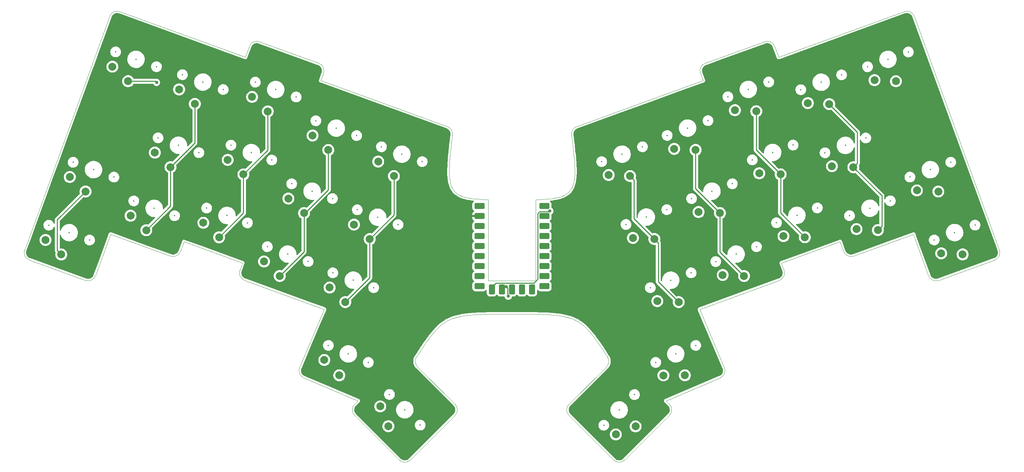
<source format=gtl>
%TF.GenerationSoftware,KiCad,Pcbnew,(6.0.11)*%
%TF.CreationDate,2023-05-16T20:57:37+09:00*%
%TF.ProjectId,gu34,67753334-2e6b-4696-9361-645f70636258,rev?*%
%TF.SameCoordinates,Original*%
%TF.FileFunction,Copper,L1,Top*%
%TF.FilePolarity,Positive*%
%FSLAX46Y46*%
G04 Gerber Fmt 4.6, Leading zero omitted, Abs format (unit mm)*
G04 Created by KiCad (PCBNEW (6.0.11)) date 2023-05-16 20:57:37*
%MOMM*%
%LPD*%
G01*
G04 APERTURE LIST*
G04 Aperture macros list*
%AMRoundRect*
0 Rectangle with rounded corners*
0 $1 Rounding radius*
0 $2 $3 $4 $5 $6 $7 $8 $9 X,Y pos of 4 corners*
0 Add a 4 corners polygon primitive as box body*
4,1,4,$2,$3,$4,$5,$6,$7,$8,$9,$2,$3,0*
0 Add four circle primitives for the rounded corners*
1,1,$1+$1,$2,$3*
1,1,$1+$1,$4,$5*
1,1,$1+$1,$6,$7*
1,1,$1+$1,$8,$9*
0 Add four rect primitives between the rounded corners*
20,1,$1+$1,$2,$3,$4,$5,0*
20,1,$1+$1,$4,$5,$6,$7,0*
20,1,$1+$1,$6,$7,$8,$9,0*
20,1,$1+$1,$8,$9,$2,$3,0*%
G04 Aperture macros list end*
%TA.AperFunction,Profile*%
%ADD10C,0.100000*%
%TD*%
%ADD11C,0.100000*%
%TA.AperFunction,ComponentPad*%
%ADD12C,2.000000*%
%TD*%
%TA.AperFunction,ComponentPad*%
%ADD13RoundRect,0.400000X-0.900000X-0.400000X0.900000X-0.400000X0.900000X0.400000X-0.900000X0.400000X0*%
%TD*%
%TA.AperFunction,ComponentPad*%
%ADD14RoundRect,0.400050X-0.899950X-0.400050X0.899950X-0.400050X0.899950X0.400050X-0.899950X0.400050X0*%
%TD*%
%TA.AperFunction,ComponentPad*%
%ADD15RoundRect,0.400000X-0.400000X-0.900000X0.400000X-0.900000X0.400000X0.900000X-0.400000X0.900000X0*%
%TD*%
%TA.AperFunction,ComponentPad*%
%ADD16RoundRect,0.393700X-0.393700X-0.906300X0.393700X-0.906300X0.393700X0.906300X-0.393700X0.906300X0*%
%TD*%
%TA.AperFunction,ViaPad*%
%ADD17C,0.800000*%
%TD*%
%TA.AperFunction,Conductor*%
%ADD18C,0.250000*%
%TD*%
%ADD19C,0.350000*%
G04 APERTURE END LIST*
D10*
X210582773Y-81577077D02*
X211252397Y-83416855D01*
X88494956Y-108075051D02*
G75*
G03*
X89554561Y-110697548I1841044J-781449D01*
G01*
X95346573Y-113156111D02*
X103289125Y-116527525D01*
X78322834Y-25428801D02*
G75*
G03*
X75759393Y-26624187I-684034J-1879399D01*
G01*
X42954792Y-17793857D02*
G75*
G03*
X40391368Y-18989196I-684042J-1879383D01*
G01*
D11*
X166485012Y-105404977D02*
X165843422Y-104418288D01*
X165235255Y-103493247D01*
X164656430Y-102627865D01*
X164102870Y-101820152D01*
X163570495Y-101068122D01*
X163055227Y-100369784D01*
X162552988Y-99723150D01*
X162059698Y-99126231D01*
X161571279Y-98577040D01*
X161083652Y-98073587D01*
X160592739Y-97613884D01*
X160094461Y-97195942D01*
X159584739Y-96817772D01*
X159059494Y-96477386D01*
X158514648Y-96172795D01*
X157946123Y-95902011D01*
X157349839Y-95663045D01*
X156721718Y-95453908D01*
X156057681Y-95272612D01*
X155353649Y-95117168D01*
X154605545Y-94985587D01*
X153809288Y-94875882D01*
X152960801Y-94786062D01*
X152056005Y-94714140D01*
X151090820Y-94658127D01*
X150061169Y-94616035D01*
X148962973Y-94585874D01*
X147792153Y-94565656D01*
X146544630Y-94553393D01*
X145216326Y-94547096D01*
X143803162Y-94544776D01*
X142301060Y-94544445D01*
D10*
X241647326Y-17793851D02*
X209842120Y-29370000D01*
X148301060Y-86044445D02*
X142301060Y-86044445D01*
X36782901Y-84795311D02*
X40599548Y-74309162D01*
X78322819Y-25428843D02*
X93357901Y-30901165D01*
X244002572Y-74309162D02*
X228850905Y-79823917D01*
D11*
X127212923Y-49078253D02*
X127059566Y-50372382D01*
X126918517Y-51596863D01*
X126791366Y-52753624D01*
X126679703Y-53844590D01*
X126585120Y-54871688D01*
X126509208Y-55836845D01*
X126453558Y-56741987D01*
X126419761Y-57589040D01*
X126409407Y-58379931D01*
X126424088Y-59116586D01*
X126465395Y-59800932D01*
X126534919Y-60434895D01*
X126634251Y-61020401D01*
X126764981Y-61559378D01*
X126928701Y-62053752D01*
X127127002Y-62505448D01*
X127361475Y-62916394D01*
X127633710Y-63288516D01*
X127945300Y-63623740D01*
X128297834Y-63923993D01*
X128692904Y-64191201D01*
X129132100Y-64427291D01*
X129617015Y-64634190D01*
X130149238Y-64813823D01*
X130730361Y-64968117D01*
X131361975Y-65098999D01*
X132045670Y-65208394D01*
X132783039Y-65298230D01*
X133575671Y-65370434D01*
X134425157Y-65426930D01*
X135333090Y-65469647D01*
X136301060Y-65500510D01*
D10*
X210057037Y-85980237D02*
G75*
G03*
X211252397Y-83416855I-683937J1879337D01*
G01*
X136301060Y-65544445D02*
X136301060Y-65500510D01*
X168042215Y-131541016D02*
G75*
G03*
X170870642Y-131541016I1414214J1414215D01*
G01*
X113731478Y-131541016D02*
G75*
G03*
X116559905Y-131541016I1414214J1414215D01*
G01*
X195047559Y-110697548D02*
X189255547Y-113156111D01*
X74019347Y-81577077D02*
X73349723Y-83416855D01*
X148301060Y-65544445D02*
X148301060Y-86044445D01*
X89554561Y-110697548D02*
X95346573Y-113156111D01*
X40391368Y-18989196D02*
X18819580Y-78257197D01*
X94553246Y-33464590D02*
X93883621Y-35304368D01*
X189850290Y-93334940D02*
X196107106Y-108075076D01*
X118117153Y-105405006D02*
G75*
G03*
X118381403Y-107906670I1678447J-1087494D01*
G01*
X247819286Y-84795286D02*
G75*
G03*
X250382644Y-85990656I1879314J683886D01*
G01*
X264587195Y-80820622D02*
X250382644Y-85990656D01*
X93883621Y-35304368D02*
X125911108Y-46961420D01*
X206279301Y-25428843D02*
X191244219Y-30901165D01*
X136301060Y-86044445D02*
X142301060Y-86044445D01*
X103289125Y-116527525D02*
X102417769Y-117398880D01*
X20014925Y-80820622D02*
X34219476Y-85990656D01*
X191244209Y-30901138D02*
G75*
G03*
X190048874Y-33464590I683991J-1879362D01*
G01*
X182184351Y-120227307D02*
X170870642Y-131541016D01*
X156728507Y-117398880D02*
X166220717Y-107906670D01*
X94751830Y-93334940D02*
X88495014Y-108075076D01*
X168042215Y-131541016D02*
X156728507Y-120227307D01*
X210057053Y-85980280D02*
X189850290Y-93334940D01*
X148301060Y-65544445D02*
X148301060Y-65500510D01*
X189255547Y-113156111D02*
X181312995Y-116527525D01*
X94553328Y-33464620D02*
G75*
G03*
X93357901Y-30901165I-1879428J684020D01*
G01*
X182184357Y-120227313D02*
G75*
G03*
X182184351Y-117398880I-1414257J1414213D01*
G01*
X181312995Y-116527525D02*
X182184351Y-117398880D01*
X190048874Y-33464590D02*
X190718499Y-35304368D01*
X18819555Y-78257188D02*
G75*
G03*
X20014925Y-80820622I1879445J-684012D01*
G01*
X42954794Y-17793851D02*
X74760000Y-29370000D01*
X247819219Y-84795311D02*
X244002572Y-74309162D01*
X209842120Y-29370000D02*
X208842727Y-26624187D01*
X226287480Y-78628572D02*
X225398009Y-76184772D01*
X116559905Y-131541016D02*
X127873613Y-120227307D01*
X59204111Y-76184772D02*
X74019347Y-81577077D01*
X208842782Y-26624167D02*
G75*
G03*
X206279301Y-25428843I-1879382J-684033D01*
G01*
X244210828Y-18989168D02*
G75*
G03*
X241647326Y-17793851I-1879428J-684132D01*
G01*
X40599548Y-74309162D02*
X55751215Y-79823917D01*
X225398009Y-76184772D02*
X210582773Y-81577077D01*
X34219463Y-85990692D02*
G75*
G03*
X36782901Y-84795311I684037J1879392D01*
G01*
X136301060Y-65544445D02*
X136301060Y-86044445D01*
D11*
X157389197Y-49078253D02*
X157542553Y-50372382D01*
X157683602Y-51596863D01*
X157810753Y-52753624D01*
X157922416Y-53844590D01*
X158016999Y-54871688D01*
X158092911Y-55836845D01*
X158148561Y-56741987D01*
X158182358Y-57589040D01*
X158192712Y-58379931D01*
X158178031Y-59116586D01*
X158136724Y-59800932D01*
X158067200Y-60434895D01*
X157967868Y-61020401D01*
X157837138Y-61559378D01*
X157673418Y-62053752D01*
X157475117Y-62505448D01*
X157240644Y-62916394D01*
X156968409Y-63288516D01*
X156656819Y-63623740D01*
X156304285Y-63923993D01*
X155909215Y-64191201D01*
X155470019Y-64427291D01*
X154985104Y-64634190D01*
X154452881Y-64813823D01*
X153871758Y-64968117D01*
X153240144Y-65098999D01*
X152556449Y-65208394D01*
X151819080Y-65298230D01*
X151026448Y-65370434D01*
X150176962Y-65426930D01*
X149269029Y-65469647D01*
X148301060Y-65500510D01*
D10*
X244210752Y-18989196D02*
X265782540Y-78257197D01*
X127873613Y-117398880D02*
X118381403Y-107906670D01*
X127873619Y-120227313D02*
G75*
G03*
X127873613Y-117398880I-1414219J1414213D01*
G01*
X264587170Y-80820552D02*
G75*
G03*
X265782540Y-78257197I-683970J1879352D01*
G01*
X158691035Y-46961484D02*
G75*
G03*
X157389197Y-49078253I684065J-1879416D01*
G01*
X74760000Y-29370000D02*
X75759393Y-26624187D01*
X195047539Y-110697500D02*
G75*
G03*
X196107106Y-108075076I-781439J1841000D01*
G01*
X156728513Y-117398886D02*
G75*
G03*
X156728507Y-120227307I1414187J-1414214D01*
G01*
X166220677Y-107906630D02*
G75*
G03*
X166485012Y-105404977I-1414277J1414230D01*
G01*
D11*
X118117108Y-105404977D02*
X118758697Y-104418288D01*
X119366864Y-103493247D01*
X119945689Y-102627865D01*
X120499249Y-101820152D01*
X121031624Y-101068122D01*
X121546892Y-100369784D01*
X122049131Y-99723150D01*
X122542421Y-99126231D01*
X123030840Y-98577040D01*
X123518467Y-98073587D01*
X124009380Y-97613884D01*
X124507658Y-97195942D01*
X125017380Y-96817772D01*
X125542625Y-96477386D01*
X126087471Y-96172795D01*
X126655996Y-95902011D01*
X127252280Y-95663045D01*
X127880401Y-95453908D01*
X128544438Y-95272612D01*
X129248470Y-95117168D01*
X129996574Y-94985587D01*
X130792831Y-94875882D01*
X131641318Y-94786062D01*
X132546115Y-94714140D01*
X133511299Y-94658127D01*
X134540950Y-94616035D01*
X135639146Y-94585874D01*
X136809966Y-94565656D01*
X138057489Y-94553393D01*
X139385793Y-94547096D01*
X140798957Y-94544776D01*
X142301060Y-94544445D01*
D10*
X102417775Y-117398886D02*
G75*
G03*
X102417769Y-120227307I1414225J-1414214D01*
G01*
X55751241Y-79823845D02*
G75*
G03*
X58314640Y-78628572I684059J1879345D01*
G01*
X58314640Y-78628572D02*
X59204111Y-76184772D01*
X127212938Y-49078255D02*
G75*
G03*
X125911108Y-46961420I-1985838J237455D01*
G01*
X190718499Y-35304368D02*
X158691012Y-46961420D01*
X102417769Y-120227307D02*
X113731478Y-131541016D01*
X226287504Y-78628563D02*
G75*
G03*
X228850905Y-79823917I1879396J684063D01*
G01*
X74545067Y-85980280D02*
X94751830Y-93334940D01*
X73349724Y-83416855D02*
G75*
G03*
X74545067Y-85980280I1879376J-684045D01*
G01*
D12*
%TO.P,SW18,1,1*%
%TO.N,col7*%
X210357919Y-59084186D03*
%TO.P,SW18,2,2*%
%TO.N,Net-(D18-Pad2)*%
X204941213Y-58820933D03*
%TD*%
%TO.P,SW33,1,1*%
%TO.N,col5*%
X173611930Y-123011930D03*
%TO.P,SW33,2,2*%
%TO.N,Net-(D33-Pad2)*%
X168591472Y-125062540D03*
%TD*%
%TO.P,SW7,1,1*%
%TO.N,col6*%
X188807919Y-52894186D03*
%TO.P,SW7,2,2*%
%TO.N,Net-(D7-Pad2)*%
X183391213Y-52630933D03*
%TD*%
%TO.P,SW16,1,1*%
%TO.N,col5*%
X178357919Y-75474186D03*
%TO.P,SW16,2,2*%
%TO.N,Net-(D16-Pad2)*%
X172941213Y-75210933D03*
%TD*%
%TO.P,SW19,1,1*%
%TO.N,col8*%
X228777919Y-57284186D03*
%TO.P,SW19,2,2*%
%TO.N,Net-(D19-Pad2)*%
X223361213Y-57020933D03*
%TD*%
%TO.P,SW31,1,1*%
%TO.N,col3*%
X98534686Y-110060979D03*
%TO.P,SW31,2,2*%
%TO.N,Net-(D31-Pad2)*%
X94752697Y-106174263D03*
%TD*%
%TO.P,SW2,1,1*%
%TO.N,col1*%
X61952081Y-41234186D03*
%TO.P,SW2,2,2*%
%TO.N,Net-(D2-Pad2)*%
X57971860Y-37550731D03*
%TD*%
%TO.P,SW1,1,1*%
%TO.N,col0*%
X45042081Y-35454186D03*
%TO.P,SW1,2,2*%
%TO.N,Net-(D1-Pad2)*%
X41061860Y-31770731D03*
%TD*%
%TO.P,SW5,1,1*%
%TO.N,col4*%
X112382081Y-59524186D03*
%TO.P,SW5,2,2*%
%TO.N,Net-(D5-Pad2)*%
X108401860Y-55840731D03*
%TD*%
%TO.P,SW28,1,1*%
%TO.N,col7*%
X216499610Y-75035297D03*
%TO.P,SW28,2,2*%
%TO.N,Net-(D28-Pad2)*%
X211082904Y-74772044D03*
%TD*%
%TO.P,SW27,1,1*%
%TO.N,col6*%
X201097919Y-84874186D03*
%TO.P,SW27,2,2*%
%TO.N,Net-(D27-Pad2)*%
X195681213Y-84610933D03*
%TD*%
%TO.P,SW21,1,1*%
%TO.N,col0*%
X28102081Y-79414186D03*
%TO.P,SW21,2,2*%
%TO.N,Net-(D21-Pad2)*%
X24121860Y-75730731D03*
%TD*%
%TO.P,SW25,1,1*%
%TO.N,col4*%
X100072081Y-91484186D03*
%TO.P,SW25,2,2*%
%TO.N,Net-(D25-Pad2)*%
X96091860Y-87800731D03*
%TD*%
%TO.P,SW32,1,1*%
%TO.N,col4*%
X110978070Y-122971930D03*
%TO.P,SW32,2,2*%
%TO.N,Net-(D32-Pad2)*%
X108927460Y-117951472D03*
%TD*%
%TO.P,SW11,1,1*%
%TO.N,col0*%
X34262081Y-63444186D03*
%TO.P,SW11,2,2*%
%TO.N,Net-(D11-Pad2)*%
X30281860Y-59760731D03*
%TD*%
%TO.P,SW14,1,1*%
%TO.N,col3*%
X89622081Y-68904186D03*
%TO.P,SW14,2,2*%
%TO.N,Net-(D14-Pad2)*%
X85641860Y-65220731D03*
%TD*%
%TO.P,SW3,1,1*%
%TO.N,col2*%
X80432081Y-43124186D03*
%TO.P,SW3,2,2*%
%TO.N,Net-(D3-Pad2)*%
X76451860Y-39440731D03*
%TD*%
%TO.P,SW12,1,1*%
%TO.N,col1*%
X55793409Y-57258941D03*
%TO.P,SW12,2,2*%
%TO.N,Net-(D12-Pad2)*%
X51813188Y-53575486D03*
%TD*%
%TO.P,SW9,1,1*%
%TO.N,col8*%
X222657919Y-41274186D03*
%TO.P,SW9,2,2*%
%TO.N,Net-(D9-Pad2)*%
X217241213Y-41010933D03*
%TD*%
%TO.P,SW20,1,1*%
%TO.N,col9*%
X250297919Y-63434186D03*
%TO.P,SW20,2,2*%
%TO.N,Net-(D20-Pad2)*%
X244881213Y-63170933D03*
%TD*%
%TO.P,SW15,1,1*%
%TO.N,col4*%
X106252081Y-75504186D03*
%TO.P,SW15,2,2*%
%TO.N,Net-(D15-Pad2)*%
X102271860Y-71820731D03*
%TD*%
D13*
%TO.P,RZ1,1,GP0*%
%TO.N,unconnected-(RZ1-Pad1)*%
X150505000Y-67135000D03*
%TO.P,RZ1,2,GP1*%
%TO.N,unconnected-(RZ1-Pad2)*%
X150505000Y-69675000D03*
%TO.P,RZ1,3,GP2*%
%TO.N,unconnected-(RZ1-Pad3)*%
X150505000Y-72215000D03*
%TO.P,RZ1,4,GP3*%
%TO.N,col5*%
X150505000Y-74755000D03*
%TO.P,RZ1,5,GP4*%
%TO.N,col6*%
X150505000Y-77295000D03*
D14*
%TO.P,RZ1,6,GP5*%
%TO.N,col7*%
X150505000Y-79835000D03*
%TO.P,RZ1,7,GP6*%
%TO.N,col8*%
X150505000Y-82375000D03*
%TO.P,RZ1,8,GP7*%
%TO.N,col9*%
X150505000Y-84915000D03*
%TO.P,RZ1,9,GP8*%
%TO.N,unconnected-(RZ1-Pad9)*%
X150505000Y-87455000D03*
D15*
%TO.P,RZ1,10,GP9*%
%TO.N,unconnected-(RZ1-Pad10)*%
X147365000Y-88265000D03*
D16*
%TO.P,RZ1,11,GP10*%
%TO.N,unconnected-(RZ1-Pad11)*%
X144825000Y-88265000D03*
%TO.P,RZ1,12,GP11*%
%TO.N,row3*%
X142285000Y-88265000D03*
%TO.P,RZ1,13,GP12*%
%TO.N,row2*%
X139745000Y-88265000D03*
%TO.P,RZ1,14,GP13*%
%TO.N,row1*%
X137205000Y-88265000D03*
D14*
%TO.P,RZ1,15,GP14*%
%TO.N,col2*%
X134065000Y-87455000D03*
%TO.P,RZ1,16,GP15*%
%TO.N,col3*%
X134065000Y-84915000D03*
%TO.P,RZ1,17,GP26*%
%TO.N,col4*%
X134065000Y-82375000D03*
%TO.P,RZ1,18,GP27*%
%TO.N,col1*%
X134065000Y-79835000D03*
%TO.P,RZ1,19,GP28*%
%TO.N,col0*%
X134065000Y-77295000D03*
%TO.P,RZ1,20,GP29*%
%TO.N,row0*%
X134065000Y-74755000D03*
%TO.P,RZ1,21,3V3*%
%TO.N,unconnected-(RZ1-Pad21)*%
X134065000Y-72215000D03*
%TO.P,RZ1,22,GND*%
%TO.N,GND*%
X134065000Y-69675000D03*
%TO.P,RZ1,23,5V*%
%TO.N,VCC*%
X134065000Y-67135000D03*
%TD*%
D12*
%TO.P,SW34,1,1*%
%TO.N,col6*%
X186085314Y-110060979D03*
%TO.P,SW34,2,2*%
%TO.N,Net-(D34-Pad2)*%
X180662254Y-110081574D03*
%TD*%
%TO.P,SW22,1,1*%
%TO.N,col1*%
X49642081Y-73254186D03*
%TO.P,SW22,2,2*%
%TO.N,Net-(D22-Pad2)*%
X45661860Y-69570731D03*
%TD*%
%TO.P,SW8,1,1*%
%TO.N,col7*%
X204187919Y-43084186D03*
%TO.P,SW8,2,2*%
%TO.N,Net-(D8-Pad2)*%
X198771213Y-42820933D03*
%TD*%
%TO.P,SW4,1,1*%
%TO.N,col3*%
X95763409Y-52918941D03*
%TO.P,SW4,2,2*%
%TO.N,Net-(D4-Pad2)*%
X91783188Y-49235486D03*
%TD*%
%TO.P,SW30,1,1*%
%TO.N,col9*%
X256457919Y-79394186D03*
%TO.P,SW30,2,2*%
%TO.N,Net-(D30-Pad2)*%
X251041213Y-79130933D03*
%TD*%
%TO.P,SW13,1,1*%
%TO.N,col2*%
X74263409Y-59108941D03*
%TO.P,SW13,2,2*%
%TO.N,Net-(D13-Pad2)*%
X70283188Y-55425486D03*
%TD*%
%TO.P,SW24,1,1*%
%TO.N,col3*%
X83462081Y-84864186D03*
%TO.P,SW24,2,2*%
%TO.N,Net-(D24-Pad2)*%
X79481860Y-81180731D03*
%TD*%
%TO.P,SW10,1,1*%
%TO.N,col9*%
X239567919Y-35464186D03*
%TO.P,SW10,2,2*%
%TO.N,Net-(D10-Pad2)*%
X234151213Y-35200933D03*
%TD*%
%TO.P,SW17,1,1*%
%TO.N,col6*%
X194977919Y-68904186D03*
%TO.P,SW17,2,2*%
%TO.N,Net-(D17-Pad2)*%
X189561213Y-68640933D03*
%TD*%
%TO.P,SW23,1,1*%
%TO.N,col2*%
X68092081Y-75064186D03*
%TO.P,SW23,2,2*%
%TO.N,Net-(D23-Pad2)*%
X64111860Y-71380731D03*
%TD*%
%TO.P,SW26,1,1*%
%TO.N,col5*%
X184527919Y-91494186D03*
%TO.P,SW26,2,2*%
%TO.N,Net-(D26-Pad2)*%
X179111213Y-91230933D03*
%TD*%
%TO.P,SW29,1,1*%
%TO.N,col8*%
X234987919Y-73234186D03*
%TO.P,SW29,2,2*%
%TO.N,Net-(D29-Pad2)*%
X229571213Y-72970933D03*
%TD*%
%TO.P,SW6,1,1*%
%TO.N,col5*%
X172207919Y-59524186D03*
%TO.P,SW6,2,2*%
%TO.N,Net-(D6-Pad2)*%
X166791213Y-59260933D03*
%TD*%
D17*
%TO.N,row1*%
X151897037Y-68405000D03*
%TO.N,row2*%
X141355811Y-90007780D03*
X140898100Y-87580000D03*
%TO.N,col0*%
X52260000Y-35780000D03*
%TO.N,GND*%
X112100000Y-50080000D03*
X38650000Y-52720000D03*
X126460000Y-65040000D03*
X108090000Y-96910000D03*
X37900000Y-68980000D03*
X74540000Y-43300000D03*
X126090000Y-73370000D03*
X84280000Y-34260000D03*
%TD*%
D18*
%TO.N,row1*%
X151782037Y-68520000D02*
X149334695Y-68520000D01*
X148860000Y-68994695D02*
X148860000Y-85662282D01*
X151897037Y-68405000D02*
X151782037Y-68520000D01*
X148860000Y-85662282D02*
X147882282Y-86640000D01*
X138230000Y-86640000D02*
X137205000Y-87665000D01*
X147882282Y-86640000D02*
X138230000Y-86640000D01*
X149334695Y-68520000D02*
X148860000Y-68994695D01*
%TO.N,row2*%
X141355811Y-90007780D02*
X141355811Y-89652206D01*
X141355811Y-89652206D02*
X141172600Y-89468995D01*
X141172600Y-87854500D02*
X140898100Y-87580000D01*
X141172600Y-89468995D02*
X141172600Y-87854500D01*
%TO.N,col0*%
X51934186Y-35454186D02*
X52260000Y-35780000D01*
X27112081Y-78404186D02*
X27112081Y-70594186D01*
X45042081Y-35454186D02*
X51934186Y-35454186D01*
X27112081Y-70594186D02*
X34262081Y-63444186D01*
X28112081Y-79404186D02*
X27112081Y-78404186D01*
%TO.N,col1*%
X61952081Y-41234186D02*
X61952081Y-51100269D01*
X55793409Y-57258941D02*
X55793409Y-67102858D01*
X55793409Y-67102858D02*
X49642081Y-73254186D01*
X61952081Y-51100269D02*
X55793409Y-57258941D01*
%TO.N,col2*%
X74263409Y-68892858D02*
X68092081Y-75064186D01*
X80432081Y-43124186D02*
X80432081Y-52940269D01*
X74263409Y-59108941D02*
X74263409Y-68892858D01*
X80432081Y-52940269D02*
X74263409Y-59108941D01*
%TO.N,col3*%
X95763409Y-52918941D02*
X95763409Y-63016591D01*
X89622081Y-68904186D02*
X89622081Y-78704186D01*
X89875814Y-68904186D02*
X89622081Y-68904186D01*
X95763409Y-63016591D02*
X89875814Y-68904186D01*
X89622081Y-78704186D02*
X83462081Y-84864186D01*
%TO.N,col4*%
X112382081Y-69374186D02*
X106252081Y-75504186D01*
X106252081Y-85304186D02*
X100072081Y-91484186D01*
X106252081Y-75504186D02*
X106252081Y-85304186D01*
X112382081Y-59524186D02*
X112382081Y-69374186D01*
%TO.N,col5*%
X172207919Y-59524186D02*
X173207919Y-60524186D01*
X178357919Y-75474186D02*
X179357919Y-76474186D01*
X179357919Y-86324186D02*
X184527919Y-91494186D01*
X173207919Y-70324186D02*
X178357919Y-75474186D01*
X173207919Y-60524186D02*
X173207919Y-70324186D01*
X179357919Y-76474186D02*
X179357919Y-86324186D01*
%TO.N,col6*%
X194977919Y-68904186D02*
X188807919Y-62734186D01*
X194977919Y-78754186D02*
X194977919Y-68904186D01*
X201097919Y-84874186D02*
X194977919Y-78754186D01*
X188807919Y-62734186D02*
X188807919Y-52894186D01*
%TO.N,col7*%
X204187919Y-43084186D02*
X204187919Y-52914186D01*
X204187919Y-52914186D02*
X210357919Y-59084186D01*
X210357919Y-68893606D02*
X216499610Y-75035297D01*
X210357919Y-59084186D02*
X210357919Y-68893606D01*
%TO.N,col8*%
X229777919Y-56284186D02*
X229777919Y-48394186D01*
X228777919Y-57284186D02*
X229777919Y-56284186D01*
X235987919Y-64494186D02*
X228777919Y-57284186D01*
X229777919Y-48394186D02*
X222657919Y-41274186D01*
X234987919Y-73234186D02*
X235987919Y-72234186D01*
X235987919Y-72234186D02*
X235987919Y-64494186D01*
%TD*%
%TA.AperFunction,Conductor*%
%TO.N,GND*%
G36*
X242344104Y-18185583D02*
G01*
X242440573Y-18186348D01*
X242458492Y-18187772D01*
X242651081Y-18217020D01*
X242668617Y-18220981D01*
X242855068Y-18277335D01*
X242871855Y-18283747D01*
X243048407Y-18366070D01*
X243064108Y-18374806D01*
X243064144Y-18374829D01*
X243227139Y-18481411D01*
X243241445Y-18492298D01*
X243387641Y-18621016D01*
X243400252Y-18633828D01*
X243526644Y-18782044D01*
X243537303Y-18796520D01*
X243641314Y-18961210D01*
X243649805Y-18977056D01*
X243715913Y-19124892D01*
X243721896Y-19143728D01*
X243724165Y-19150206D01*
X243725900Y-19159008D01*
X243730035Y-19166968D01*
X243730036Y-19166970D01*
X243740572Y-19187250D01*
X243747161Y-19202241D01*
X265283421Y-78372632D01*
X265287822Y-78384724D01*
X265293041Y-78403446D01*
X265297680Y-78426987D01*
X265301818Y-78434954D01*
X265301819Y-78434956D01*
X265304772Y-78440641D01*
X265314130Y-78464183D01*
X265360562Y-78627091D01*
X265364244Y-78644688D01*
X265390430Y-78837696D01*
X265391570Y-78855637D01*
X265390968Y-78931404D01*
X265390142Y-79035488D01*
X265390023Y-79050408D01*
X265388598Y-79068323D01*
X265372750Y-79172662D01*
X265359347Y-79260895D01*
X265355386Y-79278431D01*
X265299028Y-79464872D01*
X265292612Y-79481666D01*
X265210292Y-79658192D01*
X265201551Y-79673902D01*
X265094947Y-79836916D01*
X265084059Y-79851222D01*
X264955339Y-79997406D01*
X264942527Y-80010015D01*
X264866495Y-80074846D01*
X264819969Y-80114518D01*
X264794320Y-80136388D01*
X264779846Y-80147045D01*
X264642674Y-80233666D01*
X264615151Y-80251046D01*
X264599307Y-80259534D01*
X264450853Y-80325908D01*
X264434690Y-80331041D01*
X264434695Y-80331056D01*
X264426221Y-80334023D01*
X264417413Y-80335759D01*
X264409446Y-80339897D01*
X264409441Y-80339899D01*
X264389158Y-80350435D01*
X264374173Y-80357021D01*
X261140206Y-81534089D01*
X250255101Y-85495943D01*
X250236388Y-85501160D01*
X250212837Y-85505802D01*
X250199184Y-85512895D01*
X250175645Y-85522253D01*
X250074271Y-85551149D01*
X250012740Y-85568688D01*
X249995143Y-85572371D01*
X249802128Y-85598564D01*
X249784186Y-85599704D01*
X249589421Y-85598159D01*
X249571500Y-85596734D01*
X249378933Y-85567486D01*
X249361396Y-85563525D01*
X249353536Y-85561149D01*
X249174957Y-85507170D01*
X249158163Y-85500754D01*
X248981632Y-85418432D01*
X248965930Y-85409696D01*
X248802904Y-85303082D01*
X248788616Y-85292208D01*
X248664042Y-85182513D01*
X248642426Y-85163479D01*
X248629816Y-85150666D01*
X248503442Y-85002452D01*
X248492787Y-84987979D01*
X248388789Y-84823279D01*
X248380305Y-84807441D01*
X248313940Y-84658993D01*
X248308803Y-84642817D01*
X248308788Y-84642822D01*
X248305822Y-84634351D01*
X248304087Y-84625545D01*
X248298141Y-84614095D01*
X248289404Y-84597273D01*
X248282821Y-84582293D01*
X248282656Y-84581838D01*
X246298689Y-79130933D01*
X249528048Y-79130933D01*
X249546678Y-79367644D01*
X249547832Y-79372451D01*
X249547833Y-79372457D01*
X249561641Y-79429971D01*
X249602108Y-79598527D01*
X249604001Y-79603098D01*
X249604002Y-79603100D01*
X249662166Y-79743520D01*
X249692973Y-79817896D01*
X249695559Y-79822116D01*
X249814454Y-80016135D01*
X249814458Y-80016141D01*
X249817037Y-80020349D01*
X249971244Y-80200902D01*
X250151797Y-80355109D01*
X250156005Y-80357688D01*
X250156011Y-80357692D01*
X250295425Y-80443125D01*
X250354250Y-80479173D01*
X250358820Y-80481066D01*
X250358824Y-80481068D01*
X250555273Y-80562439D01*
X250573619Y-80570038D01*
X250653822Y-80589293D01*
X250799689Y-80624313D01*
X250799695Y-80624314D01*
X250804502Y-80625468D01*
X251041213Y-80644098D01*
X251277924Y-80625468D01*
X251282731Y-80624314D01*
X251282737Y-80624313D01*
X251428604Y-80589293D01*
X251508807Y-80570038D01*
X251527153Y-80562439D01*
X251723602Y-80481068D01*
X251723606Y-80481066D01*
X251728176Y-80479173D01*
X251787001Y-80443125D01*
X251926415Y-80357692D01*
X251926421Y-80357688D01*
X251930629Y-80355109D01*
X252111182Y-80200902D01*
X252265389Y-80020349D01*
X252267968Y-80016141D01*
X252267972Y-80016135D01*
X252386867Y-79822116D01*
X252389453Y-79817896D01*
X252420261Y-79743520D01*
X252478424Y-79603100D01*
X252478425Y-79603098D01*
X252480318Y-79598527D01*
X252520785Y-79429971D01*
X252529376Y-79394186D01*
X254944754Y-79394186D01*
X254963384Y-79630897D01*
X254964538Y-79635704D01*
X254964539Y-79635710D01*
X254990422Y-79743520D01*
X255018814Y-79861780D01*
X255020707Y-79866351D01*
X255020708Y-79866353D01*
X255085504Y-80022784D01*
X255109679Y-80081149D01*
X255112265Y-80085369D01*
X255231160Y-80279388D01*
X255231164Y-80279394D01*
X255233743Y-80283602D01*
X255387950Y-80464155D01*
X255568503Y-80618362D01*
X255572711Y-80620941D01*
X255572717Y-80620945D01*
X255763306Y-80737738D01*
X255770956Y-80742426D01*
X255775526Y-80744319D01*
X255775530Y-80744321D01*
X255985752Y-80831397D01*
X255990325Y-80833291D01*
X256037039Y-80844506D01*
X256216395Y-80887566D01*
X256216401Y-80887567D01*
X256221208Y-80888721D01*
X256457919Y-80907351D01*
X256694630Y-80888721D01*
X256699437Y-80887567D01*
X256699443Y-80887566D01*
X256878799Y-80844506D01*
X256925513Y-80833291D01*
X256930086Y-80831397D01*
X257140308Y-80744321D01*
X257140312Y-80744319D01*
X257144882Y-80742426D01*
X257152532Y-80737738D01*
X257343121Y-80620945D01*
X257343127Y-80620941D01*
X257347335Y-80618362D01*
X257527888Y-80464155D01*
X257682095Y-80283602D01*
X257684674Y-80279394D01*
X257684678Y-80279388D01*
X257803573Y-80085369D01*
X257806159Y-80081149D01*
X257830335Y-80022784D01*
X257895130Y-79866353D01*
X257895131Y-79866351D01*
X257897024Y-79861780D01*
X257925416Y-79743520D01*
X257951299Y-79635710D01*
X257951300Y-79635704D01*
X257952454Y-79630897D01*
X257971084Y-79394186D01*
X257952454Y-79157475D01*
X257949142Y-79143677D01*
X257906324Y-78965328D01*
X257897024Y-78926592D01*
X257890160Y-78910020D01*
X257808054Y-78711797D01*
X257808052Y-78711793D01*
X257806159Y-78707223D01*
X257792077Y-78684244D01*
X257684678Y-78508984D01*
X257684674Y-78508978D01*
X257682095Y-78504770D01*
X257527888Y-78324217D01*
X257347335Y-78170010D01*
X257343127Y-78167431D01*
X257343121Y-78167427D01*
X257149102Y-78048532D01*
X257144882Y-78045946D01*
X257140312Y-78044053D01*
X257140308Y-78044051D01*
X256930086Y-77956975D01*
X256930084Y-77956974D01*
X256925513Y-77955081D01*
X256825371Y-77931039D01*
X256699443Y-77900806D01*
X256699437Y-77900805D01*
X256694630Y-77899651D01*
X256457919Y-77881021D01*
X256221208Y-77899651D01*
X256216401Y-77900805D01*
X256216395Y-77900806D01*
X256090467Y-77931039D01*
X255990325Y-77955081D01*
X255985754Y-77956974D01*
X255985752Y-77956975D01*
X255775530Y-78044051D01*
X255775526Y-78044053D01*
X255770956Y-78045946D01*
X255766736Y-78048532D01*
X255572717Y-78167427D01*
X255572711Y-78167431D01*
X255568503Y-78170010D01*
X255387950Y-78324217D01*
X255233743Y-78504770D01*
X255231164Y-78508978D01*
X255231160Y-78508984D01*
X255123761Y-78684244D01*
X255109679Y-78707223D01*
X255107786Y-78711793D01*
X255107784Y-78711797D01*
X255025678Y-78910020D01*
X255018814Y-78926592D01*
X255009514Y-78965328D01*
X254966697Y-79143677D01*
X254963384Y-79157475D01*
X254944754Y-79394186D01*
X252529376Y-79394186D01*
X252534593Y-79372457D01*
X252534594Y-79372451D01*
X252535748Y-79367644D01*
X252554378Y-79130933D01*
X252535748Y-78894222D01*
X252533066Y-78883047D01*
X252494642Y-78723003D01*
X252480318Y-78663339D01*
X252472593Y-78644688D01*
X252391348Y-78448544D01*
X252391346Y-78448540D01*
X252389453Y-78443970D01*
X252358763Y-78393888D01*
X252267972Y-78245731D01*
X252267968Y-78245725D01*
X252265389Y-78241517D01*
X252111182Y-78060964D01*
X251930629Y-77906757D01*
X251926421Y-77904178D01*
X251926415Y-77904174D01*
X251732396Y-77785279D01*
X251728176Y-77782693D01*
X251723606Y-77780800D01*
X251723602Y-77780798D01*
X251513380Y-77693722D01*
X251513378Y-77693721D01*
X251508807Y-77691828D01*
X251428604Y-77672573D01*
X251282737Y-77637553D01*
X251282731Y-77637552D01*
X251277924Y-77636398D01*
X251041213Y-77617768D01*
X250804502Y-77636398D01*
X250799695Y-77637552D01*
X250799689Y-77637553D01*
X250653822Y-77672573D01*
X250573619Y-77691828D01*
X250569048Y-77693721D01*
X250569046Y-77693722D01*
X250358824Y-77780798D01*
X250358820Y-77780800D01*
X250354250Y-77782693D01*
X250350030Y-77785279D01*
X250156011Y-77904174D01*
X250156005Y-77904178D01*
X250151797Y-77906757D01*
X249971244Y-78060964D01*
X249817037Y-78241517D01*
X249814458Y-78245725D01*
X249814454Y-78245731D01*
X249723663Y-78393888D01*
X249692973Y-78443970D01*
X249691080Y-78448540D01*
X249691078Y-78448544D01*
X249609833Y-78644688D01*
X249602108Y-78663339D01*
X249587784Y-78723003D01*
X249549361Y-78883047D01*
X249546678Y-78894222D01*
X249528048Y-79130933D01*
X246298689Y-79130933D01*
X245037878Y-75666885D01*
X247909793Y-75666885D01*
X247909993Y-75672214D01*
X247909993Y-75672216D01*
X247912672Y-75743581D01*
X247918442Y-75897269D01*
X247965784Y-76122902D01*
X247967742Y-76127861D01*
X247967743Y-76127863D01*
X248043089Y-76318649D01*
X248050467Y-76337332D01*
X248053234Y-76341891D01*
X248053235Y-76341894D01*
X248131848Y-76471444D01*
X248170068Y-76534428D01*
X248173565Y-76538458D01*
X248314564Y-76700945D01*
X248321168Y-76708556D01*
X248353646Y-76735186D01*
X248495318Y-76851351D01*
X248495324Y-76851355D01*
X248499446Y-76854735D01*
X248504082Y-76857374D01*
X248504085Y-76857376D01*
X248648248Y-76939438D01*
X248699805Y-76968786D01*
X248916516Y-77047448D01*
X248921765Y-77048397D01*
X248921768Y-77048398D01*
X249139299Y-77087734D01*
X249139306Y-77087735D01*
X249143383Y-77088472D01*
X249161105Y-77089308D01*
X249166047Y-77089541D01*
X249166054Y-77089541D01*
X249167535Y-77089611D01*
X249329581Y-77089611D01*
X249396500Y-77083933D01*
X249496100Y-77075482D01*
X249496104Y-77075481D01*
X249501411Y-77075031D01*
X249506566Y-77073693D01*
X249506572Y-77073692D01*
X249719394Y-77018454D01*
X249719398Y-77018453D01*
X249724563Y-77017112D01*
X249729429Y-77014920D01*
X249729432Y-77014919D01*
X249915315Y-76931185D01*
X249934766Y-76922423D01*
X250126010Y-76793670D01*
X250169651Y-76752039D01*
X250215232Y-76708556D01*
X250292826Y-76634535D01*
X250430445Y-76449569D01*
X250436177Y-76438296D01*
X250497008Y-76318649D01*
X250534931Y-76244060D01*
X250539358Y-76229805D01*
X250601715Y-76028982D01*
X250603298Y-76023884D01*
X250610779Y-75967442D01*
X250632889Y-75800622D01*
X250632889Y-75800617D01*
X250633589Y-75795337D01*
X250633129Y-75783070D01*
X250625140Y-75570284D01*
X250624940Y-75564953D01*
X250608847Y-75488251D01*
X250578693Y-75344539D01*
X250577598Y-75339320D01*
X250563467Y-75303537D01*
X250494876Y-75129855D01*
X250494875Y-75129853D01*
X250492915Y-75124890D01*
X250459071Y-75069116D01*
X250383005Y-74943764D01*
X250373314Y-74927794D01*
X250303801Y-74847687D01*
X250225714Y-74757699D01*
X250225712Y-74757697D01*
X250222214Y-74753666D01*
X250149990Y-74694446D01*
X250048064Y-74610871D01*
X250048058Y-74610867D01*
X250043936Y-74607487D01*
X250039300Y-74604848D01*
X250039297Y-74604846D01*
X249848220Y-74496079D01*
X249843577Y-74493436D01*
X249626866Y-74414774D01*
X249621617Y-74413825D01*
X249621614Y-74413824D01*
X249404083Y-74374488D01*
X249404076Y-74374487D01*
X249399999Y-74373750D01*
X249382277Y-74372914D01*
X249377335Y-74372681D01*
X249377328Y-74372681D01*
X249375847Y-74372611D01*
X249213801Y-74372611D01*
X249146882Y-74378289D01*
X249047282Y-74386740D01*
X249047278Y-74386741D01*
X249041971Y-74387191D01*
X249036816Y-74388529D01*
X249036810Y-74388530D01*
X248823988Y-74443768D01*
X248823984Y-74443769D01*
X248818819Y-74445110D01*
X248813953Y-74447302D01*
X248813950Y-74447303D01*
X248708184Y-74494947D01*
X248608616Y-74539799D01*
X248417372Y-74668552D01*
X248413515Y-74672231D01*
X248413513Y-74672233D01*
X248396351Y-74688605D01*
X248250556Y-74827687D01*
X248247373Y-74831965D01*
X248232493Y-74851965D01*
X248112937Y-75012653D01*
X248110521Y-75017404D01*
X248110519Y-75017408D01*
X248098319Y-75041404D01*
X248008451Y-75218162D01*
X248006869Y-75223256D01*
X248006868Y-75223259D01*
X247966160Y-75354359D01*
X247940084Y-75438338D01*
X247939383Y-75443627D01*
X247911071Y-75657246D01*
X247909793Y-75666885D01*
X245037878Y-75666885D01*
X244483293Y-74143176D01*
X244483041Y-74142477D01*
X244474797Y-74119388D01*
X244457007Y-74069566D01*
X244439648Y-74045630D01*
X244430553Y-74031102D01*
X244420838Y-74012945D01*
X244420837Y-74012943D01*
X244416601Y-74005027D01*
X244398613Y-73986690D01*
X244386568Y-73972438D01*
X244371494Y-73951652D01*
X244348116Y-73933550D01*
X244335316Y-73922165D01*
X244320890Y-73907460D01*
X244320883Y-73907455D01*
X244314598Y-73901048D01*
X244306218Y-73896355D01*
X252227042Y-73896355D01*
X252227405Y-73900503D01*
X252227405Y-73900507D01*
X252239969Y-74044110D01*
X252252613Y-74188625D01*
X252253523Y-74192697D01*
X252253524Y-74192702D01*
X252314581Y-74465856D01*
X252316613Y-74474947D01*
X252318057Y-74478870D01*
X252318057Y-74478872D01*
X252347025Y-74557604D01*
X252417919Y-74750288D01*
X252419866Y-74753981D01*
X252419867Y-74753983D01*
X252514442Y-74933360D01*
X252554751Y-75009813D01*
X252724705Y-75248961D01*
X252924794Y-75463531D01*
X253151504Y-75649752D01*
X253400851Y-75804354D01*
X253404668Y-75806070D01*
X253404671Y-75806071D01*
X253451824Y-75827262D01*
X253668456Y-75924620D01*
X253726863Y-75942032D01*
X253945618Y-76007247D01*
X253945626Y-76007249D01*
X253949615Y-76008438D01*
X253953731Y-76009090D01*
X253953736Y-76009091D01*
X254235922Y-76053784D01*
X254235927Y-76053784D01*
X254239390Y-76054333D01*
X254288486Y-76056563D01*
X254329732Y-76058436D01*
X254329751Y-76058436D01*
X254331151Y-76058500D01*
X254514420Y-76058500D01*
X254732742Y-76043999D01*
X255020341Y-75986009D01*
X255235695Y-75911857D01*
X255293780Y-75891857D01*
X255293781Y-75891856D01*
X255297744Y-75890492D01*
X255301486Y-75888618D01*
X255301491Y-75888616D01*
X255556333Y-75761000D01*
X255556335Y-75760999D01*
X255560077Y-75759125D01*
X255678518Y-75678633D01*
X255799273Y-75596568D01*
X255799276Y-75596566D01*
X255802732Y-75594217D01*
X255867449Y-75536353D01*
X256018328Y-75401452D01*
X256018329Y-75401451D01*
X256021445Y-75398665D01*
X256212373Y-75175905D01*
X256303685Y-75035297D01*
X256369884Y-74933360D01*
X256369887Y-74933355D01*
X256372163Y-74929850D01*
X256409146Y-74851965D01*
X256457425Y-74750288D01*
X256498007Y-74664823D01*
X256517264Y-74604846D01*
X256562384Y-74464313D01*
X256587694Y-74385480D01*
X256639649Y-74096730D01*
X256648535Y-73901048D01*
X256652769Y-73807815D01*
X256652769Y-73807806D01*
X256652958Y-73803645D01*
X256652577Y-73799282D01*
X256627751Y-73515537D01*
X256627387Y-73511375D01*
X256625308Y-73502073D01*
X256564299Y-73229131D01*
X256564297Y-73229124D01*
X256563387Y-73225053D01*
X256542906Y-73169386D01*
X256522015Y-73112608D01*
X256462081Y-72949712D01*
X256458247Y-72942439D01*
X256327202Y-72693891D01*
X256327201Y-72693890D01*
X256325249Y-72690187D01*
X256155295Y-72451039D01*
X255955206Y-72236469D01*
X255728496Y-72050248D01*
X255493692Y-71904663D01*
X258246411Y-71904663D01*
X258255060Y-72135047D01*
X258302402Y-72360680D01*
X258304360Y-72365639D01*
X258304361Y-72365641D01*
X258382639Y-72563851D01*
X258387085Y-72575110D01*
X258389852Y-72579669D01*
X258389853Y-72579672D01*
X258469028Y-72710147D01*
X258506686Y-72772206D01*
X258510183Y-72776236D01*
X258650013Y-72937376D01*
X258657786Y-72946334D01*
X258687787Y-72970933D01*
X258831936Y-73089129D01*
X258831942Y-73089133D01*
X258836064Y-73092513D01*
X258840700Y-73095152D01*
X258840703Y-73095154D01*
X258984866Y-73177216D01*
X259036423Y-73206564D01*
X259253134Y-73285226D01*
X259258383Y-73286175D01*
X259258386Y-73286176D01*
X259475917Y-73325512D01*
X259475924Y-73325513D01*
X259480001Y-73326250D01*
X259497723Y-73327086D01*
X259502665Y-73327319D01*
X259502672Y-73327319D01*
X259504153Y-73327389D01*
X259666199Y-73327389D01*
X259733118Y-73321711D01*
X259832718Y-73313260D01*
X259832722Y-73313259D01*
X259838029Y-73312809D01*
X259843184Y-73311471D01*
X259843190Y-73311470D01*
X260056012Y-73256232D01*
X260056016Y-73256231D01*
X260061181Y-73254890D01*
X260066047Y-73252698D01*
X260066050Y-73252697D01*
X260266511Y-73162396D01*
X260271384Y-73160201D01*
X260462628Y-73031448D01*
X260472104Y-73022409D01*
X260551850Y-72946334D01*
X260629444Y-72872313D01*
X260767063Y-72687347D01*
X260770238Y-72681104D01*
X260829019Y-72565488D01*
X260871549Y-72481838D01*
X260873302Y-72476195D01*
X260938333Y-72266760D01*
X260939916Y-72261662D01*
X260943861Y-72231896D01*
X260969507Y-72038400D01*
X260969507Y-72038395D01*
X260970207Y-72033115D01*
X260969994Y-72027427D01*
X260964084Y-71870006D01*
X260961558Y-71802731D01*
X260914216Y-71577098D01*
X260911602Y-71570479D01*
X260831494Y-71367633D01*
X260831493Y-71367631D01*
X260829533Y-71362668D01*
X260826670Y-71357949D01*
X260712699Y-71170132D01*
X260709932Y-71165572D01*
X260650783Y-71097408D01*
X260562332Y-70995477D01*
X260562330Y-70995475D01*
X260558832Y-70991444D01*
X260490639Y-70935529D01*
X260384682Y-70848649D01*
X260384676Y-70848645D01*
X260380554Y-70845265D01*
X260375918Y-70842626D01*
X260375915Y-70842624D01*
X260184838Y-70733857D01*
X260180195Y-70731214D01*
X259963484Y-70652552D01*
X259958235Y-70651603D01*
X259958232Y-70651602D01*
X259740701Y-70612266D01*
X259740694Y-70612265D01*
X259736617Y-70611528D01*
X259718895Y-70610692D01*
X259713953Y-70610459D01*
X259713946Y-70610459D01*
X259712465Y-70610389D01*
X259550419Y-70610389D01*
X259483500Y-70616067D01*
X259383900Y-70624518D01*
X259383896Y-70624519D01*
X259378589Y-70624969D01*
X259373434Y-70626307D01*
X259373428Y-70626308D01*
X259160606Y-70681546D01*
X259160602Y-70681547D01*
X259155437Y-70682888D01*
X259150571Y-70685080D01*
X259150568Y-70685081D01*
X259042289Y-70733857D01*
X258945234Y-70777577D01*
X258753990Y-70906330D01*
X258750133Y-70910009D01*
X258750131Y-70910011D01*
X258708856Y-70949386D01*
X258587174Y-71065465D01*
X258583991Y-71069743D01*
X258555275Y-71108338D01*
X258449555Y-71250431D01*
X258447139Y-71255182D01*
X258447137Y-71255186D01*
X258408287Y-71331600D01*
X258345069Y-71455940D01*
X258343487Y-71461034D01*
X258343486Y-71461037D01*
X258305299Y-71584020D01*
X258276702Y-71676116D01*
X258276001Y-71681405D01*
X258247314Y-71897853D01*
X258246411Y-71904663D01*
X255493692Y-71904663D01*
X255479149Y-71895646D01*
X255475332Y-71893930D01*
X255475329Y-71893929D01*
X255382277Y-71852110D01*
X255211544Y-71775380D01*
X255106867Y-71744174D01*
X254934382Y-71692753D01*
X254934374Y-71692751D01*
X254930385Y-71691562D01*
X254926269Y-71690910D01*
X254926264Y-71690909D01*
X254644078Y-71646216D01*
X254644073Y-71646216D01*
X254640610Y-71645667D01*
X254591514Y-71643437D01*
X254550268Y-71641564D01*
X254550249Y-71641564D01*
X254548849Y-71641500D01*
X254365580Y-71641500D01*
X254147258Y-71656001D01*
X253859659Y-71713991D01*
X253714384Y-71764013D01*
X253586456Y-71808062D01*
X253582256Y-71809508D01*
X253578514Y-71811382D01*
X253578509Y-71811384D01*
X253323667Y-71939000D01*
X253319923Y-71940875D01*
X253266371Y-71977269D01*
X253087845Y-72098595D01*
X253077268Y-72105783D01*
X253074152Y-72108569D01*
X252882697Y-72279750D01*
X252858555Y-72301335D01*
X252667627Y-72524095D01*
X252625193Y-72589438D01*
X252510148Y-72766592D01*
X252507837Y-72770150D01*
X252381993Y-73035177D01*
X252380714Y-73039160D01*
X252380713Y-73039163D01*
X252339867Y-73166385D01*
X252292306Y-73314520D01*
X252240351Y-73603270D01*
X252234762Y-73726353D01*
X252227399Y-73888502D01*
X252227042Y-73896355D01*
X244306218Y-73896355D01*
X244292196Y-73888502D01*
X244276629Y-73878199D01*
X244256324Y-73862477D01*
X244247966Y-73859193D01*
X244228797Y-73851661D01*
X244213310Y-73844324D01*
X244200994Y-73837427D01*
X244187513Y-73829877D01*
X244178766Y-73827866D01*
X244178765Y-73827865D01*
X244162488Y-73824122D01*
X244144654Y-73818601D01*
X244129109Y-73812494D01*
X244129108Y-73812494D01*
X244120755Y-73809212D01*
X244111818Y-73808407D01*
X244111816Y-73808406D01*
X244091310Y-73806558D01*
X244074386Y-73803862D01*
X244054312Y-73799246D01*
X244054308Y-73799246D01*
X244045560Y-73797234D01*
X244019921Y-73798735D01*
X244001248Y-73798441D01*
X243975686Y-73796137D01*
X243946672Y-73801856D01*
X243929675Y-73804018D01*
X243900151Y-73805746D01*
X243891702Y-73808763D01*
X243891697Y-73808764D01*
X243867734Y-73817321D01*
X243866962Y-73817566D01*
X243865880Y-73817779D01*
X243863066Y-73818803D01*
X243863054Y-73818807D01*
X243836567Y-73828447D01*
X243835889Y-73828692D01*
X243762976Y-73854727D01*
X243761844Y-73855548D01*
X243760616Y-73856092D01*
X238027146Y-75942904D01*
X228825473Y-79292039D01*
X228723379Y-79329198D01*
X228704646Y-79334419D01*
X228689929Y-79337319D01*
X228689928Y-79337319D01*
X228681121Y-79339055D01*
X228673158Y-79343191D01*
X228673153Y-79343193D01*
X228667473Y-79346144D01*
X228643927Y-79355505D01*
X228481005Y-79401938D01*
X228463415Y-79405618D01*
X228436598Y-79409256D01*
X228270403Y-79431804D01*
X228252463Y-79432944D01*
X228153985Y-79432161D01*
X228057683Y-79431396D01*
X228039772Y-79429971D01*
X227879441Y-79405618D01*
X227847196Y-79400720D01*
X227829660Y-79396759D01*
X227643212Y-79340400D01*
X227626419Y-79333984D01*
X227449892Y-79251666D01*
X227434183Y-79242926D01*
X227271161Y-79136321D01*
X227256860Y-79125437D01*
X227110666Y-78996715D01*
X227098057Y-78983904D01*
X227097457Y-78983200D01*
X226971671Y-78835687D01*
X226961019Y-78821219D01*
X226857013Y-78656526D01*
X226848523Y-78640680D01*
X226787441Y-78504075D01*
X226782231Y-78492422D01*
X226776948Y-78475788D01*
X226774073Y-78467577D01*
X226772337Y-78458772D01*
X226768200Y-78450808D01*
X226768199Y-78450805D01*
X226757665Y-78430527D01*
X226751077Y-78415538D01*
X226741634Y-78389592D01*
X226181758Y-76851351D01*
X225878842Y-76019098D01*
X225878581Y-76018373D01*
X225855465Y-75953633D01*
X225855461Y-75953625D01*
X225852444Y-75945176D01*
X225846492Y-75936968D01*
X225835084Y-75921238D01*
X225825992Y-75906716D01*
X225812038Y-75880637D01*
X225794050Y-75862300D01*
X225782005Y-75848048D01*
X225766931Y-75827262D01*
X225743553Y-75809160D01*
X225730753Y-75797775D01*
X225716327Y-75783070D01*
X225716320Y-75783065D01*
X225710035Y-75776658D01*
X225695625Y-75768588D01*
X225687633Y-75764112D01*
X225672066Y-75753809D01*
X225651761Y-75738087D01*
X225643403Y-75734803D01*
X225624234Y-75727271D01*
X225608747Y-75719934D01*
X225590785Y-75709875D01*
X225590786Y-75709875D01*
X225582950Y-75705487D01*
X225574198Y-75703475D01*
X225574197Y-75703474D01*
X225557932Y-75699734D01*
X225540092Y-75694212D01*
X225524547Y-75688104D01*
X225524545Y-75688104D01*
X225516193Y-75684822D01*
X225507252Y-75684016D01*
X225507251Y-75684016D01*
X225486748Y-75682168D01*
X225469823Y-75679472D01*
X225449749Y-75674856D01*
X225449745Y-75674856D01*
X225440997Y-75672844D01*
X225415358Y-75674345D01*
X225396685Y-75674051D01*
X225371123Y-75671747D01*
X225342109Y-75677466D01*
X225325112Y-75679628D01*
X225295588Y-75681356D01*
X225287139Y-75684373D01*
X225287134Y-75684374D01*
X225263171Y-75692931D01*
X225262399Y-75693176D01*
X225261317Y-75693389D01*
X225258503Y-75694413D01*
X225258491Y-75694417D01*
X225232004Y-75704057D01*
X225231326Y-75704302D01*
X225158413Y-75730337D01*
X225157281Y-75731158D01*
X225156053Y-75731702D01*
X216791124Y-78776287D01*
X210439946Y-81087927D01*
X210416864Y-81096328D01*
X210416140Y-81096589D01*
X210351631Y-81119623D01*
X210351629Y-81119624D01*
X210343177Y-81122642D01*
X210335913Y-81127910D01*
X210335911Y-81127911D01*
X210319241Y-81140001D01*
X210304713Y-81149096D01*
X210286556Y-81158811D01*
X210286554Y-81158812D01*
X210278638Y-81163048D01*
X210260301Y-81181036D01*
X210246049Y-81193081D01*
X210225263Y-81208155D01*
X210208831Y-81229376D01*
X210207161Y-81231533D01*
X210195776Y-81244333D01*
X210181071Y-81258759D01*
X210181066Y-81258766D01*
X210174659Y-81265051D01*
X210170272Y-81272885D01*
X210170271Y-81272886D01*
X210162113Y-81287453D01*
X210151810Y-81303020D01*
X210136088Y-81323325D01*
X210132804Y-81331682D01*
X210132804Y-81331683D01*
X210125272Y-81350852D01*
X210117935Y-81366339D01*
X210103488Y-81392136D01*
X210101476Y-81400888D01*
X210101475Y-81400889D01*
X210097735Y-81417154D01*
X210092213Y-81434994D01*
X210082823Y-81458893D01*
X210082017Y-81467834D01*
X210082017Y-81467835D01*
X210080169Y-81488338D01*
X210077473Y-81505263D01*
X210072857Y-81525337D01*
X210072857Y-81525341D01*
X210070845Y-81534089D01*
X210071370Y-81543049D01*
X210072346Y-81559727D01*
X210072052Y-81578401D01*
X210069748Y-81603963D01*
X210072714Y-81619009D01*
X210075466Y-81632973D01*
X210077629Y-81649974D01*
X210079357Y-81679498D01*
X210082375Y-81687949D01*
X210090935Y-81711922D01*
X210091176Y-81712681D01*
X210091390Y-81713769D01*
X210101234Y-81740815D01*
X210102044Y-81743040D01*
X210102292Y-81743730D01*
X210128338Y-81816673D01*
X210129160Y-81817806D01*
X210129702Y-81819030D01*
X210757680Y-83544383D01*
X210762901Y-83563112D01*
X210767542Y-83586659D01*
X210771679Y-83594622D01*
X210774634Y-83600311D01*
X210783994Y-83623856D01*
X210830428Y-83786758D01*
X210834111Y-83804355D01*
X210860303Y-83997370D01*
X210861443Y-84015312D01*
X210859898Y-84210081D01*
X210858473Y-84228002D01*
X210829226Y-84420564D01*
X210825266Y-84438101D01*
X210774515Y-84606003D01*
X210768906Y-84624558D01*
X210762490Y-84641349D01*
X210681200Y-84815674D01*
X210680176Y-84817869D01*
X210671435Y-84833579D01*
X210564826Y-84996601D01*
X210553941Y-85010903D01*
X210430876Y-85150666D01*
X210425223Y-85157086D01*
X210412411Y-85169696D01*
X210264189Y-85296079D01*
X210249723Y-85306730D01*
X210176928Y-85352697D01*
X210085028Y-85410728D01*
X210069181Y-85419218D01*
X209920842Y-85485538D01*
X209904557Y-85490710D01*
X209904558Y-85490712D01*
X209896083Y-85493680D01*
X209887277Y-85495415D01*
X209879309Y-85499554D01*
X209879308Y-85499554D01*
X209859020Y-85510092D01*
X209844038Y-85516677D01*
X200565824Y-88893670D01*
X189743797Y-92832565D01*
X189732252Y-92836150D01*
X189730579Y-92836583D01*
X189721663Y-92837575D01*
X189713385Y-92841029D01*
X189713378Y-92841031D01*
X189667187Y-92860305D01*
X189661767Y-92862421D01*
X189646281Y-92868058D01*
X189646277Y-92868060D01*
X189642062Y-92869594D01*
X189637236Y-92872176D01*
X189626327Y-92877357D01*
X189587239Y-92893667D01*
X189577248Y-92901743D01*
X189557488Y-92914846D01*
X189554070Y-92916675D01*
X189554066Y-92916678D01*
X189546155Y-92920911D01*
X189515917Y-92950574D01*
X189506899Y-92958609D01*
X189473962Y-92985234D01*
X189468843Y-92992613D01*
X189466636Y-92995794D01*
X189451351Y-93013913D01*
X189442176Y-93022914D01*
X189437792Y-93030742D01*
X189437789Y-93030746D01*
X189421481Y-93059866D01*
X189415077Y-93070115D01*
X189390937Y-93104913D01*
X189388097Y-93113425D01*
X189388095Y-93113429D01*
X189386869Y-93117104D01*
X189377283Y-93138787D01*
X189375392Y-93142164D01*
X189375391Y-93142167D01*
X189371005Y-93149999D01*
X189368993Y-93158748D01*
X189361513Y-93191275D01*
X189358242Y-93202912D01*
X189344840Y-93243084D01*
X189344503Y-93252058D01*
X189344358Y-93255917D01*
X189341243Y-93279421D01*
X189338362Y-93291952D01*
X189338886Y-93300907D01*
X189338886Y-93300909D01*
X189340838Y-93334248D01*
X189340964Y-93346332D01*
X189339376Y-93388639D01*
X189342517Y-93401097D01*
X189346123Y-93424529D01*
X189346874Y-93437361D01*
X189349893Y-93445816D01*
X189361116Y-93477248D01*
X189364632Y-93488822D01*
X189366735Y-93497162D01*
X189368634Y-93501635D01*
X189368635Y-93501639D01*
X189374692Y-93515908D01*
X189377370Y-93522768D01*
X189395855Y-93574536D01*
X189401129Y-93581808D01*
X189405314Y-93589745D01*
X189404749Y-93590043D01*
X189410422Y-93600081D01*
X193476125Y-103178280D01*
X195581198Y-108137521D01*
X195619739Y-108228319D01*
X195625933Y-108246752D01*
X195631795Y-108270006D01*
X195636345Y-108277746D01*
X195639590Y-108283267D01*
X195650169Y-108306289D01*
X195705065Y-108466551D01*
X195709662Y-108483931D01*
X195745912Y-108675297D01*
X195747990Y-108693152D01*
X195755175Y-108854815D01*
X195756638Y-108887743D01*
X195756153Y-108905714D01*
X195737020Y-109099553D01*
X195733982Y-109117272D01*
X195687459Y-109306408D01*
X195681931Y-109323514D01*
X195608962Y-109504113D01*
X195601057Y-109520253D01*
X195503131Y-109688626D01*
X195493009Y-109703480D01*
X195372111Y-109856210D01*
X195359988Y-109869462D01*
X195218588Y-110003429D01*
X195204689Y-110014831D01*
X195045664Y-110127310D01*
X195030284Y-110136617D01*
X194885601Y-110210625D01*
X194869631Y-110216634D01*
X194869633Y-110216639D01*
X194861329Y-110220045D01*
X194852625Y-110222239D01*
X194844887Y-110226788D01*
X194844884Y-110226789D01*
X194825178Y-110238373D01*
X194810557Y-110245735D01*
X189036309Y-112696758D01*
X181170486Y-116035602D01*
X181147560Y-116042841D01*
X181144389Y-116043518D01*
X181144384Y-116043520D01*
X181135605Y-116045394D01*
X181097213Y-116066110D01*
X181086627Y-116071198D01*
X181080698Y-116073715D01*
X181076872Y-116076027D01*
X181076873Y-116076027D01*
X181063204Y-116084289D01*
X181057872Y-116087336D01*
X181007417Y-116114561D01*
X181001030Y-116120871D01*
X180998401Y-116122816D01*
X180998095Y-116123021D01*
X180997835Y-116123255D01*
X180995290Y-116125338D01*
X180987608Y-116129981D01*
X180981540Y-116136591D01*
X180981538Y-116136593D01*
X180948835Y-116172220D01*
X180944577Y-116176638D01*
X180903794Y-116216925D01*
X180899436Y-116224772D01*
X180897452Y-116227385D01*
X180897224Y-116227658D01*
X180897036Y-116227962D01*
X180895180Y-116230672D01*
X180889110Y-116237285D01*
X180863744Y-116288722D01*
X180860911Y-116294130D01*
X180833067Y-116344259D01*
X180831087Y-116353012D01*
X180829915Y-116356080D01*
X180829773Y-116356405D01*
X180829675Y-116356761D01*
X180828659Y-116359868D01*
X180824688Y-116367921D01*
X180823137Y-116376762D01*
X180814779Y-116424402D01*
X180813567Y-116430436D01*
X180807571Y-116456937D01*
X180800921Y-116486325D01*
X180801477Y-116495286D01*
X180801214Y-116498551D01*
X180801169Y-116498906D01*
X180801174Y-116499254D01*
X180801071Y-116502542D01*
X180799519Y-116511388D01*
X180800512Y-116520311D01*
X180805860Y-116568367D01*
X180806391Y-116574501D01*
X180809940Y-116631703D01*
X180812988Y-116640145D01*
X180813655Y-116643368D01*
X180813710Y-116643713D01*
X180813815Y-116644053D01*
X180814637Y-116647232D01*
X180815630Y-116656152D01*
X180819085Y-116664432D01*
X180819087Y-116664439D01*
X180837704Y-116709053D01*
X180839936Y-116714790D01*
X180859400Y-116768706D01*
X180864695Y-116775953D01*
X180866229Y-116778839D01*
X180866386Y-116779170D01*
X180866582Y-116779467D01*
X180868264Y-116782289D01*
X180871722Y-116790576D01*
X180877367Y-116797559D01*
X180877368Y-116797561D01*
X180907750Y-116835146D01*
X180911493Y-116840013D01*
X180925420Y-116859078D01*
X180929451Y-116863109D01*
X180938345Y-116872995D01*
X180963289Y-116903853D01*
X180970665Y-116908970D01*
X180976552Y-116913054D01*
X180993827Y-116927485D01*
X181789879Y-117723536D01*
X181802526Y-117738305D01*
X181816675Y-117757673D01*
X181828874Y-117767051D01*
X181847302Y-117784429D01*
X181851944Y-117789786D01*
X181958241Y-117912461D01*
X181969013Y-117926852D01*
X182074319Y-118090713D01*
X182082929Y-118106481D01*
X182163850Y-118283673D01*
X182163850Y-118283674D01*
X182170130Y-118300512D01*
X182217363Y-118461375D01*
X182225007Y-118487409D01*
X182228827Y-118504971D01*
X182240933Y-118589165D01*
X182256548Y-118697771D01*
X182257831Y-118715703D01*
X182257831Y-118910485D01*
X182256549Y-118928416D01*
X182242714Y-119024649D01*
X182228829Y-119121223D01*
X182225007Y-119138789D01*
X182170133Y-119325678D01*
X182163854Y-119342514D01*
X182082938Y-119519701D01*
X182082937Y-119519703D01*
X182074327Y-119535473D01*
X182020903Y-119618605D01*
X181969014Y-119699348D01*
X181958243Y-119713736D01*
X181851991Y-119836360D01*
X181838597Y-119848685D01*
X181832797Y-119854345D01*
X181825549Y-119859640D01*
X181820079Y-119866756D01*
X181806145Y-119884883D01*
X181795343Y-119897188D01*
X170545987Y-131146544D01*
X170531225Y-131159187D01*
X170511846Y-131173344D01*
X170506374Y-131180462D01*
X170506371Y-131180465D01*
X170502469Y-131185541D01*
X170485088Y-131203971D01*
X170357061Y-131314907D01*
X170342670Y-131325681D01*
X170178803Y-131430992D01*
X170163037Y-131439601D01*
X169985852Y-131520518D01*
X169985848Y-131520520D01*
X169969004Y-131526802D01*
X169782120Y-131581676D01*
X169764555Y-131585498D01*
X169571746Y-131613219D01*
X169553817Y-131614501D01*
X169359041Y-131614501D01*
X169341110Y-131613219D01*
X169244707Y-131599358D01*
X169148303Y-131585498D01*
X169130739Y-131581676D01*
X168943845Y-131526800D01*
X168927009Y-131520520D01*
X168749827Y-131439603D01*
X168734051Y-131430989D01*
X168734050Y-131430988D01*
X168611159Y-131352010D01*
X168570188Y-131325680D01*
X168555797Y-131314907D01*
X168536820Y-131298464D01*
X168433138Y-131208623D01*
X168420983Y-131195412D01*
X168415183Y-131189468D01*
X168409887Y-131182219D01*
X168402770Y-131176748D01*
X168402765Y-131176743D01*
X168384641Y-131162811D01*
X168372337Y-131152011D01*
X162282867Y-125062540D01*
X167078307Y-125062540D01*
X167096937Y-125299251D01*
X167152367Y-125530134D01*
X167243232Y-125749503D01*
X167245818Y-125753723D01*
X167364713Y-125947742D01*
X167364717Y-125947748D01*
X167367296Y-125951956D01*
X167521503Y-126132509D01*
X167702056Y-126286716D01*
X167706264Y-126289295D01*
X167706270Y-126289299D01*
X167900289Y-126408194D01*
X167904509Y-126410780D01*
X167909079Y-126412673D01*
X167909083Y-126412675D01*
X168119305Y-126499751D01*
X168123878Y-126501645D01*
X168204081Y-126520900D01*
X168349948Y-126555920D01*
X168349954Y-126555921D01*
X168354761Y-126557075D01*
X168591472Y-126575705D01*
X168828183Y-126557075D01*
X168832990Y-126555921D01*
X168832996Y-126555920D01*
X168978863Y-126520900D01*
X169059066Y-126501645D01*
X169063639Y-126499751D01*
X169273861Y-126412675D01*
X169273865Y-126412673D01*
X169278435Y-126410780D01*
X169282655Y-126408194D01*
X169476674Y-126289299D01*
X169476680Y-126289295D01*
X169480888Y-126286716D01*
X169661441Y-126132509D01*
X169815648Y-125951956D01*
X169818227Y-125947748D01*
X169818231Y-125947742D01*
X169937126Y-125753723D01*
X169939712Y-125749503D01*
X170030577Y-125530134D01*
X170086007Y-125299251D01*
X170104637Y-125062540D01*
X170086007Y-124825829D01*
X170030577Y-124594946D01*
X170001644Y-124525095D01*
X169941607Y-124380151D01*
X169941605Y-124380147D01*
X169939712Y-124375577D01*
X169906920Y-124322065D01*
X169818231Y-124177338D01*
X169818227Y-124177332D01*
X169815648Y-124173124D01*
X169661441Y-123992571D01*
X169480888Y-123838364D01*
X169476680Y-123835785D01*
X169476674Y-123835781D01*
X169282655Y-123716886D01*
X169278435Y-123714300D01*
X169273865Y-123712407D01*
X169273861Y-123712405D01*
X169063639Y-123625329D01*
X169063637Y-123625328D01*
X169059066Y-123623435D01*
X168978863Y-123604180D01*
X168832996Y-123569160D01*
X168832990Y-123569159D01*
X168828183Y-123568005D01*
X168591472Y-123549375D01*
X168354761Y-123568005D01*
X168349954Y-123569159D01*
X168349948Y-123569160D01*
X168204081Y-123604180D01*
X168123878Y-123623435D01*
X168119307Y-123625328D01*
X168119305Y-123625329D01*
X167909083Y-123712405D01*
X167909079Y-123712407D01*
X167904509Y-123714300D01*
X167900289Y-123716886D01*
X167706270Y-123835781D01*
X167706264Y-123835785D01*
X167702056Y-123838364D01*
X167521503Y-123992571D01*
X167367296Y-124173124D01*
X167364717Y-124177332D01*
X167364713Y-124177338D01*
X167276024Y-124322065D01*
X167243232Y-124375577D01*
X167241339Y-124380147D01*
X167241337Y-124380151D01*
X167181300Y-124525095D01*
X167152367Y-124594946D01*
X167096937Y-124825829D01*
X167078307Y-125062540D01*
X162282867Y-125062540D01*
X159885188Y-122664861D01*
X164189015Y-122664861D01*
X164189215Y-122670190D01*
X164189215Y-122670192D01*
X164192336Y-122753313D01*
X164197664Y-122895245D01*
X164245006Y-123120878D01*
X164329689Y-123335308D01*
X164332456Y-123339867D01*
X164332457Y-123339870D01*
X164376122Y-123411827D01*
X164449290Y-123532404D01*
X164452787Y-123536434D01*
X164539351Y-123636190D01*
X164600390Y-123706532D01*
X164604521Y-123709919D01*
X164774540Y-123849327D01*
X164774546Y-123849331D01*
X164778668Y-123852711D01*
X164783304Y-123855350D01*
X164783307Y-123855352D01*
X164864107Y-123901346D01*
X164979027Y-123966762D01*
X165195738Y-124045424D01*
X165200987Y-124046373D01*
X165200990Y-124046374D01*
X165418521Y-124085710D01*
X165418528Y-124085711D01*
X165422605Y-124086448D01*
X165440327Y-124087284D01*
X165445269Y-124087517D01*
X165445276Y-124087517D01*
X165446757Y-124087587D01*
X165608803Y-124087587D01*
X165675838Y-124081899D01*
X165775322Y-124073458D01*
X165775326Y-124073457D01*
X165780633Y-124073007D01*
X165785788Y-124071669D01*
X165785794Y-124071668D01*
X165998616Y-124016430D01*
X165998620Y-124016429D01*
X166003785Y-124015088D01*
X166008651Y-124012896D01*
X166008654Y-124012895D01*
X166195818Y-123928584D01*
X166213988Y-123920399D01*
X166405232Y-123791646D01*
X166572048Y-123632511D01*
X166709667Y-123447545D01*
X166713746Y-123439524D01*
X166789592Y-123290343D01*
X166814153Y-123242036D01*
X166826574Y-123202036D01*
X166880937Y-123026958D01*
X166882520Y-123021860D01*
X166883836Y-123011930D01*
X172098765Y-123011930D01*
X172117395Y-123248641D01*
X172118549Y-123253448D01*
X172118550Y-123253454D01*
X172129694Y-123299870D01*
X172172825Y-123479524D01*
X172174718Y-123484095D01*
X172174719Y-123484097D01*
X172251689Y-123669919D01*
X172263690Y-123698893D01*
X172266276Y-123703113D01*
X172385171Y-123897132D01*
X172385175Y-123897138D01*
X172387754Y-123901346D01*
X172512464Y-124047362D01*
X172534367Y-124073007D01*
X172541961Y-124081899D01*
X172545717Y-124085107D01*
X172548357Y-124087362D01*
X172722514Y-124236106D01*
X172726722Y-124238685D01*
X172726728Y-124238689D01*
X172920747Y-124357584D01*
X172924967Y-124360170D01*
X172929537Y-124362063D01*
X172929541Y-124362065D01*
X173050555Y-124412190D01*
X173144336Y-124451035D01*
X173203796Y-124465310D01*
X173370406Y-124505310D01*
X173370412Y-124505311D01*
X173375219Y-124506465D01*
X173611930Y-124525095D01*
X173848641Y-124506465D01*
X173853448Y-124505311D01*
X173853454Y-124505310D01*
X174020064Y-124465310D01*
X174079524Y-124451035D01*
X174173305Y-124412190D01*
X174294319Y-124362065D01*
X174294323Y-124362063D01*
X174298893Y-124360170D01*
X174303113Y-124357584D01*
X174497132Y-124238689D01*
X174497138Y-124238685D01*
X174501346Y-124236106D01*
X174675503Y-124087362D01*
X174678143Y-124085107D01*
X174681899Y-124081899D01*
X174689494Y-124073007D01*
X174711396Y-124047362D01*
X174836106Y-123901346D01*
X174838685Y-123897138D01*
X174838689Y-123897132D01*
X174957584Y-123703113D01*
X174960170Y-123698893D01*
X174972172Y-123669919D01*
X175049141Y-123484097D01*
X175049142Y-123484095D01*
X175051035Y-123479524D01*
X175094166Y-123299870D01*
X175105310Y-123253454D01*
X175105311Y-123253448D01*
X175106465Y-123248641D01*
X175125095Y-123011930D01*
X175106465Y-122775219D01*
X175098047Y-122740153D01*
X175069098Y-122619576D01*
X175051035Y-122544336D01*
X175034467Y-122504336D01*
X174962065Y-122329541D01*
X174962063Y-122329537D01*
X174960170Y-122324967D01*
X174896603Y-122221235D01*
X174838689Y-122126728D01*
X174838685Y-122126722D01*
X174836106Y-122122514D01*
X174681899Y-121941961D01*
X174501346Y-121787754D01*
X174497138Y-121785175D01*
X174497132Y-121785171D01*
X174303113Y-121666276D01*
X174298893Y-121663690D01*
X174294323Y-121661797D01*
X174294319Y-121661795D01*
X174084097Y-121574719D01*
X174084095Y-121574718D01*
X174079524Y-121572825D01*
X173999321Y-121553570D01*
X173853454Y-121518550D01*
X173853448Y-121518549D01*
X173848641Y-121517395D01*
X173611930Y-121498765D01*
X173375219Y-121517395D01*
X173370412Y-121518549D01*
X173370406Y-121518550D01*
X173224539Y-121553570D01*
X173144336Y-121572825D01*
X173139765Y-121574718D01*
X173139763Y-121574719D01*
X172929541Y-121661795D01*
X172929537Y-121661797D01*
X172924967Y-121663690D01*
X172920747Y-121666276D01*
X172726728Y-121785171D01*
X172726722Y-121785175D01*
X172722514Y-121787754D01*
X172541961Y-121941961D01*
X172387754Y-122122514D01*
X172385175Y-122126722D01*
X172385171Y-122126728D01*
X172327257Y-122221235D01*
X172263690Y-122324967D01*
X172261797Y-122329537D01*
X172261795Y-122329541D01*
X172189393Y-122504336D01*
X172172825Y-122544336D01*
X172154762Y-122619576D01*
X172125814Y-122740153D01*
X172117395Y-122775219D01*
X172098765Y-123011930D01*
X166883836Y-123011930D01*
X166887146Y-122986958D01*
X166912111Y-122798598D01*
X166912111Y-122798593D01*
X166912811Y-122793313D01*
X166904162Y-122562929D01*
X166901271Y-122549148D01*
X166857915Y-122342515D01*
X166856820Y-122337296D01*
X166854861Y-122332335D01*
X166774098Y-122127831D01*
X166774097Y-122127829D01*
X166772137Y-122122866D01*
X166747865Y-122082866D01*
X166655303Y-121930330D01*
X166652536Y-121925770D01*
X166565668Y-121825663D01*
X166504936Y-121755675D01*
X166504934Y-121755673D01*
X166501436Y-121751642D01*
X166448522Y-121708255D01*
X166327286Y-121608847D01*
X166327280Y-121608843D01*
X166323158Y-121605463D01*
X166318522Y-121602824D01*
X166318519Y-121602822D01*
X166127442Y-121494055D01*
X166122799Y-121491412D01*
X165906088Y-121412750D01*
X165900839Y-121411801D01*
X165900836Y-121411800D01*
X165683305Y-121372464D01*
X165683298Y-121372463D01*
X165679221Y-121371726D01*
X165661499Y-121370890D01*
X165656557Y-121370657D01*
X165656550Y-121370657D01*
X165655069Y-121370587D01*
X165493023Y-121370587D01*
X165426104Y-121376265D01*
X165326504Y-121384716D01*
X165326500Y-121384717D01*
X165321193Y-121385167D01*
X165316038Y-121386505D01*
X165316032Y-121386506D01*
X165103210Y-121441744D01*
X165103206Y-121441745D01*
X165098041Y-121443086D01*
X165093175Y-121445278D01*
X165093172Y-121445279D01*
X164984893Y-121494055D01*
X164887838Y-121537775D01*
X164696594Y-121666528D01*
X164529778Y-121825663D01*
X164392159Y-122010629D01*
X164389743Y-122015380D01*
X164389741Y-122015384D01*
X164339916Y-122113383D01*
X164287673Y-122216138D01*
X164286091Y-122221232D01*
X164286090Y-122221235D01*
X164233309Y-122391216D01*
X164219306Y-122436314D01*
X164218605Y-122441603D01*
X164203217Y-122557710D01*
X164189015Y-122664861D01*
X159885188Y-122664861D01*
X157122980Y-119902653D01*
X157110333Y-119887886D01*
X157101473Y-119875758D01*
X157101472Y-119875757D01*
X157096177Y-119868509D01*
X157089060Y-119863039D01*
X157089058Y-119863036D01*
X157083984Y-119859136D01*
X157065553Y-119841755D01*
X157014620Y-119782977D01*
X156954610Y-119713721D01*
X156943844Y-119699341D01*
X156838533Y-119535474D01*
X156829917Y-119519695D01*
X156788440Y-119428872D01*
X156749001Y-119342513D01*
X156742719Y-119325670D01*
X156687845Y-119138785D01*
X156684024Y-119121224D01*
X156656302Y-118928415D01*
X156655020Y-118910484D01*
X156655020Y-118886355D01*
X167227042Y-118886355D01*
X167227405Y-118890503D01*
X167227405Y-118890507D01*
X167243708Y-119076849D01*
X167252613Y-119178625D01*
X167253523Y-119182697D01*
X167253524Y-119182702D01*
X167300248Y-119391732D01*
X167316613Y-119464947D01*
X167318057Y-119468870D01*
X167318057Y-119468872D01*
X167342565Y-119535482D01*
X167417919Y-119740288D01*
X167419866Y-119743981D01*
X167419867Y-119743983D01*
X167495741Y-119887890D01*
X167554751Y-119999813D01*
X167724705Y-120238961D01*
X167924794Y-120453531D01*
X168151504Y-120639752D01*
X168400851Y-120794354D01*
X168404668Y-120796070D01*
X168404671Y-120796071D01*
X168478709Y-120829345D01*
X168668456Y-120914620D01*
X168735635Y-120934647D01*
X168945618Y-120997247D01*
X168945626Y-120997249D01*
X168949615Y-120998438D01*
X168953731Y-120999090D01*
X168953736Y-120999091D01*
X169235922Y-121043784D01*
X169235927Y-121043784D01*
X169239390Y-121044333D01*
X169288486Y-121046563D01*
X169329732Y-121048436D01*
X169329751Y-121048436D01*
X169331151Y-121048500D01*
X169514420Y-121048500D01*
X169732742Y-121033999D01*
X170020341Y-120976009D01*
X170297744Y-120880492D01*
X170301486Y-120878618D01*
X170301491Y-120878616D01*
X170556333Y-120751000D01*
X170556335Y-120750999D01*
X170560077Y-120749125D01*
X170754374Y-120617081D01*
X170799273Y-120586568D01*
X170799276Y-120586566D01*
X170802732Y-120584217D01*
X171021445Y-120388665D01*
X171212373Y-120165905D01*
X171318019Y-120003225D01*
X171369884Y-119923360D01*
X171369887Y-119923355D01*
X171372163Y-119919850D01*
X171396542Y-119868509D01*
X171473267Y-119706926D01*
X171498007Y-119654823D01*
X171512130Y-119610837D01*
X171586416Y-119379460D01*
X171587694Y-119375480D01*
X171639649Y-119086730D01*
X171647652Y-118910484D01*
X171652769Y-118797815D01*
X171652769Y-118797810D01*
X171652958Y-118793645D01*
X171649459Y-118753645D01*
X171627751Y-118505537D01*
X171627387Y-118501375D01*
X171626476Y-118497298D01*
X171564299Y-118219131D01*
X171564297Y-118219124D01*
X171563387Y-118215053D01*
X171462081Y-117939712D01*
X171455306Y-117926861D01*
X171327202Y-117683891D01*
X171327201Y-117683890D01*
X171325249Y-117680187D01*
X171155295Y-117441039D01*
X170955206Y-117226469D01*
X170728496Y-117040248D01*
X170479149Y-116885646D01*
X170475332Y-116883930D01*
X170475329Y-116883929D01*
X170366781Y-116835146D01*
X170211544Y-116765380D01*
X170083795Y-116727296D01*
X169934382Y-116682753D01*
X169934374Y-116682751D01*
X169930385Y-116681562D01*
X169926269Y-116680910D01*
X169926264Y-116680909D01*
X169644078Y-116636216D01*
X169644073Y-116636216D01*
X169640610Y-116635667D01*
X169591514Y-116633437D01*
X169550268Y-116631564D01*
X169550249Y-116631564D01*
X169548849Y-116631500D01*
X169365580Y-116631500D01*
X169147258Y-116646001D01*
X168859659Y-116703991D01*
X168792557Y-116727096D01*
X168587911Y-116797561D01*
X168582256Y-116799508D01*
X168578514Y-116801382D01*
X168578509Y-116801384D01*
X168323667Y-116929000D01*
X168319923Y-116930875D01*
X168316458Y-116933230D01*
X168138478Y-117054185D01*
X168077268Y-117095783D01*
X168074152Y-117098569D01*
X167883443Y-117269083D01*
X167858555Y-117291335D01*
X167667627Y-117514095D01*
X167665353Y-117517597D01*
X167514150Y-117750429D01*
X167507837Y-117760150D01*
X167506043Y-117763929D01*
X167506042Y-117763930D01*
X167496306Y-117784434D01*
X167381993Y-118025177D01*
X167380714Y-118029160D01*
X167380713Y-118029163D01*
X167355884Y-118106496D01*
X167292306Y-118304520D01*
X167240351Y-118593270D01*
X167234791Y-118715703D01*
X167229107Y-118840888D01*
X167227042Y-118886355D01*
X156655020Y-118886355D01*
X156655020Y-118715704D01*
X156656303Y-118697772D01*
X156684023Y-118504981D01*
X156687844Y-118487414D01*
X156742723Y-118300517D01*
X156749006Y-118283673D01*
X156829920Y-118106499D01*
X156838536Y-118090720D01*
X156943844Y-117926861D01*
X156954617Y-117912470D01*
X157060920Y-117789791D01*
X157074019Y-117777738D01*
X157080052Y-117771851D01*
X157087300Y-117766556D01*
X157106709Y-117741308D01*
X157117509Y-117729005D01*
X159959827Y-114886687D01*
X171967189Y-114886687D01*
X171967389Y-114892016D01*
X171967389Y-114892018D01*
X171970510Y-114975139D01*
X171975838Y-115117071D01*
X172023180Y-115342704D01*
X172107863Y-115557134D01*
X172110630Y-115561693D01*
X172110631Y-115561696D01*
X172154296Y-115633653D01*
X172227464Y-115754230D01*
X172230961Y-115758260D01*
X172317525Y-115858016D01*
X172378564Y-115928358D01*
X172382695Y-115931745D01*
X172552714Y-116071153D01*
X172552720Y-116071157D01*
X172556842Y-116074537D01*
X172561478Y-116077176D01*
X172561481Y-116077178D01*
X172641656Y-116122816D01*
X172757201Y-116188588D01*
X172973912Y-116267250D01*
X172979161Y-116268199D01*
X172979164Y-116268200D01*
X173196695Y-116307536D01*
X173196702Y-116307537D01*
X173200779Y-116308274D01*
X173218501Y-116309110D01*
X173223443Y-116309343D01*
X173223450Y-116309343D01*
X173224931Y-116309413D01*
X173386977Y-116309413D01*
X173453896Y-116303735D01*
X173553496Y-116295284D01*
X173553500Y-116295283D01*
X173558807Y-116294833D01*
X173563962Y-116293495D01*
X173563968Y-116293494D01*
X173776790Y-116238256D01*
X173776794Y-116238255D01*
X173781959Y-116236914D01*
X173786825Y-116234722D01*
X173786828Y-116234721D01*
X173973992Y-116150410D01*
X173992162Y-116142225D01*
X174183406Y-116013472D01*
X174350222Y-115854337D01*
X174487841Y-115669371D01*
X174592327Y-115463862D01*
X174604748Y-115423862D01*
X174659111Y-115248784D01*
X174660694Y-115243686D01*
X174665320Y-115208784D01*
X174690285Y-115020424D01*
X174690285Y-115020419D01*
X174690985Y-115015139D01*
X174682336Y-114784755D01*
X174634994Y-114559122D01*
X174571349Y-114397964D01*
X174552272Y-114349657D01*
X174552271Y-114349655D01*
X174550311Y-114344692D01*
X174526039Y-114304692D01*
X174433477Y-114152156D01*
X174430710Y-114147596D01*
X174343842Y-114047489D01*
X174283110Y-113977501D01*
X174283108Y-113977499D01*
X174279610Y-113973468D01*
X174226696Y-113930081D01*
X174105460Y-113830673D01*
X174105454Y-113830669D01*
X174101332Y-113827289D01*
X174096696Y-113824650D01*
X174096693Y-113824648D01*
X173905616Y-113715881D01*
X173900973Y-113713238D01*
X173684262Y-113634576D01*
X173679013Y-113633627D01*
X173679010Y-113633626D01*
X173461479Y-113594290D01*
X173461472Y-113594289D01*
X173457395Y-113593552D01*
X173439673Y-113592716D01*
X173434731Y-113592483D01*
X173434724Y-113592483D01*
X173433243Y-113592413D01*
X173271197Y-113592413D01*
X173204278Y-113598091D01*
X173104678Y-113606542D01*
X173104674Y-113606543D01*
X173099367Y-113606993D01*
X173094212Y-113608331D01*
X173094206Y-113608332D01*
X172881384Y-113663570D01*
X172881380Y-113663571D01*
X172876215Y-113664912D01*
X172871349Y-113667104D01*
X172871346Y-113667105D01*
X172763067Y-113715881D01*
X172666012Y-113759601D01*
X172474768Y-113888354D01*
X172307952Y-114047489D01*
X172170333Y-114232455D01*
X172167917Y-114237206D01*
X172167915Y-114237210D01*
X172118090Y-114335209D01*
X172065847Y-114437964D01*
X172064265Y-114443058D01*
X172064264Y-114443061D01*
X172011483Y-114613042D01*
X171997480Y-114658140D01*
X171996779Y-114663429D01*
X171981391Y-114779536D01*
X171967189Y-114886687D01*
X159959827Y-114886687D01*
X164764940Y-110081574D01*
X179149089Y-110081574D01*
X179167719Y-110318285D01*
X179223149Y-110549168D01*
X179225042Y-110553739D01*
X179225043Y-110553741D01*
X179303589Y-110743368D01*
X179314014Y-110768537D01*
X179316600Y-110772757D01*
X179435495Y-110966776D01*
X179435499Y-110966782D01*
X179438078Y-110970990D01*
X179592285Y-111151543D01*
X179772838Y-111305750D01*
X179777046Y-111308329D01*
X179777052Y-111308333D01*
X179971071Y-111427228D01*
X179975291Y-111429814D01*
X179979861Y-111431707D01*
X179979865Y-111431709D01*
X180147727Y-111501239D01*
X180194660Y-111520679D01*
X180274863Y-111539934D01*
X180420730Y-111574954D01*
X180420736Y-111574955D01*
X180425543Y-111576109D01*
X180662254Y-111594739D01*
X180898965Y-111576109D01*
X180903772Y-111574955D01*
X180903778Y-111574954D01*
X181049645Y-111539934D01*
X181129848Y-111520679D01*
X181176781Y-111501239D01*
X181344643Y-111431709D01*
X181344647Y-111431707D01*
X181349217Y-111429814D01*
X181353437Y-111427228D01*
X181547456Y-111308333D01*
X181547462Y-111308329D01*
X181551670Y-111305750D01*
X181732223Y-111151543D01*
X181886430Y-110970990D01*
X181889009Y-110966782D01*
X181889013Y-110966776D01*
X182007908Y-110772757D01*
X182010494Y-110768537D01*
X182020920Y-110743368D01*
X182099465Y-110553741D01*
X182099466Y-110553739D01*
X182101359Y-110549168D01*
X182156789Y-110318285D01*
X182175419Y-110081574D01*
X182173798Y-110060979D01*
X184572149Y-110060979D01*
X184590779Y-110297690D01*
X184591933Y-110302497D01*
X184591934Y-110302503D01*
X184626954Y-110448370D01*
X184646209Y-110528573D01*
X184648102Y-110533144D01*
X184648103Y-110533146D01*
X184654740Y-110549168D01*
X184737074Y-110747942D01*
X184739660Y-110752162D01*
X184858555Y-110946181D01*
X184858559Y-110946187D01*
X184861138Y-110950395D01*
X185015345Y-111130948D01*
X185195898Y-111285155D01*
X185200106Y-111287734D01*
X185200112Y-111287738D01*
X185394131Y-111406633D01*
X185398351Y-111409219D01*
X185402921Y-111411112D01*
X185402925Y-111411114D01*
X185613147Y-111498190D01*
X185617720Y-111500084D01*
X185695615Y-111518785D01*
X185843790Y-111554359D01*
X185843796Y-111554360D01*
X185848603Y-111555514D01*
X186085314Y-111574144D01*
X186322025Y-111555514D01*
X186326832Y-111554360D01*
X186326838Y-111554359D01*
X186475013Y-111518785D01*
X186552908Y-111500084D01*
X186557481Y-111498190D01*
X186767703Y-111411114D01*
X186767707Y-111411112D01*
X186772277Y-111409219D01*
X186776497Y-111406633D01*
X186970516Y-111287738D01*
X186970522Y-111287734D01*
X186974730Y-111285155D01*
X187155283Y-111130948D01*
X187309490Y-110950395D01*
X187312069Y-110946187D01*
X187312073Y-110946181D01*
X187430968Y-110752162D01*
X187433554Y-110747942D01*
X187515889Y-110549168D01*
X187522525Y-110533146D01*
X187522526Y-110533144D01*
X187524419Y-110528573D01*
X187543674Y-110448370D01*
X187578694Y-110302503D01*
X187578695Y-110302497D01*
X187579849Y-110297690D01*
X187598479Y-110060979D01*
X187579849Y-109824268D01*
X187547293Y-109688660D01*
X187539341Y-109655539D01*
X187524419Y-109593385D01*
X187487442Y-109504113D01*
X187435449Y-109378590D01*
X187435447Y-109378586D01*
X187433554Y-109374016D01*
X187397497Y-109315177D01*
X187312073Y-109175777D01*
X187312069Y-109175771D01*
X187309490Y-109171563D01*
X187155283Y-108991010D01*
X186974730Y-108836803D01*
X186970522Y-108834224D01*
X186970516Y-108834220D01*
X186776497Y-108715325D01*
X186772277Y-108712739D01*
X186767707Y-108710846D01*
X186767703Y-108710844D01*
X186557481Y-108623768D01*
X186557479Y-108623767D01*
X186552908Y-108621874D01*
X186472705Y-108602619D01*
X186326838Y-108567599D01*
X186326832Y-108567598D01*
X186322025Y-108566444D01*
X186085314Y-108547814D01*
X185848603Y-108566444D01*
X185843796Y-108567598D01*
X185843790Y-108567599D01*
X185697923Y-108602619D01*
X185617720Y-108621874D01*
X185613149Y-108623767D01*
X185613147Y-108623768D01*
X185402925Y-108710844D01*
X185402921Y-108710846D01*
X185398351Y-108712739D01*
X185394131Y-108715325D01*
X185200112Y-108834220D01*
X185200106Y-108834224D01*
X185195898Y-108836803D01*
X185015345Y-108991010D01*
X184861138Y-109171563D01*
X184858559Y-109175771D01*
X184858555Y-109175777D01*
X184773131Y-109315177D01*
X184737074Y-109374016D01*
X184735181Y-109378586D01*
X184735179Y-109378590D01*
X184683186Y-109504113D01*
X184646209Y-109593385D01*
X184631287Y-109655539D01*
X184623336Y-109688660D01*
X184590779Y-109824268D01*
X184572149Y-110060979D01*
X182173798Y-110060979D01*
X182156789Y-109844863D01*
X182153030Y-109829202D01*
X182102514Y-109618792D01*
X182101359Y-109613980D01*
X182094822Y-109598197D01*
X182012389Y-109399185D01*
X182012387Y-109399181D01*
X182010494Y-109394611D01*
X181966940Y-109323537D01*
X181889013Y-109196372D01*
X181889009Y-109196366D01*
X181886430Y-109192158D01*
X181732223Y-109011605D01*
X181551670Y-108857398D01*
X181547462Y-108854819D01*
X181547456Y-108854815D01*
X181353437Y-108735920D01*
X181349217Y-108733334D01*
X181344647Y-108731441D01*
X181344643Y-108731439D01*
X181134421Y-108644363D01*
X181134419Y-108644362D01*
X181129848Y-108642469D01*
X181049645Y-108623214D01*
X180903778Y-108588194D01*
X180903772Y-108588193D01*
X180898965Y-108587039D01*
X180662254Y-108568409D01*
X180425543Y-108587039D01*
X180420736Y-108588193D01*
X180420730Y-108588194D01*
X180274863Y-108623214D01*
X180194660Y-108642469D01*
X180190089Y-108644362D01*
X180190087Y-108644363D01*
X179979865Y-108731439D01*
X179979861Y-108731441D01*
X179975291Y-108733334D01*
X179971071Y-108735920D01*
X179777052Y-108854815D01*
X179777046Y-108854819D01*
X179772838Y-108857398D01*
X179592285Y-109011605D01*
X179438078Y-109192158D01*
X179435499Y-109196366D01*
X179435495Y-109196372D01*
X179357568Y-109323537D01*
X179314014Y-109394611D01*
X179312121Y-109399181D01*
X179312119Y-109399185D01*
X179229686Y-109598197D01*
X179223149Y-109613980D01*
X179221994Y-109618792D01*
X179171479Y-109829202D01*
X179167719Y-109844863D01*
X179149089Y-110081574D01*
X164764940Y-110081574D01*
X166542625Y-108303889D01*
X166558640Y-108290343D01*
X166571024Y-108281526D01*
X166571035Y-108281517D01*
X166575001Y-108278693D01*
X166583984Y-108269925D01*
X166586896Y-108266039D01*
X166586900Y-108266035D01*
X166589073Y-108263135D01*
X166595897Y-108254798D01*
X166701594Y-108136382D01*
X166772701Y-108056718D01*
X166901617Y-107874354D01*
X166934959Y-107827189D01*
X166934962Y-107827185D01*
X166937020Y-107824273D01*
X167022996Y-107667643D01*
X167072271Y-107577873D01*
X167073994Y-107574734D01*
X167181863Y-107311304D01*
X167259244Y-107037363D01*
X167291745Y-106838436D01*
X167304569Y-106759948D01*
X167304569Y-106759943D01*
X167305144Y-106756427D01*
X167307169Y-106714795D01*
X177355325Y-106714795D01*
X177355525Y-106720124D01*
X177355525Y-106720126D01*
X177357248Y-106766009D01*
X177363974Y-106945179D01*
X177411316Y-107170812D01*
X177413274Y-107175771D01*
X177413275Y-107175773D01*
X177492449Y-107376252D01*
X177495999Y-107385242D01*
X177498766Y-107389801D01*
X177498767Y-107389804D01*
X177561221Y-107492724D01*
X177615600Y-107582338D01*
X177619097Y-107586368D01*
X177705661Y-107686124D01*
X177766700Y-107756466D01*
X177770831Y-107759853D01*
X177940850Y-107899261D01*
X177940856Y-107899265D01*
X177944978Y-107902645D01*
X177949614Y-107905284D01*
X177949617Y-107905286D01*
X178058645Y-107967348D01*
X178145337Y-108016696D01*
X178362048Y-108095358D01*
X178367297Y-108096307D01*
X178367300Y-108096308D01*
X178584831Y-108135644D01*
X178584838Y-108135645D01*
X178588915Y-108136382D01*
X178606637Y-108137218D01*
X178611579Y-108137451D01*
X178611586Y-108137451D01*
X178613067Y-108137521D01*
X178775113Y-108137521D01*
X178842032Y-108131843D01*
X178941632Y-108123392D01*
X178941636Y-108123391D01*
X178946943Y-108122941D01*
X178952098Y-108121603D01*
X178952104Y-108121602D01*
X179164926Y-108066364D01*
X179164930Y-108066363D01*
X179170095Y-108065022D01*
X179174961Y-108062830D01*
X179174964Y-108062829D01*
X179375425Y-107972528D01*
X179380298Y-107970333D01*
X179571542Y-107841580D01*
X179589685Y-107824273D01*
X179734501Y-107686124D01*
X179738358Y-107682445D01*
X179875977Y-107497479D01*
X179980463Y-107291970D01*
X179996453Y-107240476D01*
X180047247Y-107076892D01*
X180048830Y-107071794D01*
X180061193Y-106978516D01*
X180078421Y-106848532D01*
X180078421Y-106848527D01*
X180079121Y-106843247D01*
X180078399Y-106823999D01*
X180070672Y-106618194D01*
X180070472Y-106612863D01*
X180023130Y-106387230D01*
X180021171Y-106382269D01*
X179940408Y-106177765D01*
X179940407Y-106177763D01*
X179938447Y-106172800D01*
X179888759Y-106090916D01*
X179821613Y-105980264D01*
X179818846Y-105975704D01*
X179801665Y-105955905D01*
X179671246Y-105805609D01*
X179671244Y-105805607D01*
X179667746Y-105801576D01*
X179626193Y-105767505D01*
X179493596Y-105658781D01*
X179493590Y-105658777D01*
X179489468Y-105655397D01*
X179484832Y-105652758D01*
X179484829Y-105652756D01*
X179293752Y-105543989D01*
X179289109Y-105541346D01*
X179072398Y-105462684D01*
X179067149Y-105461735D01*
X179067146Y-105461734D01*
X178849615Y-105422398D01*
X178849608Y-105422397D01*
X178845531Y-105421660D01*
X178827809Y-105420824D01*
X178822867Y-105420591D01*
X178822860Y-105420591D01*
X178821379Y-105420521D01*
X178659333Y-105420521D01*
X178592414Y-105426199D01*
X178492814Y-105434650D01*
X178492810Y-105434651D01*
X178487503Y-105435101D01*
X178482348Y-105436439D01*
X178482342Y-105436440D01*
X178269520Y-105491678D01*
X178269516Y-105491679D01*
X178264351Y-105493020D01*
X178259485Y-105495212D01*
X178259482Y-105495213D01*
X178151203Y-105543989D01*
X178054148Y-105587709D01*
X177862904Y-105716462D01*
X177696088Y-105875597D01*
X177558469Y-106060563D01*
X177556053Y-106065314D01*
X177556051Y-106065318D01*
X177506226Y-106163317D01*
X177453983Y-106266072D01*
X177452401Y-106271166D01*
X177452400Y-106271169D01*
X177410521Y-106406040D01*
X177385616Y-106486248D01*
X177384915Y-106491537D01*
X177356674Y-106704620D01*
X177355325Y-106714795D01*
X167307169Y-106714795D01*
X167318972Y-106472103D01*
X167318741Y-106468537D01*
X167300783Y-106191595D01*
X167300782Y-106191585D01*
X167300552Y-106188039D01*
X167283069Y-106090916D01*
X167250754Y-105911401D01*
X167250752Y-105911391D01*
X167250120Y-105907882D01*
X167241522Y-105879220D01*
X167209221Y-105771553D01*
X167168324Y-105635227D01*
X167056213Y-105373574D01*
X167054448Y-105370479D01*
X167054444Y-105370470D01*
X166932414Y-105156428D01*
X166926224Y-105144033D01*
X166924803Y-105140747D01*
X166924803Y-105140746D01*
X166922872Y-105136282D01*
X166916176Y-105125665D01*
X166897476Y-105104218D01*
X166886814Y-105090100D01*
X166620722Y-104680883D01*
X166617778Y-104676355D01*
X181567042Y-104676355D01*
X181567405Y-104680503D01*
X181567405Y-104680507D01*
X181572187Y-104735158D01*
X181592613Y-104968625D01*
X181593523Y-104972697D01*
X181593524Y-104972702D01*
X181637505Y-105169460D01*
X181656613Y-105254947D01*
X181658057Y-105258870D01*
X181658057Y-105258872D01*
X181687771Y-105339632D01*
X181757919Y-105530288D01*
X181759866Y-105533981D01*
X181759867Y-105533983D01*
X181848503Y-105702096D01*
X181894751Y-105789813D01*
X182064705Y-106028961D01*
X182264794Y-106243531D01*
X182491504Y-106429752D01*
X182740851Y-106584354D01*
X182744668Y-106586070D01*
X182744671Y-106586071D01*
X182792674Y-106607644D01*
X183008456Y-106704620D01*
X183096406Y-106730839D01*
X183285618Y-106787247D01*
X183285626Y-106787249D01*
X183289615Y-106788438D01*
X183293731Y-106789090D01*
X183293736Y-106789091D01*
X183575922Y-106833784D01*
X183575927Y-106833784D01*
X183579390Y-106834333D01*
X183628486Y-106836563D01*
X183669732Y-106838436D01*
X183669751Y-106838436D01*
X183671151Y-106838500D01*
X183854420Y-106838500D01*
X184072742Y-106823999D01*
X184360341Y-106766009D01*
X184637744Y-106670492D01*
X184641486Y-106668618D01*
X184641491Y-106668616D01*
X184896333Y-106541000D01*
X184896335Y-106540999D01*
X184900077Y-106539125D01*
X185095906Y-106406040D01*
X185139273Y-106376568D01*
X185139276Y-106376566D01*
X185142732Y-106374217D01*
X185350961Y-106188039D01*
X185358328Y-106181452D01*
X185358329Y-106181451D01*
X185361445Y-106178665D01*
X185552373Y-105955905D01*
X185608821Y-105868983D01*
X185709884Y-105713360D01*
X185709887Y-105713355D01*
X185712163Y-105709850D01*
X185749156Y-105631944D01*
X185771202Y-105585514D01*
X185838007Y-105444823D01*
X185840699Y-105436440D01*
X185926416Y-105169460D01*
X185927694Y-105165480D01*
X185979649Y-104876730D01*
X185987835Y-104696469D01*
X185992769Y-104587815D01*
X185992769Y-104587810D01*
X185992958Y-104583645D01*
X185967387Y-104291375D01*
X185966476Y-104287298D01*
X185904299Y-104009131D01*
X185904297Y-104009124D01*
X185903387Y-104005053D01*
X185802081Y-103729712D01*
X185797212Y-103720476D01*
X185667202Y-103473891D01*
X185667201Y-103473890D01*
X185665249Y-103470187D01*
X185495295Y-103231039D01*
X185295206Y-103016469D01*
X185068496Y-102830248D01*
X184819149Y-102675646D01*
X184815332Y-102673930D01*
X184815329Y-102673929D01*
X184741291Y-102640655D01*
X184551544Y-102555380D01*
X184463594Y-102529161D01*
X184274382Y-102472753D01*
X184274374Y-102472751D01*
X184270385Y-102471562D01*
X184266269Y-102470910D01*
X184266264Y-102470909D01*
X183984078Y-102426216D01*
X183984073Y-102426216D01*
X183980610Y-102425667D01*
X183931514Y-102423437D01*
X183890268Y-102421564D01*
X183890249Y-102421564D01*
X183888849Y-102421500D01*
X183705580Y-102421500D01*
X183487258Y-102436001D01*
X183199659Y-102493991D01*
X182922256Y-102589508D01*
X182918514Y-102591382D01*
X182918509Y-102591384D01*
X182663667Y-102719000D01*
X182659923Y-102720875D01*
X182656458Y-102723230D01*
X182444096Y-102867551D01*
X182417268Y-102885783D01*
X182198555Y-103081335D01*
X182007627Y-103304095D01*
X182005353Y-103307597D01*
X181850196Y-103546518D01*
X181847837Y-103550150D01*
X181721993Y-103815177D01*
X181720714Y-103819160D01*
X181720713Y-103819163D01*
X181669203Y-103979599D01*
X181632306Y-104094520D01*
X181580351Y-104383270D01*
X181580162Y-104387442D01*
X181567735Y-104661098D01*
X181567042Y-104676355D01*
X166617778Y-104676355D01*
X166291010Y-104173825D01*
X166290524Y-104173015D01*
X166290081Y-104172042D01*
X166269159Y-104140219D01*
X166268857Y-104139757D01*
X166249818Y-104110477D01*
X166249112Y-104109671D01*
X166248568Y-104108900D01*
X165681470Y-103246324D01*
X165680649Y-103244975D01*
X165679947Y-103243466D01*
X165677530Y-103239852D01*
X165677520Y-103239836D01*
X165659320Y-103212626D01*
X165658768Y-103211794D01*
X165653459Y-103203719D01*
X165640093Y-103183389D01*
X165638990Y-103182142D01*
X165638052Y-103180831D01*
X165300151Y-102675646D01*
X165126987Y-102416753D01*
X187480879Y-102416753D01*
X187481079Y-102422082D01*
X187481079Y-102422084D01*
X187481633Y-102436828D01*
X187489528Y-102647137D01*
X187536870Y-102872770D01*
X187538828Y-102877729D01*
X187538829Y-102877731D01*
X187592574Y-103013820D01*
X187621553Y-103087200D01*
X187741154Y-103284296D01*
X187744651Y-103288326D01*
X187831215Y-103388082D01*
X187892254Y-103458424D01*
X187933807Y-103492495D01*
X188066404Y-103601219D01*
X188066410Y-103601223D01*
X188070532Y-103604603D01*
X188075168Y-103607242D01*
X188075171Y-103607244D01*
X188184199Y-103669306D01*
X188270891Y-103718654D01*
X188487602Y-103797316D01*
X188492851Y-103798265D01*
X188492854Y-103798266D01*
X188710385Y-103837602D01*
X188710392Y-103837603D01*
X188714469Y-103838340D01*
X188732191Y-103839176D01*
X188737133Y-103839409D01*
X188737140Y-103839409D01*
X188738621Y-103839479D01*
X188900667Y-103839479D01*
X188967586Y-103833801D01*
X189067186Y-103825350D01*
X189067190Y-103825349D01*
X189072497Y-103824899D01*
X189077652Y-103823561D01*
X189077658Y-103823560D01*
X189290480Y-103768322D01*
X189290484Y-103768321D01*
X189295649Y-103766980D01*
X189300515Y-103764788D01*
X189300518Y-103764787D01*
X189500979Y-103674486D01*
X189505852Y-103672291D01*
X189697096Y-103543538D01*
X189863912Y-103384403D01*
X190001531Y-103199437D01*
X190007853Y-103187004D01*
X190093005Y-103019521D01*
X190106017Y-102993928D01*
X190131155Y-102912973D01*
X190172801Y-102778850D01*
X190174384Y-102773752D01*
X190187614Y-102673929D01*
X190203975Y-102550490D01*
X190203975Y-102550485D01*
X190204675Y-102545205D01*
X190202804Y-102495353D01*
X190196226Y-102320152D01*
X190196026Y-102314821D01*
X190148684Y-102089188D01*
X190064001Y-101874758D01*
X189944400Y-101677662D01*
X189857532Y-101577555D01*
X189796800Y-101507567D01*
X189796798Y-101507565D01*
X189793300Y-101503534D01*
X189751747Y-101469463D01*
X189619150Y-101360739D01*
X189619144Y-101360735D01*
X189615022Y-101357355D01*
X189610386Y-101354716D01*
X189610383Y-101354714D01*
X189419306Y-101245947D01*
X189414663Y-101243304D01*
X189197952Y-101164642D01*
X189192703Y-101163693D01*
X189192700Y-101163692D01*
X188975169Y-101124356D01*
X188975162Y-101124355D01*
X188971085Y-101123618D01*
X188953363Y-101122782D01*
X188948421Y-101122549D01*
X188948414Y-101122549D01*
X188946933Y-101122479D01*
X188784887Y-101122479D01*
X188717968Y-101128157D01*
X188618368Y-101136608D01*
X188618364Y-101136609D01*
X188613057Y-101137059D01*
X188607902Y-101138397D01*
X188607896Y-101138398D01*
X188395074Y-101193636D01*
X188395070Y-101193637D01*
X188389905Y-101194978D01*
X188385039Y-101197170D01*
X188385036Y-101197171D01*
X188276757Y-101245947D01*
X188179702Y-101289667D01*
X187988458Y-101418420D01*
X187821642Y-101577555D01*
X187684023Y-101762521D01*
X187579537Y-101968030D01*
X187577955Y-101973124D01*
X187577954Y-101973127D01*
X187535215Y-102110768D01*
X187511170Y-102188206D01*
X187510469Y-102193495D01*
X187486320Y-102375702D01*
X187480879Y-102416753D01*
X165126987Y-102416753D01*
X165100557Y-102377238D01*
X165099290Y-102375203D01*
X165098272Y-102373076D01*
X165077843Y-102343268D01*
X165077101Y-102342171D01*
X165061293Y-102318536D01*
X165061287Y-102318528D01*
X165058798Y-102314807D01*
X165057232Y-102313064D01*
X165055782Y-102311078D01*
X164544072Y-101564429D01*
X164542181Y-101561478D01*
X164540789Y-101558678D01*
X164536409Y-101552490D01*
X164520655Y-101530234D01*
X164519566Y-101528671D01*
X164501676Y-101502568D01*
X164499560Y-101500265D01*
X164497405Y-101497395D01*
X164497240Y-101497161D01*
X164007779Y-100805752D01*
X164005041Y-100801638D01*
X164003189Y-100798090D01*
X163983357Y-100771212D01*
X163981921Y-100769225D01*
X163967013Y-100748166D01*
X163964428Y-100744514D01*
X163961687Y-100741620D01*
X163958534Y-100737568D01*
X163737049Y-100437393D01*
X163487464Y-100099132D01*
X163483684Y-100093717D01*
X163483482Y-100093411D01*
X163481122Y-100089151D01*
X163461617Y-100064038D01*
X163459754Y-100061577D01*
X163445381Y-100042098D01*
X163442722Y-100038494D01*
X163439578Y-100035303D01*
X163438380Y-100033900D01*
X163434684Y-100029362D01*
X162978964Y-99442621D01*
X162975449Y-99437871D01*
X162972685Y-99433945D01*
X162970198Y-99429761D01*
X162951082Y-99406629D01*
X162948700Y-99403657D01*
X162934934Y-99385933D01*
X162932186Y-99382395D01*
X162928962Y-99379280D01*
X162925970Y-99375947D01*
X162926074Y-99375854D01*
X162922081Y-99371535D01*
X162475802Y-98831503D01*
X162471644Y-98825819D01*
X162471574Y-98825872D01*
X162468632Y-98822000D01*
X162465995Y-98817907D01*
X162462761Y-98814271D01*
X162462756Y-98814264D01*
X162447309Y-98796895D01*
X162444334Y-98793425D01*
X162428413Y-98774159D01*
X162425093Y-98771140D01*
X162422003Y-98767900D01*
X162422013Y-98767890D01*
X162417061Y-98762884D01*
X161975119Y-98265952D01*
X161968507Y-98257623D01*
X161966906Y-98255692D01*
X161964099Y-98251718D01*
X161945924Y-98232953D01*
X161942282Y-98229029D01*
X161929969Y-98215184D01*
X161929962Y-98215177D01*
X161926986Y-98211831D01*
X161923407Y-98208806D01*
X161914248Y-98200248D01*
X161472517Y-97744181D01*
X161463776Y-97734145D01*
X161463139Y-97733330D01*
X161463136Y-97733327D01*
X161460139Y-97729495D01*
X161442507Y-97712985D01*
X161438148Y-97708698D01*
X161423508Y-97693582D01*
X161418203Y-97689472D01*
X161409248Y-97681839D01*
X160963745Y-97264660D01*
X160955005Y-97255616D01*
X160953074Y-97253407D01*
X160949873Y-97249745D01*
X160946146Y-97246618D01*
X160946138Y-97246611D01*
X160932793Y-97235417D01*
X160927647Y-97230856D01*
X160916928Y-97220819D01*
X160913659Y-97217758D01*
X160906619Y-97212834D01*
X160897869Y-97206125D01*
X160444637Y-96825967D01*
X160435860Y-96817866D01*
X160432677Y-96814636D01*
X160429258Y-96811166D01*
X160412642Y-96798838D01*
X160406753Y-96794191D01*
X160396705Y-96785763D01*
X160393269Y-96782881D01*
X160389456Y-96780513D01*
X160384585Y-96777488D01*
X160375978Y-96771637D01*
X159911325Y-96426904D01*
X159902426Y-96419651D01*
X159898153Y-96415831D01*
X159898152Y-96415830D01*
X159894524Y-96412587D01*
X159890446Y-96409944D01*
X159890439Y-96409939D01*
X159878131Y-96401963D01*
X159871581Y-96397417D01*
X159861999Y-96390308D01*
X159861992Y-96390304D01*
X159858398Y-96387637D01*
X159854465Y-96385508D01*
X159854461Y-96385506D01*
X159848379Y-96382215D01*
X159839824Y-96377139D01*
X159825764Y-96368027D01*
X159360173Y-96066300D01*
X159351035Y-96059782D01*
X159342202Y-96052866D01*
X159325678Y-96043628D01*
X159318674Y-96039406D01*
X159305395Y-96030801D01*
X159294469Y-96025753D01*
X159285833Y-96021353D01*
X158787893Y-95742984D01*
X158778338Y-95737068D01*
X158773092Y-95733487D01*
X158773091Y-95733486D01*
X158769072Y-95730743D01*
X158751995Y-95722609D01*
X158744718Y-95718847D01*
X158730908Y-95711127D01*
X158719665Y-95706798D01*
X158710764Y-95702971D01*
X158191300Y-95455555D01*
X158181176Y-95450154D01*
X158176242Y-95447226D01*
X158176241Y-95447226D01*
X158172055Y-95444741D01*
X158153937Y-95437480D01*
X158146644Y-95434286D01*
X158140099Y-95431169D01*
X158135853Y-95429146D01*
X158135849Y-95429144D01*
X158131817Y-95427224D01*
X158127544Y-95425891D01*
X158127540Y-95425890D01*
X158120915Y-95423824D01*
X158111556Y-95420495D01*
X157567318Y-95202387D01*
X157556464Y-95197429D01*
X157552388Y-95195328D01*
X157552387Y-95195328D01*
X157548063Y-95193099D01*
X157540861Y-95190701D01*
X157528453Y-95186569D01*
X157521389Y-95183980D01*
X157509268Y-95179122D01*
X157509261Y-95179120D01*
X157505107Y-95177455D01*
X157495156Y-95175032D01*
X157485176Y-95172161D01*
X156912733Y-94981562D01*
X156901052Y-94977015D01*
X156893863Y-94973796D01*
X156889168Y-94972514D01*
X156889159Y-94972511D01*
X156872451Y-94967950D01*
X156865845Y-94965950D01*
X156847713Y-94959913D01*
X156839162Y-94958364D01*
X156828440Y-94955934D01*
X156224219Y-94790969D01*
X156211639Y-94786812D01*
X156205995Y-94784612D01*
X156201250Y-94783564D01*
X156201242Y-94783562D01*
X156182583Y-94779443D01*
X156176562Y-94777958D01*
X156156386Y-94772449D01*
X156151942Y-94771894D01*
X156151932Y-94771892D01*
X156149587Y-94771599D01*
X156138039Y-94769608D01*
X155498142Y-94628324D01*
X155487219Y-94625266D01*
X155485350Y-94624786D01*
X155480750Y-94623218D01*
X155455250Y-94618733D01*
X155449910Y-94617675D01*
X155449905Y-94617674D01*
X155427627Y-94612755D01*
X155423157Y-94612419D01*
X155423144Y-94612417D01*
X155422728Y-94612386D01*
X155410360Y-94610837D01*
X155001167Y-94538866D01*
X154730653Y-94491286D01*
X154723624Y-94489619D01*
X154723610Y-94489685D01*
X154718859Y-94488652D01*
X154714192Y-94487252D01*
X154694089Y-94484482D01*
X154686621Y-94483453D01*
X154681994Y-94482727D01*
X154662088Y-94479226D01*
X154657670Y-94478449D01*
X154653193Y-94478306D01*
X154648966Y-94477869D01*
X154641520Y-94477239D01*
X153917725Y-94377518D01*
X153911740Y-94376315D01*
X153911703Y-94376513D01*
X153906914Y-94375628D01*
X153902212Y-94374378D01*
X153897373Y-94373866D01*
X153897369Y-94373865D01*
X153883308Y-94372377D01*
X153872739Y-94371258D01*
X153868871Y-94370788D01*
X153842520Y-94367157D01*
X153838044Y-94367181D01*
X153833569Y-94366886D01*
X153833577Y-94366771D01*
X153827464Y-94366465D01*
X153643574Y-94346999D01*
X153053138Y-94284496D01*
X153046752Y-94283654D01*
X153045317Y-94283427D01*
X153040584Y-94282300D01*
X153018859Y-94280573D01*
X153009349Y-94279817D01*
X153006071Y-94279513D01*
X152982484Y-94277016D01*
X152982478Y-94277016D01*
X152978021Y-94276544D01*
X152973540Y-94276709D01*
X152970567Y-94276607D01*
X152964915Y-94276285D01*
X152134770Y-94210297D01*
X152129249Y-94209702D01*
X152125013Y-94208789D01*
X152120154Y-94208507D01*
X152092227Y-94206886D01*
X152089545Y-94206702D01*
X152064373Y-94204701D01*
X152064365Y-94204701D01*
X152059900Y-94204346D01*
X152055597Y-94204617D01*
X152049828Y-94204426D01*
X151158705Y-94152711D01*
X151154615Y-94152350D01*
X151151171Y-94151669D01*
X151146314Y-94151470D01*
X151146310Y-94151470D01*
X151129170Y-94150770D01*
X151116922Y-94150269D01*
X151114826Y-94150165D01*
X151097305Y-94149148D01*
X151088312Y-94148626D01*
X151088310Y-94148626D01*
X151083829Y-94148366D01*
X151080342Y-94148661D01*
X151076169Y-94148603D01*
X150120420Y-94109533D01*
X150117458Y-94109317D01*
X150114728Y-94108814D01*
X150109871Y-94108681D01*
X150109865Y-94108680D01*
X150089253Y-94108115D01*
X150079311Y-94107842D01*
X150077704Y-94107787D01*
X150057455Y-94106959D01*
X150049935Y-94106651D01*
X150049933Y-94106651D01*
X150045457Y-94106468D01*
X150042705Y-94106748D01*
X150039665Y-94106752D01*
X149683212Y-94096963D01*
X149015555Y-94078626D01*
X149013460Y-94078498D01*
X149011361Y-94078134D01*
X148974969Y-94077506D01*
X148973779Y-94077479D01*
X148940434Y-94076563D01*
X148938322Y-94076806D01*
X148936147Y-94076835D01*
X148768570Y-94073941D01*
X147839772Y-94057902D01*
X147838303Y-94057825D01*
X147836763Y-94057570D01*
X147832652Y-94057530D01*
X147832640Y-94057529D01*
X147799529Y-94057204D01*
X147798591Y-94057191D01*
X147788559Y-94057018D01*
X147764425Y-94056601D01*
X147762871Y-94056796D01*
X147761383Y-94056829D01*
X147213875Y-94051447D01*
X146588691Y-94045302D01*
X146587710Y-94045257D01*
X146586654Y-94045087D01*
X146583715Y-94045073D01*
X146583714Y-94045073D01*
X146548614Y-94044906D01*
X146547978Y-94044901D01*
X146534698Y-94044771D01*
X146513117Y-94044559D01*
X146512054Y-94044700D01*
X146511075Y-94044728D01*
X145257995Y-94038788D01*
X145257425Y-94038764D01*
X145256775Y-94038662D01*
X145249950Y-94038651D01*
X145218188Y-94038598D01*
X145217802Y-94038597D01*
X145194712Y-94038488D01*
X145182224Y-94038429D01*
X145181576Y-94038518D01*
X145180995Y-94038537D01*
X143843441Y-94036341D01*
X143843186Y-94036331D01*
X143842888Y-94036285D01*
X143810174Y-94036278D01*
X143803808Y-94036276D01*
X143803631Y-94036276D01*
X143768365Y-94036218D01*
X143768353Y-94036218D01*
X143767484Y-94036217D01*
X143767186Y-94036259D01*
X143766927Y-94036268D01*
X142674999Y-94036028D01*
X142340736Y-94035954D01*
X142340656Y-94035951D01*
X142340562Y-94035936D01*
X142340278Y-94035936D01*
X142303952Y-94035944D01*
X142300343Y-94035945D01*
X142297045Y-94035944D01*
X142264934Y-94035937D01*
X142264659Y-94035937D01*
X142264568Y-94035950D01*
X142264493Y-94035953D01*
X141942446Y-94036024D01*
X140838286Y-94036267D01*
X140838032Y-94036257D01*
X140837736Y-94036212D01*
X140836870Y-94036213D01*
X140836859Y-94036213D01*
X140798774Y-94036276D01*
X140798595Y-94036276D01*
X140792678Y-94036277D01*
X140762332Y-94036284D01*
X140762032Y-94036327D01*
X140761774Y-94036336D01*
X139424223Y-94038532D01*
X139423645Y-94038512D01*
X139422996Y-94038414D01*
X139412810Y-94038462D01*
X139384191Y-94038598D01*
X139383801Y-94038599D01*
X139352014Y-94038651D01*
X139348445Y-94038657D01*
X139347794Y-94038751D01*
X139347229Y-94038773D01*
X139277720Y-94039103D01*
X138094125Y-94044714D01*
X138093173Y-94044684D01*
X138092103Y-94044528D01*
X138089146Y-94044557D01*
X138089145Y-94044557D01*
X138054098Y-94044901D01*
X138053460Y-94044906D01*
X138021487Y-94045058D01*
X138021484Y-94045058D01*
X138018566Y-94045072D01*
X138017510Y-94045229D01*
X138016524Y-94045271D01*
X136930630Y-94055945D01*
X136843809Y-94056798D01*
X136842341Y-94056761D01*
X136840795Y-94056548D01*
X136836678Y-94056619D01*
X136836673Y-94056619D01*
X136803667Y-94057189D01*
X136802731Y-94057202D01*
X136785844Y-94057368D01*
X136768457Y-94057539D01*
X136766913Y-94057776D01*
X136765401Y-94057850D01*
X135669022Y-94076782D01*
X135666896Y-94076747D01*
X135664785Y-94076478D01*
X135643345Y-94077067D01*
X135628358Y-94077478D01*
X135627077Y-94077506D01*
X135616376Y-94077691D01*
X135593859Y-94078080D01*
X135591759Y-94078418D01*
X135589610Y-94078542D01*
X134565486Y-94106669D01*
X134562522Y-94106656D01*
X134559761Y-94106341D01*
X134524388Y-94107788D01*
X134522771Y-94107843D01*
X134490491Y-94108729D01*
X134487762Y-94109197D01*
X134484730Y-94109408D01*
X133528951Y-94148481D01*
X133524882Y-94148525D01*
X133521386Y-94148186D01*
X133516526Y-94148468D01*
X133516524Y-94148468D01*
X133487269Y-94150166D01*
X133485115Y-94150273D01*
X133479680Y-94150495D01*
X133454046Y-94151543D01*
X133450606Y-94152180D01*
X133446424Y-94152537D01*
X133055801Y-94175206D01*
X132555201Y-94204257D01*
X132549629Y-94204425D01*
X132545311Y-94204100D01*
X132512662Y-94206695D01*
X132512537Y-94206705D01*
X132509855Y-94206889D01*
X132484677Y-94208350D01*
X132484672Y-94208351D01*
X132480203Y-94208610D01*
X132475984Y-94209466D01*
X132470241Y-94210067D01*
X131639930Y-94276068D01*
X131633506Y-94276414D01*
X131632042Y-94276455D01*
X131627182Y-94276217D01*
X131596014Y-94279516D01*
X131592788Y-94279815D01*
X131564626Y-94282054D01*
X131560251Y-94283039D01*
X131557319Y-94283484D01*
X131551696Y-94284208D01*
X131548973Y-94284496D01*
X130778487Y-94366059D01*
X130772386Y-94366328D01*
X130772398Y-94366529D01*
X130767541Y-94366819D01*
X130762671Y-94366734D01*
X130733320Y-94370778D01*
X130729385Y-94371257D01*
X130707448Y-94373579D01*
X130707445Y-94373580D01*
X130702991Y-94374051D01*
X130698645Y-94375150D01*
X130694236Y-94375937D01*
X130694216Y-94375823D01*
X130688208Y-94376993D01*
X129964416Y-94476714D01*
X129957213Y-94477279D01*
X129957219Y-94477345D01*
X129952365Y-94477817D01*
X129947503Y-94477912D01*
X129942713Y-94478755D01*
X129942708Y-94478755D01*
X129920108Y-94482730D01*
X129915481Y-94483456D01*
X129895440Y-94486217D01*
X129895438Y-94486217D01*
X129890999Y-94486829D01*
X129886690Y-94488064D01*
X129882479Y-94488953D01*
X129875259Y-94490619D01*
X129195543Y-94610171D01*
X129184299Y-94611510D01*
X129182387Y-94611780D01*
X129177520Y-94612086D01*
X129152190Y-94617678D01*
X129146879Y-94618731D01*
X129146868Y-94618733D01*
X129128844Y-94621903D01*
X129128839Y-94621904D01*
X129124423Y-94622681D01*
X129119756Y-94624209D01*
X129107735Y-94627494D01*
X128804071Y-94694540D01*
X128467802Y-94768786D01*
X128454742Y-94770956D01*
X128448724Y-94771633D01*
X128427428Y-94777447D01*
X128425597Y-94777947D01*
X128419577Y-94779433D01*
X128399152Y-94783943D01*
X128392737Y-94786354D01*
X128381599Y-94789959D01*
X127777364Y-94954928D01*
X127765120Y-94957625D01*
X127757348Y-94958934D01*
X127752729Y-94960472D01*
X127736298Y-94965943D01*
X127729680Y-94967947D01*
X127711248Y-94972979D01*
X127703279Y-94976431D01*
X127693012Y-94980355D01*
X127120578Y-95170951D01*
X127109095Y-95174179D01*
X127099891Y-95176302D01*
X127095384Y-95178108D01*
X127095369Y-95178113D01*
X127080711Y-95183988D01*
X127073639Y-95186580D01*
X127061260Y-95190701D01*
X127061256Y-95190703D01*
X127056999Y-95192120D01*
X127052983Y-95194128D01*
X127047836Y-95196702D01*
X127038357Y-95200963D01*
X126494100Y-95419078D01*
X126483283Y-95422851D01*
X126473101Y-95425890D01*
X126455451Y-95434296D01*
X126448190Y-95437477D01*
X126432943Y-95443587D01*
X126429062Y-95445827D01*
X126423068Y-95449286D01*
X126414268Y-95453912D01*
X125894785Y-95701337D01*
X125884435Y-95705711D01*
X125878493Y-95707916D01*
X125878488Y-95707918D01*
X125873918Y-95709614D01*
X125857411Y-95718842D01*
X125850122Y-95722610D01*
X125835847Y-95729409D01*
X125832119Y-95731888D01*
X125832111Y-95731892D01*
X125825820Y-95736074D01*
X125817550Y-95741125D01*
X125772239Y-95766456D01*
X125319591Y-96019506D01*
X125309554Y-96024542D01*
X125306859Y-96025747D01*
X125303774Y-96027126D01*
X125303771Y-96027128D01*
X125299327Y-96029115D01*
X125295238Y-96031765D01*
X125295236Y-96031766D01*
X125283466Y-96039393D01*
X125276427Y-96043635D01*
X125266545Y-96049160D01*
X125262624Y-96051352D01*
X125259064Y-96054069D01*
X125259054Y-96054076D01*
X125253049Y-96058660D01*
X125245122Y-96064242D01*
X124765496Y-96375065D01*
X124755580Y-96380866D01*
X124750525Y-96383522D01*
X124750519Y-96383526D01*
X124746212Y-96385789D01*
X124742307Y-96388686D01*
X124742301Y-96388690D01*
X124730537Y-96397419D01*
X124724003Y-96401954D01*
X124710197Y-96410901D01*
X124706818Y-96413848D01*
X124706813Y-96413852D01*
X124701596Y-96418402D01*
X124693850Y-96424637D01*
X124229206Y-96769363D01*
X124219286Y-96776018D01*
X124215392Y-96778370D01*
X124215382Y-96778377D01*
X124211226Y-96780888D01*
X124195359Y-96794197D01*
X124189478Y-96798838D01*
X124178949Y-96806649D01*
X124178945Y-96806652D01*
X124175352Y-96809318D01*
X124172176Y-96812464D01*
X124172172Y-96812467D01*
X124168105Y-96816496D01*
X124160415Y-96823507D01*
X124053551Y-96913142D01*
X123707187Y-97203662D01*
X123697166Y-97211249D01*
X123690724Y-97215638D01*
X123687173Y-97218963D01*
X123687172Y-97218964D01*
X123674462Y-97230866D01*
X123669328Y-97235417D01*
X123654622Y-97247752D01*
X123651630Y-97251092D01*
X123651620Y-97251101D01*
X123648876Y-97254163D01*
X123641162Y-97262049D01*
X123195671Y-97679218D01*
X123185495Y-97687786D01*
X123180769Y-97691355D01*
X123163944Y-97708726D01*
X123159612Y-97712986D01*
X123144244Y-97727376D01*
X123141438Y-97730874D01*
X123141431Y-97730882D01*
X123140049Y-97732605D01*
X123132266Y-97741432D01*
X122690562Y-98197472D01*
X122682790Y-98204645D01*
X122680954Y-98206413D01*
X122677193Y-98209514D01*
X122673955Y-98213155D01*
X122659840Y-98229026D01*
X122656195Y-98232953D01*
X122643295Y-98246272D01*
X122643290Y-98246278D01*
X122640178Y-98249491D01*
X122637556Y-98253109D01*
X122637548Y-98253118D01*
X122637423Y-98253291D01*
X122629557Y-98263077D01*
X122187627Y-98759995D01*
X122182643Y-98764973D01*
X122182706Y-98765034D01*
X122179320Y-98768541D01*
X122175681Y-98771769D01*
X122172583Y-98775518D01*
X122172581Y-98775520D01*
X122157775Y-98793437D01*
X122154824Y-98796879D01*
X122138184Y-98815590D01*
X122135705Y-98819336D01*
X122132976Y-98822883D01*
X122132964Y-98822874D01*
X122128768Y-98828538D01*
X121682435Y-99368634D01*
X121678579Y-99373082D01*
X121675374Y-99376609D01*
X121671835Y-99379946D01*
X121653403Y-99403678D01*
X121651076Y-99406581D01*
X121633896Y-99427370D01*
X121631562Y-99431192D01*
X121628952Y-99434851D01*
X121628836Y-99434768D01*
X121625495Y-99439609D01*
X121169124Y-100027188D01*
X121164924Y-100032311D01*
X121164701Y-100032569D01*
X121161238Y-100035999D01*
X121158351Y-100039912D01*
X121142379Y-100061559D01*
X121140502Y-100064038D01*
X121122899Y-100086702D01*
X121120673Y-100090606D01*
X121119659Y-100092123D01*
X121116308Y-100096891D01*
X120645307Y-100735235D01*
X120642272Y-100739109D01*
X120639483Y-100741983D01*
X120636669Y-100745958D01*
X120620215Y-100769201D01*
X120618812Y-100771143D01*
X120600771Y-100795594D01*
X120598880Y-100799111D01*
X120596022Y-100803376D01*
X120106452Y-101494939D01*
X120104343Y-101497730D01*
X120102196Y-101500011D01*
X120082466Y-101528799D01*
X120081466Y-101530234D01*
X120063122Y-101556147D01*
X120061697Y-101558925D01*
X120059753Y-101561940D01*
X120051573Y-101573876D01*
X119548066Y-102308554D01*
X119546632Y-102310505D01*
X119545045Y-102312229D01*
X119542344Y-102316267D01*
X119542341Y-102316271D01*
X119525006Y-102342188D01*
X119524207Y-102343368D01*
X119508140Y-102366811D01*
X119508137Y-102366816D01*
X119505600Y-102370518D01*
X119504559Y-102372627D01*
X119503263Y-102374696D01*
X119303116Y-102673929D01*
X118965772Y-103178280D01*
X118964844Y-103179568D01*
X118963730Y-103180798D01*
X118961337Y-103184438D01*
X118961334Y-103184442D01*
X118943364Y-103211775D01*
X118942812Y-103212607D01*
X118923896Y-103240888D01*
X118923176Y-103242388D01*
X118922331Y-103243767D01*
X118355263Y-104106295D01*
X118354704Y-104107082D01*
X118353991Y-104107877D01*
X118350725Y-104112900D01*
X118333262Y-104139757D01*
X118332930Y-104140265D01*
X118313742Y-104169450D01*
X118313289Y-104170414D01*
X118312792Y-104171237D01*
X117791645Y-104972702D01*
X117719553Y-105083571D01*
X117706833Y-105099991D01*
X117692919Y-105115181D01*
X117685965Y-105125632D01*
X117683924Y-105130051D01*
X117682424Y-105133298D01*
X117677493Y-105142876D01*
X117669766Y-105156428D01*
X117545952Y-105373565D01*
X117433821Y-105635217D01*
X117432798Y-105638627D01*
X117432796Y-105638632D01*
X117427766Y-105655397D01*
X117352008Y-105907873D01*
X117301561Y-106188033D01*
X117283128Y-106472102D01*
X117296946Y-106756433D01*
X117297519Y-106759941D01*
X117297520Y-106759950D01*
X117311127Y-106843247D01*
X117342838Y-107037375D01*
X117420214Y-107311324D01*
X117454569Y-107395228D01*
X117526713Y-107571419D01*
X117528081Y-107574761D01*
X117529799Y-107577891D01*
X117529800Y-107577893D01*
X117549272Y-107613368D01*
X117665055Y-107824307D01*
X117829377Y-108056757D01*
X117995830Y-108243239D01*
X118004475Y-108254068D01*
X118009371Y-108260944D01*
X118012765Y-108264422D01*
X118012770Y-108264428D01*
X118014339Y-108266035D01*
X118018138Y-108269928D01*
X118022022Y-108272839D01*
X118022030Y-108272846D01*
X118040481Y-108286674D01*
X118054011Y-108298405D01*
X127479139Y-117723533D01*
X127491786Y-117738300D01*
X127505942Y-117757677D01*
X127513059Y-117763148D01*
X127513060Y-117763149D01*
X127518136Y-117767051D01*
X127536567Y-117784431D01*
X127647510Y-117912465D01*
X127658276Y-117926846D01*
X127763584Y-118090708D01*
X127763590Y-118090717D01*
X127772201Y-118106486D01*
X127844373Y-118264520D01*
X127853119Y-118283670D01*
X127859401Y-118300513D01*
X127914280Y-118487412D01*
X127918101Y-118504979D01*
X127945821Y-118697771D01*
X127947104Y-118715703D01*
X127947104Y-118910485D01*
X127945822Y-118928415D01*
X127940587Y-118964830D01*
X127918101Y-119121223D01*
X127914280Y-119138787D01*
X127859406Y-119325672D01*
X127859405Y-119325675D01*
X127853125Y-119342513D01*
X127772206Y-119519703D01*
X127763595Y-119535474D01*
X127658280Y-119699348D01*
X127647515Y-119713727D01*
X127624501Y-119740288D01*
X127541259Y-119836355D01*
X127527882Y-119848665D01*
X127522068Y-119854338D01*
X127514816Y-119859636D01*
X127509345Y-119866753D01*
X127509341Y-119866757D01*
X127495412Y-119884877D01*
X127484612Y-119897181D01*
X116235250Y-131146544D01*
X116220488Y-131159187D01*
X116201109Y-131173344D01*
X116195637Y-131180462D01*
X116195634Y-131180465D01*
X116191732Y-131185541D01*
X116174351Y-131203971D01*
X116046324Y-131314907D01*
X116031933Y-131325681D01*
X115868066Y-131430992D01*
X115852300Y-131439601D01*
X115675115Y-131520518D01*
X115675111Y-131520520D01*
X115658267Y-131526802D01*
X115471383Y-131581676D01*
X115453818Y-131585498D01*
X115261009Y-131613219D01*
X115243080Y-131614501D01*
X115048304Y-131614501D01*
X115030373Y-131613219D01*
X114933970Y-131599358D01*
X114837566Y-131585498D01*
X114820002Y-131581676D01*
X114633108Y-131526800D01*
X114616272Y-131520520D01*
X114439090Y-131439603D01*
X114423314Y-131430989D01*
X114423313Y-131430988D01*
X114300422Y-131352010D01*
X114259451Y-131325680D01*
X114245060Y-131314907D01*
X114226083Y-131298464D01*
X114122401Y-131208623D01*
X114110246Y-131195412D01*
X114104446Y-131189468D01*
X114099150Y-131182219D01*
X114092033Y-131176748D01*
X114092028Y-131176743D01*
X114073904Y-131162811D01*
X114061600Y-131152011D01*
X105881519Y-122971930D01*
X109464905Y-122971930D01*
X109483535Y-123208641D01*
X109484689Y-123213448D01*
X109484690Y-123213454D01*
X109503150Y-123290343D01*
X109538965Y-123439524D01*
X109540858Y-123444095D01*
X109540859Y-123444097D01*
X109614665Y-123622280D01*
X109629830Y-123658893D01*
X109632416Y-123663113D01*
X109751311Y-123857132D01*
X109751315Y-123857138D01*
X109753894Y-123861346D01*
X109809765Y-123926762D01*
X109900507Y-124033007D01*
X109908101Y-124041899D01*
X109911857Y-124045107D01*
X109914497Y-124047362D01*
X110088654Y-124196106D01*
X110092862Y-124198685D01*
X110092868Y-124198689D01*
X110286887Y-124317584D01*
X110291107Y-124320170D01*
X110295677Y-124322063D01*
X110295681Y-124322065D01*
X110505903Y-124409141D01*
X110510476Y-124411035D01*
X110590679Y-124430290D01*
X110736546Y-124465310D01*
X110736552Y-124465311D01*
X110741359Y-124466465D01*
X110978070Y-124485095D01*
X111214781Y-124466465D01*
X111219588Y-124465311D01*
X111219594Y-124465310D01*
X111365461Y-124430290D01*
X111445664Y-124411035D01*
X111450237Y-124409141D01*
X111660459Y-124322065D01*
X111660463Y-124322063D01*
X111665033Y-124320170D01*
X111669253Y-124317584D01*
X111863272Y-124198689D01*
X111863278Y-124198685D01*
X111867486Y-124196106D01*
X112041643Y-124047362D01*
X112044283Y-124045107D01*
X112048039Y-124041899D01*
X112055634Y-124033007D01*
X112146375Y-123926762D01*
X112202246Y-123861346D01*
X112204825Y-123857138D01*
X112204829Y-123857132D01*
X112323724Y-123663113D01*
X112326310Y-123658893D01*
X112341476Y-123622280D01*
X112415281Y-123444097D01*
X112415282Y-123444095D01*
X112417175Y-123439524D01*
X112452990Y-123290343D01*
X112471450Y-123213454D01*
X112471451Y-123213448D01*
X112472605Y-123208641D01*
X112491235Y-122971930D01*
X112472605Y-122735219D01*
X112456994Y-122670192D01*
X112446111Y-122624861D01*
X117677189Y-122624861D01*
X117685838Y-122855245D01*
X117733180Y-123080878D01*
X117735138Y-123085837D01*
X117735139Y-123085839D01*
X117798703Y-123246791D01*
X117817863Y-123295308D01*
X117820630Y-123299867D01*
X117820631Y-123299870D01*
X117844904Y-123339870D01*
X117937464Y-123492404D01*
X117940961Y-123496434D01*
X118062235Y-123636190D01*
X118088564Y-123666532D01*
X118092695Y-123669919D01*
X118262714Y-123809327D01*
X118262720Y-123809331D01*
X118266842Y-123812711D01*
X118271478Y-123815350D01*
X118271481Y-123815352D01*
X118422551Y-123901346D01*
X118467201Y-123926762D01*
X118683912Y-124005424D01*
X118689161Y-124006373D01*
X118689164Y-124006374D01*
X118906695Y-124045710D01*
X118906702Y-124045711D01*
X118910779Y-124046448D01*
X118928501Y-124047284D01*
X118933443Y-124047517D01*
X118933450Y-124047517D01*
X118934931Y-124047587D01*
X119096977Y-124047587D01*
X119164012Y-124041899D01*
X119263496Y-124033458D01*
X119263500Y-124033457D01*
X119268807Y-124033007D01*
X119273962Y-124031669D01*
X119273968Y-124031668D01*
X119486790Y-123976430D01*
X119486794Y-123976429D01*
X119491959Y-123975088D01*
X119496825Y-123972896D01*
X119496828Y-123972895D01*
X119697289Y-123882594D01*
X119702162Y-123880399D01*
X119893406Y-123751646D01*
X120060222Y-123592511D01*
X120197841Y-123407545D01*
X120237093Y-123330343D01*
X120284581Y-123236939D01*
X120302327Y-123202036D01*
X120327528Y-123120878D01*
X120369111Y-122986958D01*
X120370694Y-122981860D01*
X120382880Y-122889914D01*
X120400285Y-122758598D01*
X120400285Y-122758593D01*
X120400985Y-122753313D01*
X120397865Y-122670192D01*
X120392536Y-122528260D01*
X120392336Y-122522929D01*
X120389445Y-122509148D01*
X120346089Y-122302515D01*
X120344994Y-122297296D01*
X120343035Y-122292335D01*
X120262272Y-122087831D01*
X120262271Y-122087829D01*
X120260311Y-122082866D01*
X120216477Y-122010629D01*
X120143477Y-121890330D01*
X120140710Y-121885770D01*
X120057554Y-121789941D01*
X119993110Y-121715675D01*
X119993108Y-121715673D01*
X119989610Y-121711642D01*
X119928817Y-121661795D01*
X119815460Y-121568847D01*
X119815454Y-121568843D01*
X119811332Y-121565463D01*
X119806696Y-121562824D01*
X119806693Y-121562822D01*
X119615616Y-121454055D01*
X119610973Y-121451412D01*
X119394262Y-121372750D01*
X119389013Y-121371801D01*
X119389010Y-121371800D01*
X119171479Y-121332464D01*
X119171472Y-121332463D01*
X119167395Y-121331726D01*
X119149673Y-121330890D01*
X119144731Y-121330657D01*
X119144724Y-121330657D01*
X119143243Y-121330587D01*
X118981197Y-121330587D01*
X118914278Y-121336265D01*
X118814678Y-121344716D01*
X118814674Y-121344717D01*
X118809367Y-121345167D01*
X118804212Y-121346505D01*
X118804206Y-121346506D01*
X118591384Y-121401744D01*
X118591380Y-121401745D01*
X118586215Y-121403086D01*
X118581349Y-121405278D01*
X118581346Y-121405279D01*
X118473067Y-121454055D01*
X118376012Y-121497775D01*
X118184768Y-121626528D01*
X118017952Y-121785663D01*
X117880333Y-121970629D01*
X117775847Y-122176138D01*
X117774265Y-122181232D01*
X117774264Y-122181235D01*
X117730944Y-122320747D01*
X117707480Y-122396314D01*
X117706779Y-122401603D01*
X117684691Y-122568260D01*
X117677189Y-122624861D01*
X112446111Y-122624861D01*
X112425680Y-122539763D01*
X112417175Y-122504336D01*
X112415281Y-122499763D01*
X112328205Y-122289541D01*
X112328203Y-122289537D01*
X112326310Y-122284967D01*
X112287255Y-122221235D01*
X112204829Y-122086728D01*
X112204825Y-122086722D01*
X112202246Y-122082514D01*
X112048039Y-121901961D01*
X111867486Y-121747754D01*
X111863278Y-121745175D01*
X111863272Y-121745171D01*
X111669253Y-121626276D01*
X111665033Y-121623690D01*
X111660463Y-121621797D01*
X111660459Y-121621795D01*
X111450237Y-121534719D01*
X111450235Y-121534718D01*
X111445664Y-121532825D01*
X111365461Y-121513570D01*
X111219594Y-121478550D01*
X111219588Y-121478549D01*
X111214781Y-121477395D01*
X110978070Y-121458765D01*
X110741359Y-121477395D01*
X110736552Y-121478549D01*
X110736546Y-121478550D01*
X110590679Y-121513570D01*
X110510476Y-121532825D01*
X110505905Y-121534718D01*
X110505903Y-121534719D01*
X110295681Y-121621795D01*
X110295677Y-121621797D01*
X110291107Y-121623690D01*
X110286887Y-121626276D01*
X110092868Y-121745171D01*
X110092862Y-121745175D01*
X110088654Y-121747754D01*
X109908101Y-121901961D01*
X109753894Y-122082514D01*
X109751315Y-122086722D01*
X109751311Y-122086728D01*
X109668885Y-122221235D01*
X109629830Y-122284967D01*
X109627937Y-122289537D01*
X109627935Y-122289541D01*
X109540859Y-122499763D01*
X109538965Y-122504336D01*
X109530460Y-122539763D01*
X109499147Y-122670192D01*
X109483535Y-122735219D01*
X109464905Y-122971930D01*
X105881519Y-122971930D01*
X102812247Y-119902658D01*
X102799600Y-119887890D01*
X102790743Y-119875766D01*
X102790738Y-119875761D01*
X102785444Y-119868514D01*
X102773245Y-119859136D01*
X102754819Y-119841760D01*
X102643878Y-119713724D01*
X102633110Y-119699338D01*
X102527805Y-119535479D01*
X102519189Y-119519701D01*
X102485712Y-119446395D01*
X102438270Y-119342510D01*
X102431990Y-119325672D01*
X102431990Y-119325670D01*
X102377117Y-119138786D01*
X102373295Y-119121221D01*
X102363176Y-119050835D01*
X102345575Y-118928416D01*
X102344293Y-118910485D01*
X102344293Y-118715704D01*
X102345576Y-118697772D01*
X102353501Y-118642655D01*
X102373297Y-118504975D01*
X102377117Y-118487412D01*
X102385959Y-118457298D01*
X102431996Y-118300513D01*
X102438275Y-118283677D01*
X102519195Y-118106486D01*
X102527802Y-118090724D01*
X102617294Y-117951472D01*
X107414295Y-117951472D01*
X107432925Y-118188183D01*
X107434079Y-118192990D01*
X107434080Y-118192996D01*
X107440355Y-118219131D01*
X107488355Y-118419066D01*
X107490248Y-118423637D01*
X107490249Y-118423639D01*
X107558812Y-118589165D01*
X107579220Y-118638435D01*
X107581806Y-118642655D01*
X107700701Y-118836674D01*
X107700705Y-118836680D01*
X107703284Y-118840888D01*
X107857491Y-119021441D01*
X108038044Y-119175648D01*
X108042252Y-119178227D01*
X108042258Y-119178231D01*
X108236277Y-119297126D01*
X108240497Y-119299712D01*
X108245067Y-119301605D01*
X108245071Y-119301607D01*
X108413498Y-119371371D01*
X108459866Y-119390577D01*
X108540069Y-119409832D01*
X108685936Y-119444852D01*
X108685942Y-119444853D01*
X108690749Y-119446007D01*
X108927460Y-119464637D01*
X109164171Y-119446007D01*
X109168978Y-119444853D01*
X109168984Y-119444852D01*
X109314851Y-119409832D01*
X109395054Y-119390577D01*
X109441422Y-119371371D01*
X109609849Y-119301607D01*
X109609853Y-119301605D01*
X109614423Y-119299712D01*
X109618643Y-119297126D01*
X109812662Y-119178231D01*
X109812668Y-119178227D01*
X109816876Y-119175648D01*
X109997429Y-119021441D01*
X110146967Y-118846355D01*
X112937042Y-118846355D01*
X112937405Y-118850503D01*
X112937405Y-118850507D01*
X112952032Y-119017685D01*
X112962613Y-119138625D01*
X112963523Y-119142697D01*
X112963524Y-119142702D01*
X113019189Y-119391732D01*
X113026613Y-119424947D01*
X113028057Y-119428870D01*
X113028057Y-119428872D01*
X113034504Y-119446395D01*
X113127919Y-119700288D01*
X113129866Y-119703981D01*
X113129867Y-119703983D01*
X113262798Y-119956109D01*
X113264751Y-119959813D01*
X113434705Y-120198961D01*
X113634794Y-120413531D01*
X113861504Y-120599752D01*
X114110851Y-120754354D01*
X114114668Y-120756070D01*
X114114671Y-120756071D01*
X114188709Y-120789345D01*
X114378456Y-120874620D01*
X114402732Y-120881857D01*
X114655618Y-120957247D01*
X114655626Y-120957249D01*
X114659615Y-120958438D01*
X114663731Y-120959090D01*
X114663736Y-120959091D01*
X114945922Y-121003784D01*
X114945927Y-121003784D01*
X114949390Y-121004333D01*
X114998486Y-121006563D01*
X115039732Y-121008436D01*
X115039751Y-121008436D01*
X115041151Y-121008500D01*
X115224420Y-121008500D01*
X115442742Y-120993999D01*
X115730341Y-120936009D01*
X116007744Y-120840492D01*
X116011486Y-120838618D01*
X116011491Y-120838616D01*
X116266333Y-120711000D01*
X116266335Y-120710999D01*
X116270077Y-120709125D01*
X116444536Y-120590563D01*
X116509273Y-120546568D01*
X116509276Y-120546566D01*
X116512732Y-120544217D01*
X116683590Y-120391452D01*
X116728328Y-120351452D01*
X116728329Y-120351451D01*
X116731445Y-120348665D01*
X116922373Y-120125905D01*
X117028019Y-119963225D01*
X117079884Y-119883360D01*
X117079887Y-119883355D01*
X117082163Y-119879850D01*
X117088381Y-119866756D01*
X117164277Y-119706918D01*
X117208007Y-119614823D01*
X117225371Y-119560742D01*
X117270279Y-119420869D01*
X117297694Y-119335480D01*
X117349649Y-119046730D01*
X117357121Y-118882185D01*
X117362769Y-118757815D01*
X117362769Y-118757810D01*
X117362958Y-118753645D01*
X117359639Y-118715703D01*
X117337751Y-118465537D01*
X117337387Y-118461375D01*
X117327930Y-118419066D01*
X117274299Y-118179131D01*
X117274297Y-118179124D01*
X117273387Y-118175053D01*
X117245146Y-118098295D01*
X117216852Y-118021395D01*
X117172081Y-117899712D01*
X117107772Y-117777738D01*
X117037202Y-117643891D01*
X117037201Y-117643890D01*
X117035249Y-117640187D01*
X116865295Y-117401039D01*
X116665206Y-117186469D01*
X116438496Y-117000248D01*
X116189149Y-116845646D01*
X116185332Y-116843930D01*
X116185329Y-116843929D01*
X116086487Y-116799508D01*
X115921544Y-116725380D01*
X115833595Y-116699161D01*
X115644382Y-116642753D01*
X115644374Y-116642751D01*
X115640385Y-116641562D01*
X115636269Y-116640910D01*
X115636264Y-116640909D01*
X115354078Y-116596216D01*
X115354073Y-116596216D01*
X115350610Y-116595667D01*
X115301514Y-116593437D01*
X115260268Y-116591564D01*
X115260249Y-116591564D01*
X115258849Y-116591500D01*
X115075580Y-116591500D01*
X114857258Y-116606001D01*
X114569659Y-116663991D01*
X114292256Y-116759508D01*
X114288514Y-116761382D01*
X114288509Y-116761384D01*
X114033667Y-116889000D01*
X114029923Y-116890875D01*
X113928506Y-116959798D01*
X113813366Y-117038047D01*
X113787268Y-117055783D01*
X113568555Y-117251335D01*
X113377627Y-117474095D01*
X113321179Y-117561017D01*
X113221337Y-117714761D01*
X113217837Y-117720150D01*
X113216043Y-117723929D01*
X113216042Y-117723930D01*
X113191882Y-117774812D01*
X113091993Y-117985177D01*
X113090714Y-117989160D01*
X113090713Y-117989163D01*
X113055675Y-118098295D01*
X113002306Y-118264520D01*
X112950351Y-118553270D01*
X112946484Y-118638435D01*
X112937482Y-118836674D01*
X112937042Y-118846355D01*
X110146967Y-118846355D01*
X110151636Y-118840888D01*
X110154215Y-118836680D01*
X110154219Y-118836674D01*
X110273114Y-118642655D01*
X110275700Y-118638435D01*
X110296109Y-118589165D01*
X110364671Y-118423639D01*
X110364672Y-118423637D01*
X110366565Y-118419066D01*
X110414565Y-118219131D01*
X110420840Y-118192996D01*
X110420841Y-118192990D01*
X110421995Y-118188183D01*
X110440625Y-117951472D01*
X110421995Y-117714761D01*
X110412876Y-117676775D01*
X110373552Y-117512981D01*
X110366565Y-117483878D01*
X110364671Y-117479305D01*
X110277595Y-117269083D01*
X110277593Y-117269079D01*
X110275700Y-117264509D01*
X110227877Y-117186469D01*
X110154219Y-117066270D01*
X110154215Y-117066264D01*
X110151636Y-117062056D01*
X110007445Y-116893230D01*
X110000637Y-116885259D01*
X109997429Y-116881503D01*
X109816876Y-116727296D01*
X109812668Y-116724717D01*
X109812662Y-116724713D01*
X109618643Y-116605818D01*
X109614423Y-116603232D01*
X109609853Y-116601339D01*
X109609849Y-116601337D01*
X109399627Y-116514261D01*
X109399625Y-116514260D01*
X109395054Y-116512367D01*
X109286581Y-116486325D01*
X109168984Y-116458092D01*
X109168978Y-116458091D01*
X109164171Y-116456937D01*
X108927460Y-116438307D01*
X108690749Y-116456937D01*
X108685942Y-116458091D01*
X108685936Y-116458092D01*
X108568339Y-116486325D01*
X108459866Y-116512367D01*
X108455295Y-116514260D01*
X108455293Y-116514261D01*
X108245071Y-116601337D01*
X108245067Y-116601339D01*
X108240497Y-116603232D01*
X108236277Y-116605818D01*
X108042258Y-116724713D01*
X108042252Y-116724717D01*
X108038044Y-116727296D01*
X107857491Y-116881503D01*
X107854283Y-116885259D01*
X107847475Y-116893230D01*
X107703284Y-117062056D01*
X107700705Y-117066264D01*
X107700701Y-117066270D01*
X107627043Y-117186469D01*
X107579220Y-117264509D01*
X107577327Y-117269079D01*
X107577325Y-117269083D01*
X107490249Y-117479305D01*
X107488355Y-117483878D01*
X107481368Y-117512981D01*
X107442045Y-117676775D01*
X107432925Y-117714761D01*
X107414295Y-117951472D01*
X102617294Y-117951472D01*
X102620462Y-117946542D01*
X102633114Y-117926856D01*
X102643887Y-117912465D01*
X102750187Y-117789786D01*
X102763289Y-117777729D01*
X102769315Y-117771849D01*
X102776567Y-117766551D01*
X102782041Y-117759430D01*
X102795969Y-117741312D01*
X102806770Y-117729006D01*
X103605532Y-116930245D01*
X103624077Y-116914944D01*
X103626766Y-116913127D01*
X103626769Y-116913125D01*
X103634207Y-116908098D01*
X103662043Y-116874510D01*
X103669962Y-116865815D01*
X103674507Y-116861270D01*
X103677190Y-116857690D01*
X103677198Y-116857681D01*
X103686759Y-116844923D01*
X103690571Y-116840088D01*
X103721420Y-116802864D01*
X103721422Y-116802861D01*
X103727151Y-116795948D01*
X103730710Y-116787704D01*
X103732419Y-116784915D01*
X103732625Y-116784612D01*
X103732780Y-116784294D01*
X103734357Y-116781413D01*
X103739741Y-116774230D01*
X103744976Y-116760267D01*
X103756132Y-116730507D01*
X103759865Y-116720547D01*
X103762157Y-116714859D01*
X103784882Y-116662219D01*
X103785984Y-116653306D01*
X103786843Y-116650145D01*
X103786955Y-116649796D01*
X103787014Y-116649455D01*
X103787720Y-116646243D01*
X103790870Y-116637841D01*
X103793175Y-116606828D01*
X103795119Y-116580660D01*
X103795726Y-116574532D01*
X103801657Y-116526577D01*
X103801657Y-116526574D01*
X103802759Y-116517663D01*
X103801315Y-116508798D01*
X103801252Y-116505524D01*
X103801262Y-116505165D01*
X103801220Y-116504801D01*
X103800998Y-116501543D01*
X103801664Y-116492584D01*
X103789695Y-116436511D01*
X103788560Y-116430477D01*
X103788554Y-116430436D01*
X103779346Y-116373899D01*
X103775473Y-116365799D01*
X103774496Y-116362680D01*
X103774403Y-116362325D01*
X103774263Y-116361994D01*
X103773132Y-116358920D01*
X103771257Y-116350135D01*
X103744026Y-116299667D01*
X103741237Y-116294181D01*
X103720397Y-116250587D01*
X103720396Y-116250586D01*
X103716524Y-116242486D01*
X103710534Y-116235798D01*
X103708715Y-116233071D01*
X103708527Y-116232759D01*
X103708310Y-116232492D01*
X103706353Y-116229847D01*
X103702090Y-116221947D01*
X103661777Y-116181138D01*
X103657585Y-116176680D01*
X103625335Y-116140674D01*
X103625332Y-116140672D01*
X103619344Y-116133986D01*
X103611721Y-116129250D01*
X103609211Y-116127144D01*
X103608948Y-116126902D01*
X103608662Y-116126705D01*
X103606037Y-116124713D01*
X103599726Y-116118324D01*
X103591877Y-116113964D01*
X103591874Y-116113962D01*
X103549601Y-116090481D01*
X103544298Y-116087364D01*
X103528407Y-116077492D01*
X103528401Y-116077489D01*
X103524277Y-116074927D01*
X103519677Y-116072974D01*
X103519034Y-116072701D01*
X103507094Y-116066872D01*
X103472392Y-116047597D01*
X103456639Y-116044032D01*
X103435225Y-116037127D01*
X100630725Y-114846687D01*
X109899015Y-114846687D01*
X109907664Y-115077071D01*
X109955006Y-115302704D01*
X109956964Y-115307663D01*
X109956965Y-115307665D01*
X110020529Y-115468617D01*
X110039689Y-115517134D01*
X110042456Y-115521693D01*
X110042457Y-115521696D01*
X110066730Y-115561696D01*
X110159290Y-115714230D01*
X110162787Y-115718260D01*
X110284061Y-115858016D01*
X110310390Y-115888358D01*
X110314521Y-115891745D01*
X110484540Y-116031153D01*
X110484546Y-116031157D01*
X110488668Y-116034537D01*
X110493304Y-116037176D01*
X110493307Y-116037178D01*
X110628198Y-116113962D01*
X110689027Y-116148588D01*
X110905738Y-116227250D01*
X110910987Y-116228199D01*
X110910990Y-116228200D01*
X111128521Y-116267536D01*
X111128528Y-116267537D01*
X111132605Y-116268274D01*
X111150327Y-116269110D01*
X111155269Y-116269343D01*
X111155276Y-116269343D01*
X111156757Y-116269413D01*
X111318803Y-116269413D01*
X111385722Y-116263735D01*
X111485322Y-116255284D01*
X111485326Y-116255283D01*
X111490633Y-116254833D01*
X111495788Y-116253495D01*
X111495794Y-116253494D01*
X111708616Y-116198256D01*
X111708620Y-116198255D01*
X111713785Y-116196914D01*
X111718651Y-116194722D01*
X111718654Y-116194721D01*
X111919115Y-116104420D01*
X111923988Y-116102225D01*
X112115232Y-115973472D01*
X112282048Y-115814337D01*
X112419667Y-115629371D01*
X112458919Y-115552169D01*
X112521735Y-115428617D01*
X112524153Y-115423862D01*
X112549354Y-115342704D01*
X112590937Y-115208784D01*
X112592520Y-115203686D01*
X112604706Y-115111740D01*
X112622111Y-114980424D01*
X112622111Y-114980419D01*
X112622811Y-114975139D01*
X112619691Y-114892018D01*
X112614362Y-114750086D01*
X112614162Y-114744755D01*
X112566820Y-114519122D01*
X112482137Y-114304692D01*
X112438303Y-114232455D01*
X112365303Y-114112156D01*
X112362536Y-114107596D01*
X112275668Y-114007489D01*
X112214936Y-113937501D01*
X112214934Y-113937499D01*
X112211436Y-113933468D01*
X112152781Y-113885374D01*
X112037286Y-113790673D01*
X112037280Y-113790669D01*
X112033158Y-113787289D01*
X112028522Y-113784650D01*
X112028519Y-113784648D01*
X111837442Y-113675881D01*
X111832799Y-113673238D01*
X111616088Y-113594576D01*
X111610839Y-113593627D01*
X111610836Y-113593626D01*
X111393305Y-113554290D01*
X111393298Y-113554289D01*
X111389221Y-113553552D01*
X111371499Y-113552716D01*
X111366557Y-113552483D01*
X111366550Y-113552483D01*
X111365069Y-113552413D01*
X111203023Y-113552413D01*
X111136104Y-113558091D01*
X111036504Y-113566542D01*
X111036500Y-113566543D01*
X111031193Y-113566993D01*
X111026038Y-113568331D01*
X111026032Y-113568332D01*
X110813210Y-113623570D01*
X110813206Y-113623571D01*
X110808041Y-113624912D01*
X110803175Y-113627104D01*
X110803172Y-113627105D01*
X110694893Y-113675881D01*
X110597838Y-113719601D01*
X110406594Y-113848354D01*
X110239778Y-114007489D01*
X110102159Y-114192455D01*
X109997673Y-114397964D01*
X109996091Y-114403058D01*
X109996090Y-114403061D01*
X109949172Y-114554161D01*
X109929306Y-114618140D01*
X109928605Y-114623429D01*
X109906517Y-114790086D01*
X109899015Y-114846687D01*
X100630725Y-114846687D01*
X95511649Y-112673768D01*
X89798685Y-110248759D01*
X89781429Y-110239804D01*
X89768675Y-110231881D01*
X89761045Y-110227141D01*
X89746222Y-110223017D01*
X89722615Y-110213804D01*
X89571796Y-110136658D01*
X89556417Y-110127351D01*
X89462578Y-110060979D01*
X97021521Y-110060979D01*
X97040151Y-110297690D01*
X97041305Y-110302497D01*
X97041306Y-110302503D01*
X97076326Y-110448370D01*
X97095581Y-110528573D01*
X97097474Y-110533144D01*
X97097475Y-110533146D01*
X97104112Y-110549168D01*
X97186446Y-110747942D01*
X97189032Y-110752162D01*
X97307927Y-110946181D01*
X97307931Y-110946187D01*
X97310510Y-110950395D01*
X97464717Y-111130948D01*
X97645270Y-111285155D01*
X97649478Y-111287734D01*
X97649484Y-111287738D01*
X97843503Y-111406633D01*
X97847723Y-111409219D01*
X97852293Y-111411112D01*
X97852297Y-111411114D01*
X98062519Y-111498190D01*
X98067092Y-111500084D01*
X98144987Y-111518785D01*
X98293162Y-111554359D01*
X98293168Y-111554360D01*
X98297975Y-111555514D01*
X98534686Y-111574144D01*
X98771397Y-111555514D01*
X98776204Y-111554360D01*
X98776210Y-111554359D01*
X98924385Y-111518785D01*
X99002280Y-111500084D01*
X99006853Y-111498190D01*
X99217075Y-111411114D01*
X99217079Y-111411112D01*
X99221649Y-111409219D01*
X99225869Y-111406633D01*
X99419888Y-111287738D01*
X99419894Y-111287734D01*
X99424102Y-111285155D01*
X99604655Y-111130948D01*
X99758862Y-110950395D01*
X99761441Y-110946187D01*
X99761445Y-110946181D01*
X99880340Y-110752162D01*
X99882926Y-110747942D01*
X99965261Y-110549168D01*
X99971897Y-110533146D01*
X99971898Y-110533144D01*
X99973791Y-110528573D01*
X99993046Y-110448370D01*
X100028066Y-110302503D01*
X100028067Y-110302497D01*
X100029221Y-110297690D01*
X100047851Y-110060979D01*
X100029221Y-109824268D01*
X99996665Y-109688660D01*
X99988713Y-109655539D01*
X99973791Y-109593385D01*
X99936814Y-109504113D01*
X99884821Y-109378590D01*
X99884819Y-109378586D01*
X99882926Y-109374016D01*
X99846869Y-109315177D01*
X99761445Y-109175777D01*
X99761441Y-109175771D01*
X99758862Y-109171563D01*
X99604655Y-108991010D01*
X99424102Y-108836803D01*
X99419894Y-108834224D01*
X99419888Y-108834220D01*
X99225869Y-108715325D01*
X99221649Y-108712739D01*
X99217079Y-108710846D01*
X99217075Y-108710844D01*
X99006853Y-108623768D01*
X99006851Y-108623767D01*
X99002280Y-108621874D01*
X98922077Y-108602619D01*
X98776210Y-108567599D01*
X98776204Y-108567598D01*
X98771397Y-108566444D01*
X98534686Y-108547814D01*
X98297975Y-108566444D01*
X98293168Y-108567598D01*
X98293162Y-108567599D01*
X98147295Y-108602619D01*
X98067092Y-108621874D01*
X98062521Y-108623767D01*
X98062519Y-108623768D01*
X97852297Y-108710844D01*
X97852293Y-108710846D01*
X97847723Y-108712739D01*
X97843503Y-108715325D01*
X97649484Y-108834220D01*
X97649478Y-108834224D01*
X97645270Y-108836803D01*
X97464717Y-108991010D01*
X97310510Y-109171563D01*
X97307931Y-109175771D01*
X97307927Y-109175777D01*
X97222503Y-109315177D01*
X97186446Y-109374016D01*
X97184553Y-109378586D01*
X97184551Y-109378590D01*
X97132558Y-109504113D01*
X97095581Y-109593385D01*
X97080659Y-109655539D01*
X97072708Y-109688660D01*
X97040151Y-109824268D01*
X97021521Y-110060979D01*
X89462578Y-110060979D01*
X89397393Y-110014874D01*
X89383493Y-110003472D01*
X89242090Y-109869503D01*
X89229960Y-109856246D01*
X89109053Y-109703504D01*
X89098938Y-109688660D01*
X89001003Y-109520273D01*
X88993097Y-109504129D01*
X88993091Y-109504113D01*
X88920126Y-109323527D01*
X88914600Y-109306430D01*
X88887529Y-109196372D01*
X88868072Y-109117272D01*
X88865036Y-109099562D01*
X88845902Y-108905715D01*
X88845417Y-108887744D01*
X88846881Y-108854815D01*
X88854065Y-108693149D01*
X88856143Y-108675291D01*
X88876390Y-108568409D01*
X88892397Y-108483913D01*
X88896993Y-108466536D01*
X88949496Y-108313260D01*
X88957809Y-108295736D01*
X88960686Y-108289182D01*
X88965420Y-108281562D01*
X88967846Y-108272846D01*
X88973953Y-108250897D01*
X88979357Y-108235442D01*
X89011134Y-108160582D01*
X89854276Y-106174263D01*
X93239532Y-106174263D01*
X93258162Y-106410974D01*
X93259316Y-106415781D01*
X93259317Y-106415787D01*
X93277503Y-106491537D01*
X93313592Y-106641857D01*
X93315485Y-106646428D01*
X93315486Y-106646430D01*
X93395044Y-106838500D01*
X93404457Y-106861226D01*
X93407043Y-106865446D01*
X93525938Y-107059465D01*
X93525942Y-107059471D01*
X93528521Y-107063679D01*
X93682728Y-107244232D01*
X93863281Y-107398439D01*
X93867489Y-107401018D01*
X93867495Y-107401022D01*
X94017139Y-107492724D01*
X94065734Y-107522503D01*
X94070304Y-107524396D01*
X94070308Y-107524398D01*
X94280530Y-107611474D01*
X94285103Y-107613368D01*
X94365306Y-107632623D01*
X94511173Y-107667643D01*
X94511179Y-107667644D01*
X94515986Y-107668798D01*
X94752697Y-107687428D01*
X94989408Y-107668798D01*
X94994215Y-107667644D01*
X94994221Y-107667643D01*
X95140088Y-107632623D01*
X95220291Y-107613368D01*
X95224864Y-107611474D01*
X95435086Y-107524398D01*
X95435090Y-107524396D01*
X95439660Y-107522503D01*
X95488255Y-107492724D01*
X95637899Y-107401022D01*
X95637905Y-107401018D01*
X95642113Y-107398439D01*
X95822666Y-107244232D01*
X95976873Y-107063679D01*
X95979452Y-107059471D01*
X95979456Y-107059465D01*
X96098351Y-106865446D01*
X96100937Y-106861226D01*
X96110351Y-106838500D01*
X96189908Y-106646430D01*
X96189909Y-106646428D01*
X96191802Y-106641857D01*
X96227891Y-106491537D01*
X96246077Y-106415787D01*
X96246078Y-106415781D01*
X96247232Y-106410974D01*
X96265862Y-106174263D01*
X96247232Y-105937552D01*
X96240952Y-105911391D01*
X96194153Y-105716462D01*
X96191802Y-105706669D01*
X96180342Y-105679001D01*
X96102832Y-105491874D01*
X96102830Y-105491870D01*
X96100937Y-105487300D01*
X96060593Y-105421465D01*
X95979456Y-105289061D01*
X95979452Y-105289055D01*
X95976873Y-105284847D01*
X95822666Y-105104294D01*
X95642113Y-104950087D01*
X95637905Y-104947508D01*
X95637899Y-104947504D01*
X95443880Y-104828609D01*
X95439660Y-104826023D01*
X95435090Y-104824130D01*
X95435086Y-104824128D01*
X95224864Y-104737052D01*
X95224862Y-104737051D01*
X95220291Y-104735158D01*
X95140088Y-104715903D01*
X94994221Y-104680883D01*
X94994215Y-104680882D01*
X94989408Y-104679728D01*
X94946551Y-104676355D01*
X98627042Y-104676355D01*
X98627405Y-104680503D01*
X98627405Y-104680507D01*
X98632187Y-104735158D01*
X98652613Y-104968625D01*
X98653523Y-104972697D01*
X98653524Y-104972702D01*
X98697505Y-105169460D01*
X98716613Y-105254947D01*
X98718057Y-105258870D01*
X98718057Y-105258872D01*
X98747771Y-105339632D01*
X98817919Y-105530288D01*
X98819866Y-105533981D01*
X98819867Y-105533983D01*
X98908503Y-105702096D01*
X98954751Y-105789813D01*
X99124705Y-106028961D01*
X99324794Y-106243531D01*
X99551504Y-106429752D01*
X99800851Y-106584354D01*
X99804668Y-106586070D01*
X99804671Y-106586071D01*
X99852674Y-106607644D01*
X100068456Y-106704620D01*
X100156406Y-106730839D01*
X100345618Y-106787247D01*
X100345626Y-106787249D01*
X100349615Y-106788438D01*
X100353731Y-106789090D01*
X100353736Y-106789091D01*
X100635922Y-106833784D01*
X100635927Y-106833784D01*
X100639390Y-106834333D01*
X100688486Y-106836563D01*
X100729732Y-106838436D01*
X100729751Y-106838436D01*
X100731151Y-106838500D01*
X100914420Y-106838500D01*
X101132742Y-106823999D01*
X101420341Y-106766009D01*
X101569078Y-106714795D01*
X104540879Y-106714795D01*
X104541079Y-106720124D01*
X104541079Y-106720126D01*
X104542802Y-106766009D01*
X104549528Y-106945179D01*
X104596870Y-107170812D01*
X104598828Y-107175771D01*
X104598829Y-107175773D01*
X104678003Y-107376252D01*
X104681553Y-107385242D01*
X104684320Y-107389801D01*
X104684321Y-107389804D01*
X104746775Y-107492724D01*
X104801154Y-107582338D01*
X104804651Y-107586368D01*
X104891215Y-107686124D01*
X104952254Y-107756466D01*
X104956385Y-107759853D01*
X105126404Y-107899261D01*
X105126410Y-107899265D01*
X105130532Y-107902645D01*
X105135168Y-107905284D01*
X105135171Y-107905286D01*
X105244199Y-107967348D01*
X105330891Y-108016696D01*
X105547602Y-108095358D01*
X105552851Y-108096307D01*
X105552854Y-108096308D01*
X105770385Y-108135644D01*
X105770392Y-108135645D01*
X105774469Y-108136382D01*
X105792191Y-108137218D01*
X105797133Y-108137451D01*
X105797140Y-108137451D01*
X105798621Y-108137521D01*
X105960667Y-108137521D01*
X106027586Y-108131843D01*
X106127186Y-108123392D01*
X106127190Y-108123391D01*
X106132497Y-108122941D01*
X106137652Y-108121603D01*
X106137658Y-108121602D01*
X106350480Y-108066364D01*
X106350484Y-108066363D01*
X106355649Y-108065022D01*
X106360515Y-108062830D01*
X106360518Y-108062829D01*
X106560979Y-107972528D01*
X106565852Y-107970333D01*
X106757096Y-107841580D01*
X106775239Y-107824273D01*
X106920055Y-107686124D01*
X106923912Y-107682445D01*
X107061531Y-107497479D01*
X107166017Y-107291970D01*
X107182007Y-107240476D01*
X107232801Y-107076892D01*
X107234384Y-107071794D01*
X107246747Y-106978516D01*
X107263975Y-106848532D01*
X107263975Y-106848527D01*
X107264675Y-106843247D01*
X107263953Y-106823999D01*
X107256226Y-106618194D01*
X107256026Y-106612863D01*
X107208684Y-106387230D01*
X107206725Y-106382269D01*
X107125962Y-106177765D01*
X107125961Y-106177763D01*
X107124001Y-106172800D01*
X107074313Y-106090916D01*
X107007167Y-105980264D01*
X107004400Y-105975704D01*
X106987219Y-105955905D01*
X106856800Y-105805609D01*
X106856798Y-105805607D01*
X106853300Y-105801576D01*
X106811747Y-105767505D01*
X106679150Y-105658781D01*
X106679144Y-105658777D01*
X106675022Y-105655397D01*
X106670386Y-105652758D01*
X106670383Y-105652756D01*
X106479306Y-105543989D01*
X106474663Y-105541346D01*
X106257952Y-105462684D01*
X106252703Y-105461735D01*
X106252700Y-105461734D01*
X106035169Y-105422398D01*
X106035162Y-105422397D01*
X106031085Y-105421660D01*
X106013363Y-105420824D01*
X106008421Y-105420591D01*
X106008414Y-105420591D01*
X106006933Y-105420521D01*
X105844887Y-105420521D01*
X105777968Y-105426199D01*
X105678368Y-105434650D01*
X105678364Y-105434651D01*
X105673057Y-105435101D01*
X105667902Y-105436439D01*
X105667896Y-105436440D01*
X105455074Y-105491678D01*
X105455070Y-105491679D01*
X105449905Y-105493020D01*
X105445039Y-105495212D01*
X105445036Y-105495213D01*
X105336757Y-105543989D01*
X105239702Y-105587709D01*
X105048458Y-105716462D01*
X104881642Y-105875597D01*
X104744023Y-106060563D01*
X104741607Y-106065314D01*
X104741605Y-106065318D01*
X104691780Y-106163317D01*
X104639537Y-106266072D01*
X104637955Y-106271166D01*
X104637954Y-106271169D01*
X104596075Y-106406040D01*
X104571170Y-106486248D01*
X104570469Y-106491537D01*
X104542228Y-106704620D01*
X104540879Y-106714795D01*
X101569078Y-106714795D01*
X101697744Y-106670492D01*
X101701486Y-106668618D01*
X101701491Y-106668616D01*
X101956333Y-106541000D01*
X101956335Y-106540999D01*
X101960077Y-106539125D01*
X102155906Y-106406040D01*
X102199273Y-106376568D01*
X102199276Y-106376566D01*
X102202732Y-106374217D01*
X102410961Y-106188039D01*
X102418328Y-106181452D01*
X102418329Y-106181451D01*
X102421445Y-106178665D01*
X102612373Y-105955905D01*
X102668821Y-105868983D01*
X102769884Y-105713360D01*
X102769887Y-105713355D01*
X102772163Y-105709850D01*
X102809156Y-105631944D01*
X102831202Y-105585514D01*
X102898007Y-105444823D01*
X102900699Y-105436440D01*
X102986416Y-105169460D01*
X102987694Y-105165480D01*
X103039649Y-104876730D01*
X103047835Y-104696469D01*
X103052769Y-104587815D01*
X103052769Y-104587810D01*
X103052958Y-104583645D01*
X103027387Y-104291375D01*
X103026476Y-104287298D01*
X102964299Y-104009131D01*
X102964297Y-104009124D01*
X102963387Y-104005053D01*
X102862081Y-103729712D01*
X102857212Y-103720476D01*
X102727202Y-103473891D01*
X102727201Y-103473890D01*
X102725249Y-103470187D01*
X102555295Y-103231039D01*
X102355206Y-103016469D01*
X102128496Y-102830248D01*
X101879149Y-102675646D01*
X101875332Y-102673930D01*
X101875329Y-102673929D01*
X101801291Y-102640655D01*
X101611544Y-102555380D01*
X101523594Y-102529161D01*
X101334382Y-102472753D01*
X101334374Y-102472751D01*
X101330385Y-102471562D01*
X101326269Y-102470910D01*
X101326264Y-102470909D01*
X101044078Y-102426216D01*
X101044073Y-102426216D01*
X101040610Y-102425667D01*
X100991514Y-102423437D01*
X100950268Y-102421564D01*
X100950249Y-102421564D01*
X100948849Y-102421500D01*
X100765580Y-102421500D01*
X100547258Y-102436001D01*
X100259659Y-102493991D01*
X99982256Y-102589508D01*
X99978514Y-102591382D01*
X99978509Y-102591384D01*
X99723667Y-102719000D01*
X99719923Y-102720875D01*
X99716458Y-102723230D01*
X99504096Y-102867551D01*
X99477268Y-102885783D01*
X99258555Y-103081335D01*
X99067627Y-103304095D01*
X99065353Y-103307597D01*
X98910196Y-103546518D01*
X98907837Y-103550150D01*
X98781993Y-103815177D01*
X98780714Y-103819160D01*
X98780713Y-103819163D01*
X98729203Y-103979599D01*
X98692306Y-104094520D01*
X98640351Y-104383270D01*
X98640162Y-104387442D01*
X98627735Y-104661098D01*
X98627042Y-104676355D01*
X94946551Y-104676355D01*
X94752697Y-104661098D01*
X94515986Y-104679728D01*
X94511179Y-104680882D01*
X94511173Y-104680883D01*
X94365306Y-104715903D01*
X94285103Y-104735158D01*
X94280532Y-104737051D01*
X94280530Y-104737052D01*
X94070308Y-104824128D01*
X94070304Y-104824130D01*
X94065734Y-104826023D01*
X94061514Y-104828609D01*
X93867495Y-104947504D01*
X93867489Y-104947508D01*
X93863281Y-104950087D01*
X93682728Y-105104294D01*
X93528521Y-105284847D01*
X93525942Y-105289055D01*
X93525938Y-105289061D01*
X93444801Y-105421465D01*
X93404457Y-105487300D01*
X93402564Y-105491870D01*
X93402562Y-105491874D01*
X93325052Y-105679001D01*
X93313592Y-105706669D01*
X93311241Y-105716462D01*
X93264443Y-105911391D01*
X93258162Y-105937552D01*
X93239532Y-106174263D01*
X89854276Y-106174263D01*
X91449244Y-102416753D01*
X94415325Y-102416753D01*
X94415525Y-102422082D01*
X94415525Y-102422084D01*
X94416079Y-102436828D01*
X94423974Y-102647137D01*
X94471316Y-102872770D01*
X94473274Y-102877729D01*
X94473275Y-102877731D01*
X94527020Y-103013820D01*
X94555999Y-103087200D01*
X94675600Y-103284296D01*
X94679097Y-103288326D01*
X94765661Y-103388082D01*
X94826700Y-103458424D01*
X94868253Y-103492495D01*
X95000850Y-103601219D01*
X95000856Y-103601223D01*
X95004978Y-103604603D01*
X95009614Y-103607242D01*
X95009617Y-103607244D01*
X95118645Y-103669306D01*
X95205337Y-103718654D01*
X95422048Y-103797316D01*
X95427297Y-103798265D01*
X95427300Y-103798266D01*
X95644831Y-103837602D01*
X95644838Y-103837603D01*
X95648915Y-103838340D01*
X95666637Y-103839176D01*
X95671579Y-103839409D01*
X95671586Y-103839409D01*
X95673067Y-103839479D01*
X95835113Y-103839479D01*
X95902032Y-103833801D01*
X96001632Y-103825350D01*
X96001636Y-103825349D01*
X96006943Y-103824899D01*
X96012098Y-103823561D01*
X96012104Y-103823560D01*
X96224926Y-103768322D01*
X96224930Y-103768321D01*
X96230095Y-103766980D01*
X96234961Y-103764788D01*
X96234964Y-103764787D01*
X96435425Y-103674486D01*
X96440298Y-103672291D01*
X96631542Y-103543538D01*
X96798358Y-103384403D01*
X96935977Y-103199437D01*
X96942299Y-103187004D01*
X97027451Y-103019521D01*
X97040463Y-102993928D01*
X97065601Y-102912973D01*
X97107247Y-102778850D01*
X97108830Y-102773752D01*
X97122060Y-102673929D01*
X97138421Y-102550490D01*
X97138421Y-102550485D01*
X97139121Y-102545205D01*
X97137250Y-102495353D01*
X97130672Y-102320152D01*
X97130472Y-102314821D01*
X97083130Y-102089188D01*
X96998447Y-101874758D01*
X96878846Y-101677662D01*
X96791978Y-101577555D01*
X96731246Y-101507567D01*
X96731244Y-101507565D01*
X96727746Y-101503534D01*
X96686193Y-101469463D01*
X96553596Y-101360739D01*
X96553590Y-101360735D01*
X96549468Y-101357355D01*
X96544832Y-101354716D01*
X96544829Y-101354714D01*
X96353752Y-101245947D01*
X96349109Y-101243304D01*
X96132398Y-101164642D01*
X96127149Y-101163693D01*
X96127146Y-101163692D01*
X95909615Y-101124356D01*
X95909608Y-101124355D01*
X95905531Y-101123618D01*
X95887809Y-101122782D01*
X95882867Y-101122549D01*
X95882860Y-101122549D01*
X95881379Y-101122479D01*
X95719333Y-101122479D01*
X95652414Y-101128157D01*
X95552814Y-101136608D01*
X95552810Y-101136609D01*
X95547503Y-101137059D01*
X95542348Y-101138397D01*
X95542342Y-101138398D01*
X95329520Y-101193636D01*
X95329516Y-101193637D01*
X95324351Y-101194978D01*
X95319485Y-101197170D01*
X95319482Y-101197171D01*
X95211203Y-101245947D01*
X95114148Y-101289667D01*
X94922904Y-101418420D01*
X94756088Y-101577555D01*
X94618469Y-101762521D01*
X94513983Y-101968030D01*
X94512401Y-101973124D01*
X94512400Y-101973127D01*
X94469661Y-102110768D01*
X94445616Y-102188206D01*
X94444915Y-102193495D01*
X94420766Y-102375702D01*
X94415325Y-102416753D01*
X91449244Y-102416753D01*
X93822392Y-96825967D01*
X95191872Y-93599674D01*
X95197125Y-93588785D01*
X95197949Y-93587268D01*
X95203304Y-93580070D01*
X95223832Y-93524724D01*
X95225975Y-93519332D01*
X95234174Y-93500016D01*
X95235574Y-93494737D01*
X95239227Y-93483218D01*
X95253957Y-93443504D01*
X95254864Y-93430688D01*
X95258759Y-93407291D01*
X95259750Y-93403552D01*
X95262051Y-93394876D01*
X95260979Y-93352528D01*
X95261254Y-93340440D01*
X95263610Y-93307166D01*
X95263610Y-93307165D01*
X95264244Y-93298210D01*
X95261518Y-93285653D01*
X95258690Y-93262111D01*
X95258592Y-93258232D01*
X95258365Y-93249266D01*
X95255631Y-93240724D01*
X95255630Y-93240720D01*
X95245451Y-93208922D01*
X95242322Y-93197243D01*
X95235244Y-93164643D01*
X95233339Y-93155868D01*
X95229049Y-93147982D01*
X95229047Y-93147978D01*
X95227197Y-93144578D01*
X95217875Y-93122776D01*
X95216695Y-93119090D01*
X95213959Y-93110542D01*
X95190238Y-93075440D01*
X95183964Y-93065121D01*
X95181105Y-93059866D01*
X95163725Y-93027923D01*
X95154663Y-93018814D01*
X95139602Y-93000509D01*
X95137433Y-92997299D01*
X95137430Y-92997295D01*
X95132403Y-92989857D01*
X95099785Y-92962826D01*
X95090867Y-92954682D01*
X95061000Y-92924658D01*
X95053139Y-92920327D01*
X95053137Y-92920326D01*
X95049746Y-92918458D01*
X95030150Y-92905115D01*
X95027166Y-92902643D01*
X95020253Y-92896914D01*
X94981362Y-92880124D01*
X94970521Y-92874813D01*
X94962972Y-92870655D01*
X94943837Y-92863691D01*
X94936997Y-92860972D01*
X94930146Y-92858014D01*
X94886524Y-92839182D01*
X94877614Y-92838080D01*
X94868949Y-92835726D01*
X94869117Y-92835109D01*
X94857902Y-92832413D01*
X94551647Y-92720945D01*
X91153680Y-91484186D01*
X98558916Y-91484186D01*
X98577546Y-91720897D01*
X98578700Y-91725704D01*
X98578701Y-91725710D01*
X98581102Y-91735710D01*
X98632976Y-91951780D01*
X98634869Y-91956351D01*
X98634870Y-91956353D01*
X98701054Y-92116135D01*
X98723841Y-92171149D01*
X98726427Y-92175369D01*
X98845322Y-92369388D01*
X98845326Y-92369394D01*
X98847905Y-92373602D01*
X99002112Y-92554155D01*
X99182665Y-92708362D01*
X99186873Y-92710941D01*
X99186879Y-92710945D01*
X99380898Y-92829840D01*
X99385118Y-92832426D01*
X99389688Y-92834319D01*
X99389692Y-92834321D01*
X99598741Y-92920911D01*
X99604487Y-92923291D01*
X99650951Y-92934446D01*
X99830557Y-92977566D01*
X99830563Y-92977567D01*
X99835370Y-92978721D01*
X100072081Y-92997351D01*
X100308792Y-92978721D01*
X100313599Y-92977567D01*
X100313605Y-92977566D01*
X100493211Y-92934446D01*
X100539675Y-92923291D01*
X100545421Y-92920911D01*
X100754470Y-92834321D01*
X100754474Y-92834319D01*
X100759044Y-92832426D01*
X100763264Y-92829840D01*
X100957283Y-92710945D01*
X100957289Y-92710941D01*
X100961497Y-92708362D01*
X101142050Y-92554155D01*
X101296257Y-92373602D01*
X101298836Y-92369394D01*
X101298840Y-92369388D01*
X101417735Y-92175369D01*
X101420321Y-92171149D01*
X101443109Y-92116135D01*
X101509292Y-91956353D01*
X101509293Y-91956351D01*
X101511186Y-91951780D01*
X101563060Y-91735710D01*
X101565461Y-91725710D01*
X101565462Y-91725704D01*
X101566616Y-91720897D01*
X101585246Y-91484186D01*
X101566616Y-91247475D01*
X101563829Y-91235863D01*
X101562645Y-91230933D01*
X177598048Y-91230933D01*
X177616678Y-91467644D01*
X177617832Y-91472451D01*
X177617833Y-91472457D01*
X177652853Y-91618324D01*
X177672108Y-91698527D01*
X177674001Y-91703098D01*
X177674002Y-91703100D01*
X177687510Y-91735710D01*
X177762973Y-91917896D01*
X177765559Y-91922116D01*
X177884454Y-92116135D01*
X177884458Y-92116141D01*
X177887037Y-92120349D01*
X178041244Y-92300902D01*
X178221797Y-92455109D01*
X178226005Y-92457688D01*
X178226011Y-92457692D01*
X178388659Y-92557363D01*
X178424250Y-92579173D01*
X178428820Y-92581066D01*
X178428824Y-92581068D01*
X178639046Y-92668144D01*
X178643619Y-92670038D01*
X178723822Y-92689293D01*
X178869689Y-92724313D01*
X178869695Y-92724314D01*
X178874502Y-92725468D01*
X179111213Y-92744098D01*
X179347924Y-92725468D01*
X179352731Y-92724314D01*
X179352737Y-92724313D01*
X179498604Y-92689293D01*
X179578807Y-92670038D01*
X179583380Y-92668144D01*
X179793602Y-92581068D01*
X179793606Y-92581066D01*
X179798176Y-92579173D01*
X179833767Y-92557363D01*
X179996415Y-92457692D01*
X179996421Y-92457688D01*
X180000629Y-92455109D01*
X180181182Y-92300902D01*
X180335389Y-92120349D01*
X180337968Y-92116141D01*
X180337972Y-92116135D01*
X180456867Y-91922116D01*
X180459453Y-91917896D01*
X180534917Y-91735710D01*
X180548424Y-91703100D01*
X180548425Y-91703098D01*
X180550318Y-91698527D01*
X180569573Y-91618324D01*
X180604593Y-91472457D01*
X180604594Y-91472451D01*
X180605748Y-91467644D01*
X180624378Y-91230933D01*
X180605748Y-90994222D01*
X180600685Y-90973130D01*
X180561952Y-90811797D01*
X180550318Y-90763339D01*
X180548424Y-90758766D01*
X180461348Y-90548544D01*
X180461346Y-90548540D01*
X180459453Y-90543970D01*
X180358565Y-90379336D01*
X180337972Y-90345731D01*
X180337968Y-90345725D01*
X180335389Y-90341517D01*
X180181182Y-90160964D01*
X180000629Y-90006757D01*
X179996421Y-90004178D01*
X179996415Y-90004174D01*
X179802396Y-89885279D01*
X179798176Y-89882693D01*
X179793606Y-89880800D01*
X179793602Y-89880798D01*
X179583380Y-89793722D01*
X179583378Y-89793721D01*
X179578807Y-89791828D01*
X179498604Y-89772573D01*
X179352737Y-89737553D01*
X179352731Y-89737552D01*
X179347924Y-89736398D01*
X179111213Y-89717768D01*
X178874502Y-89736398D01*
X178869695Y-89737552D01*
X178869689Y-89737553D01*
X178723822Y-89772573D01*
X178643619Y-89791828D01*
X178639048Y-89793721D01*
X178639046Y-89793722D01*
X178428824Y-89880798D01*
X178428820Y-89880800D01*
X178424250Y-89882693D01*
X178420030Y-89885279D01*
X178226011Y-90004174D01*
X178226005Y-90004178D01*
X178221797Y-90006757D01*
X178041244Y-90160964D01*
X177887037Y-90341517D01*
X177884458Y-90345725D01*
X177884454Y-90345731D01*
X177863861Y-90379336D01*
X177762973Y-90543970D01*
X177761080Y-90548540D01*
X177761078Y-90548544D01*
X177674002Y-90758766D01*
X177672108Y-90763339D01*
X177660474Y-90811797D01*
X177621742Y-90973130D01*
X177616678Y-90994222D01*
X177598048Y-91230933D01*
X101562645Y-91230933D01*
X101513021Y-91024235D01*
X101516568Y-90953327D01*
X101546445Y-90905726D01*
X104072694Y-88379478D01*
X104695287Y-87756885D01*
X105896411Y-87756885D01*
X105896611Y-87762214D01*
X105896611Y-87762216D01*
X105897872Y-87795801D01*
X105905060Y-87987269D01*
X105952402Y-88212902D01*
X105954360Y-88217861D01*
X105954361Y-88217863D01*
X106013111Y-88366625D01*
X106037085Y-88427332D01*
X106039852Y-88431891D01*
X106039853Y-88431894D01*
X106102307Y-88534814D01*
X106156686Y-88624428D01*
X106160183Y-88628458D01*
X106252232Y-88734535D01*
X106307786Y-88798556D01*
X106319982Y-88808556D01*
X106481936Y-88941351D01*
X106481942Y-88941355D01*
X106486064Y-88944735D01*
X106490700Y-88947374D01*
X106490703Y-88947376D01*
X106503631Y-88954735D01*
X106686423Y-89058786D01*
X106903134Y-89137448D01*
X106908383Y-89138397D01*
X106908386Y-89138398D01*
X107125917Y-89177734D01*
X107125924Y-89177735D01*
X107130001Y-89178472D01*
X107147723Y-89179308D01*
X107152665Y-89179541D01*
X107152672Y-89179541D01*
X107154153Y-89179611D01*
X107316199Y-89179611D01*
X107385956Y-89173692D01*
X107482718Y-89165482D01*
X107482722Y-89165481D01*
X107488029Y-89165031D01*
X107493184Y-89163693D01*
X107493190Y-89163692D01*
X107706012Y-89108454D01*
X107706016Y-89108453D01*
X107711181Y-89107112D01*
X107716047Y-89104920D01*
X107716050Y-89104919D01*
X107899185Y-89022423D01*
X107921384Y-89012423D01*
X108112628Y-88883670D01*
X108130162Y-88866944D01*
X108244562Y-88757811D01*
X108279444Y-88724535D01*
X108305030Y-88690147D01*
X108413877Y-88543851D01*
X108417063Y-88539569D01*
X108434547Y-88505182D01*
X108507946Y-88360815D01*
X108521549Y-88334060D01*
X108537918Y-88281346D01*
X108588333Y-88118982D01*
X108589916Y-88113884D01*
X108593501Y-88086835D01*
X108619507Y-87890622D01*
X108619507Y-87890617D01*
X108620207Y-87885337D01*
X108611558Y-87654953D01*
X108564216Y-87429320D01*
X108529738Y-87342017D01*
X108481494Y-87219855D01*
X108481493Y-87219853D01*
X108479533Y-87214890D01*
X108409703Y-87099813D01*
X108362699Y-87022354D01*
X108359932Y-87017794D01*
X108285454Y-86931965D01*
X108212332Y-86847699D01*
X108212330Y-86847697D01*
X108208832Y-86843666D01*
X108147361Y-86793263D01*
X108034682Y-86700871D01*
X108034676Y-86700867D01*
X108030554Y-86697487D01*
X108025918Y-86694848D01*
X108025915Y-86694846D01*
X107834838Y-86586079D01*
X107830195Y-86583436D01*
X107613484Y-86504774D01*
X107608235Y-86503825D01*
X107608232Y-86503824D01*
X107390701Y-86464488D01*
X107390694Y-86464487D01*
X107386617Y-86463750D01*
X107368895Y-86462914D01*
X107363953Y-86462681D01*
X107363946Y-86462681D01*
X107362465Y-86462611D01*
X107200419Y-86462611D01*
X107146537Y-86467183D01*
X107033900Y-86476740D01*
X107033896Y-86476741D01*
X107028589Y-86477191D01*
X107023434Y-86478529D01*
X107023428Y-86478530D01*
X106810606Y-86533768D01*
X106810602Y-86533769D01*
X106805437Y-86535110D01*
X106800571Y-86537302D01*
X106800568Y-86537303D01*
X106695566Y-86584603D01*
X106595234Y-86629799D01*
X106403990Y-86758552D01*
X106400133Y-86762231D01*
X106400131Y-86762233D01*
X106363189Y-86797474D01*
X106237174Y-86917687D01*
X106099555Y-87102653D01*
X106097139Y-87107404D01*
X106097137Y-87107408D01*
X106092053Y-87117408D01*
X105995069Y-87308162D01*
X105993487Y-87313256D01*
X105993486Y-87313259D01*
X105954343Y-87439320D01*
X105926702Y-87528338D01*
X105926001Y-87533627D01*
X105898682Y-87739752D01*
X105896411Y-87756885D01*
X104695287Y-87756885D01*
X106644334Y-85807838D01*
X106652620Y-85800298D01*
X106659099Y-85796186D01*
X106705725Y-85746534D01*
X106708479Y-85743693D01*
X106728216Y-85723956D01*
X106730696Y-85720759D01*
X106738401Y-85711737D01*
X106756908Y-85692029D01*
X106768667Y-85679507D01*
X106772486Y-85672561D01*
X106772488Y-85672558D01*
X106778429Y-85661752D01*
X106789280Y-85645233D01*
X106796839Y-85635487D01*
X106801695Y-85629227D01*
X106804840Y-85621958D01*
X106804843Y-85621954D01*
X106819255Y-85588649D01*
X106824472Y-85577999D01*
X106845776Y-85539246D01*
X106850814Y-85519623D01*
X106857218Y-85500920D01*
X106862114Y-85489606D01*
X106862114Y-85489605D01*
X106865262Y-85482331D01*
X106866501Y-85474508D01*
X106866504Y-85474498D01*
X106872180Y-85438662D01*
X106874586Y-85427042D01*
X106883609Y-85391897D01*
X106883609Y-85391896D01*
X106885581Y-85384216D01*
X106885581Y-85363962D01*
X106887132Y-85344251D01*
X106889061Y-85332072D01*
X106890301Y-85324243D01*
X106886140Y-85280224D01*
X106885581Y-85268367D01*
X106885581Y-76955752D01*
X106905583Y-76887631D01*
X106945746Y-76848319D01*
X107137283Y-76730945D01*
X107137289Y-76730941D01*
X107141497Y-76728362D01*
X107322050Y-76574155D01*
X107476257Y-76393602D01*
X107478836Y-76389394D01*
X107478840Y-76389388D01*
X107597735Y-76195369D01*
X107600321Y-76191149D01*
X107607448Y-76173944D01*
X107689292Y-75976353D01*
X107689293Y-75976351D01*
X107691186Y-75971780D01*
X107726580Y-75824354D01*
X107745461Y-75745710D01*
X107745462Y-75745704D01*
X107746616Y-75740897D01*
X107765246Y-75504186D01*
X107746616Y-75267475D01*
X107742172Y-75248961D01*
X107693021Y-75044235D01*
X107696568Y-74973327D01*
X107726445Y-74925726D01*
X110875286Y-71776885D01*
X112076411Y-71776885D01*
X112076611Y-71782214D01*
X112076611Y-71782216D01*
X112078457Y-71831384D01*
X112085060Y-72007269D01*
X112086155Y-72012488D01*
X112089364Y-72027784D01*
X112132402Y-72232902D01*
X112134360Y-72237861D01*
X112134361Y-72237863D01*
X112210675Y-72431100D01*
X112217085Y-72447332D01*
X112219852Y-72451891D01*
X112219853Y-72451894D01*
X112282307Y-72554814D01*
X112336686Y-72644428D01*
X112340183Y-72648458D01*
X112468418Y-72796236D01*
X112487786Y-72818556D01*
X112491917Y-72821943D01*
X112661936Y-72961351D01*
X112661942Y-72961355D01*
X112666064Y-72964735D01*
X112670700Y-72967374D01*
X112670703Y-72967376D01*
X112816921Y-73050608D01*
X112866423Y-73078786D01*
X113083134Y-73157448D01*
X113088383Y-73158397D01*
X113088386Y-73158398D01*
X113305917Y-73197734D01*
X113305924Y-73197735D01*
X113310001Y-73198472D01*
X113327723Y-73199308D01*
X113332665Y-73199541D01*
X113332672Y-73199541D01*
X113334153Y-73199611D01*
X113496199Y-73199611D01*
X113563118Y-73193933D01*
X113662718Y-73185482D01*
X113662722Y-73185481D01*
X113668029Y-73185031D01*
X113673184Y-73183693D01*
X113673190Y-73183692D01*
X113886012Y-73128454D01*
X113886016Y-73128453D01*
X113891181Y-73127112D01*
X113896047Y-73124920D01*
X113896050Y-73124919D01*
X114059267Y-73051395D01*
X114101384Y-73032423D01*
X114292628Y-72903670D01*
X114303281Y-72893508D01*
X114386078Y-72814523D01*
X114459444Y-72744535D01*
X114480234Y-72716593D01*
X114530928Y-72648458D01*
X114597063Y-72559569D01*
X114601015Y-72551797D01*
X114669380Y-72417332D01*
X114701549Y-72354060D01*
X114704166Y-72345634D01*
X114768333Y-72138982D01*
X114769916Y-72133884D01*
X114772121Y-72117247D01*
X114799507Y-71910622D01*
X114799507Y-71910617D01*
X114800207Y-71905337D01*
X114799923Y-71897756D01*
X114794723Y-71759263D01*
X114791558Y-71674953D01*
X114788765Y-71661639D01*
X114761528Y-71531828D01*
X114744216Y-71449320D01*
X114737027Y-71431117D01*
X114661494Y-71239855D01*
X114661493Y-71239853D01*
X114659533Y-71234890D01*
X114656405Y-71229734D01*
X114542699Y-71042354D01*
X114539932Y-71037794D01*
X114514028Y-71007942D01*
X114392332Y-70867699D01*
X114392330Y-70867697D01*
X114388832Y-70863666D01*
X114305554Y-70795382D01*
X114214682Y-70720871D01*
X114214676Y-70720867D01*
X114210554Y-70717487D01*
X114205918Y-70714848D01*
X114205915Y-70714846D01*
X114014838Y-70606079D01*
X114010195Y-70603436D01*
X113793484Y-70524774D01*
X113788235Y-70523825D01*
X113788232Y-70523824D01*
X113570701Y-70484488D01*
X113570694Y-70484487D01*
X113566617Y-70483750D01*
X113548895Y-70482914D01*
X113543953Y-70482681D01*
X113543946Y-70482681D01*
X113542465Y-70482611D01*
X113380419Y-70482611D01*
X113322141Y-70487556D01*
X113213900Y-70496740D01*
X113213896Y-70496741D01*
X113208589Y-70497191D01*
X113203434Y-70498529D01*
X113203428Y-70498530D01*
X112990606Y-70553768D01*
X112990602Y-70553769D01*
X112985437Y-70555110D01*
X112980571Y-70557302D01*
X112980568Y-70557303D01*
X112877462Y-70603749D01*
X112775234Y-70649799D01*
X112583990Y-70778552D01*
X112580133Y-70782231D01*
X112580131Y-70782233D01*
X112540344Y-70820188D01*
X112417174Y-70937687D01*
X112413991Y-70941965D01*
X112368011Y-71003764D01*
X112279555Y-71122653D01*
X112277139Y-71127404D01*
X112277137Y-71127408D01*
X112253354Y-71174186D01*
X112175069Y-71328162D01*
X112173487Y-71333256D01*
X112173486Y-71333259D01*
X112134825Y-71457768D01*
X112106702Y-71548338D01*
X112106001Y-71553627D01*
X112077460Y-71768974D01*
X112076411Y-71776885D01*
X110875286Y-71776885D01*
X112774328Y-69877843D01*
X112782618Y-69870299D01*
X112789099Y-69866186D01*
X112835740Y-69816518D01*
X112838494Y-69813677D01*
X112858215Y-69793956D01*
X112860693Y-69790761D01*
X112868399Y-69781739D01*
X112893239Y-69755287D01*
X112898667Y-69749507D01*
X112908427Y-69731754D01*
X112919280Y-69715231D01*
X112926834Y-69705492D01*
X112931694Y-69699227D01*
X112949257Y-69658643D01*
X112954464Y-69648013D01*
X112975776Y-69609246D01*
X112977747Y-69601569D01*
X112977749Y-69601564D01*
X112980813Y-69589628D01*
X112987219Y-69570916D01*
X112990998Y-69562185D01*
X112995262Y-69552331D01*
X112996502Y-69544503D01*
X112996504Y-69544496D01*
X113002180Y-69508662D01*
X113004586Y-69497042D01*
X113013609Y-69461897D01*
X113013609Y-69461896D01*
X113015581Y-69454216D01*
X113015581Y-69433962D01*
X113017132Y-69414251D01*
X113018255Y-69407164D01*
X113020301Y-69394243D01*
X113016140Y-69350224D01*
X113015581Y-69338367D01*
X113015581Y-60975752D01*
X113035583Y-60907631D01*
X113075746Y-60868319D01*
X113267283Y-60750945D01*
X113267289Y-60750941D01*
X113271497Y-60748362D01*
X113452050Y-60594155D01*
X113606257Y-60413602D01*
X113608836Y-60409394D01*
X113608840Y-60409388D01*
X113727735Y-60215369D01*
X113730321Y-60211149D01*
X113744109Y-60177863D01*
X113819292Y-59996353D01*
X113819293Y-59996351D01*
X113821186Y-59991780D01*
X113840441Y-59911577D01*
X113875461Y-59765710D01*
X113875462Y-59765704D01*
X113876616Y-59760897D01*
X113895246Y-59524186D01*
X113876616Y-59287475D01*
X113873204Y-59273259D01*
X113832570Y-59104011D01*
X113821186Y-59056592D01*
X113807778Y-59024222D01*
X113732216Y-58841797D01*
X113732214Y-58841793D01*
X113730321Y-58837223D01*
X113712229Y-58807699D01*
X113608840Y-58638984D01*
X113608836Y-58638978D01*
X113606257Y-58634770D01*
X113452050Y-58454217D01*
X113271497Y-58300010D01*
X113267289Y-58297431D01*
X113267283Y-58297427D01*
X113073264Y-58178532D01*
X113069044Y-58175946D01*
X113064474Y-58174053D01*
X113064470Y-58174051D01*
X112854248Y-58086975D01*
X112854246Y-58086974D01*
X112849675Y-58085081D01*
X112769472Y-58065826D01*
X112623605Y-58030806D01*
X112623599Y-58030805D01*
X112618792Y-58029651D01*
X112382081Y-58011021D01*
X112145370Y-58029651D01*
X112140563Y-58030805D01*
X112140557Y-58030806D01*
X111994690Y-58065826D01*
X111914487Y-58085081D01*
X111909916Y-58086974D01*
X111909914Y-58086975D01*
X111699692Y-58174051D01*
X111699688Y-58174053D01*
X111695118Y-58175946D01*
X111690898Y-58178532D01*
X111496879Y-58297427D01*
X111496873Y-58297431D01*
X111492665Y-58300010D01*
X111312112Y-58454217D01*
X111157905Y-58634770D01*
X111155326Y-58638978D01*
X111155322Y-58638984D01*
X111051933Y-58807699D01*
X111033841Y-58837223D01*
X111031948Y-58841793D01*
X111031946Y-58841797D01*
X110956384Y-59024222D01*
X110942976Y-59056592D01*
X110931592Y-59104011D01*
X110890959Y-59273259D01*
X110887546Y-59287475D01*
X110868916Y-59524186D01*
X110887546Y-59760897D01*
X110888700Y-59765704D01*
X110888701Y-59765710D01*
X110923721Y-59911577D01*
X110942976Y-59991780D01*
X110944869Y-59996351D01*
X110944870Y-59996353D01*
X111020054Y-60177863D01*
X111033841Y-60211149D01*
X111036427Y-60215369D01*
X111155322Y-60409388D01*
X111155326Y-60409394D01*
X111157905Y-60413602D01*
X111312112Y-60594155D01*
X111492665Y-60748362D01*
X111496873Y-60750941D01*
X111496879Y-60750945D01*
X111688416Y-60868319D01*
X111736047Y-60920967D01*
X111748581Y-60975752D01*
X111748581Y-69059592D01*
X111728579Y-69127713D01*
X111711676Y-69148687D01*
X110690598Y-70169764D01*
X110628286Y-70203790D01*
X110557470Y-70198725D01*
X110500635Y-70156178D01*
X110475824Y-70089658D01*
X110475633Y-70074953D01*
X110482769Y-69917815D01*
X110482769Y-69917810D01*
X110482958Y-69913645D01*
X110481628Y-69898436D01*
X110459892Y-69650006D01*
X110457387Y-69621375D01*
X110456476Y-69617298D01*
X110394299Y-69339131D01*
X110394297Y-69339124D01*
X110393387Y-69335053D01*
X110381825Y-69303627D01*
X110347607Y-69210626D01*
X110292081Y-69059712D01*
X110288228Y-69052403D01*
X110157202Y-68803891D01*
X110157201Y-68803890D01*
X110155249Y-68800187D01*
X109985295Y-68561039D01*
X109785206Y-68346469D01*
X109558496Y-68160248D01*
X109309149Y-68005646D01*
X109305332Y-68003930D01*
X109305329Y-68003929D01*
X109204342Y-67958544D01*
X109041544Y-67885380D01*
X108936907Y-67854186D01*
X108764382Y-67802753D01*
X108764374Y-67802751D01*
X108760385Y-67801562D01*
X108756269Y-67800910D01*
X108756264Y-67800909D01*
X108474078Y-67756216D01*
X108474073Y-67756216D01*
X108470610Y-67755667D01*
X108421514Y-67753437D01*
X108380268Y-67751564D01*
X108380249Y-67751564D01*
X108378849Y-67751500D01*
X108195580Y-67751500D01*
X107977258Y-67766001D01*
X107689659Y-67823991D01*
X107545078Y-67873774D01*
X107416456Y-67918062D01*
X107412256Y-67919508D01*
X107408514Y-67921382D01*
X107408509Y-67921384D01*
X107180344Y-68035641D01*
X107149923Y-68050875D01*
X107089189Y-68092150D01*
X106911359Y-68213003D01*
X106907268Y-68215783D01*
X106904152Y-68218569D01*
X106701894Y-68399409D01*
X106688555Y-68411335D01*
X106497627Y-68634095D01*
X106464225Y-68685529D01*
X106340166Y-68876564D01*
X106337837Y-68880150D01*
X106336043Y-68883929D01*
X106336042Y-68883930D01*
X106297567Y-68964959D01*
X106211993Y-69145177D01*
X106210714Y-69149160D01*
X106210713Y-69149163D01*
X106162513Y-69299289D01*
X106122306Y-69424520D01*
X106070351Y-69713270D01*
X106065232Y-69826009D01*
X106057736Y-69991081D01*
X106057042Y-70006355D01*
X106057405Y-70010503D01*
X106057405Y-70010507D01*
X106071567Y-70172367D01*
X106082613Y-70298625D01*
X106083523Y-70302697D01*
X106083524Y-70302702D01*
X106145011Y-70577779D01*
X106146613Y-70584947D01*
X106148057Y-70588870D01*
X106148057Y-70588872D01*
X106169666Y-70647604D01*
X106247919Y-70860288D01*
X106249866Y-70863981D01*
X106249867Y-70863983D01*
X106368897Y-71089743D01*
X106384751Y-71119813D01*
X106554705Y-71358961D01*
X106754794Y-71573531D01*
X106981504Y-71759752D01*
X107230851Y-71914354D01*
X107234668Y-71916070D01*
X107234671Y-71916071D01*
X107289863Y-71940875D01*
X107498456Y-72034620D01*
X107560496Y-72053115D01*
X107775618Y-72117247D01*
X107775626Y-72117249D01*
X107779615Y-72118438D01*
X107783731Y-72119090D01*
X107783736Y-72119091D01*
X108065922Y-72163784D01*
X108065927Y-72163784D01*
X108069390Y-72164333D01*
X108118486Y-72166563D01*
X108159732Y-72168436D01*
X108159751Y-72168436D01*
X108161151Y-72168500D01*
X108344420Y-72168500D01*
X108382102Y-72165997D01*
X108451397Y-72181440D01*
X108501344Y-72231896D01*
X108516084Y-72301346D01*
X108490936Y-72367740D01*
X108479547Y-72380815D01*
X106830540Y-74029822D01*
X106768228Y-74063848D01*
X106712032Y-74063246D01*
X106638656Y-74045630D01*
X106493605Y-74010806D01*
X106493599Y-74010805D01*
X106488792Y-74009651D01*
X106252081Y-73991021D01*
X106015370Y-74009651D01*
X106010563Y-74010805D01*
X106010557Y-74010806D01*
X105894459Y-74038679D01*
X105784487Y-74065081D01*
X105779916Y-74066974D01*
X105779914Y-74066975D01*
X105569692Y-74154051D01*
X105569688Y-74154053D01*
X105565118Y-74155946D01*
X105560898Y-74158532D01*
X105366879Y-74277427D01*
X105366873Y-74277431D01*
X105362665Y-74280010D01*
X105182112Y-74434217D01*
X105178904Y-74437973D01*
X105172808Y-74445110D01*
X105027905Y-74614770D01*
X105025326Y-74618978D01*
X105025322Y-74618984D01*
X104928506Y-74776974D01*
X104903841Y-74817223D01*
X104901948Y-74821793D01*
X104901946Y-74821797D01*
X104826550Y-75003821D01*
X104812976Y-75036592D01*
X104811821Y-75041404D01*
X104761991Y-75248961D01*
X104757546Y-75267475D01*
X104738916Y-75504186D01*
X104757546Y-75740897D01*
X104758700Y-75745704D01*
X104758701Y-75745710D01*
X104777582Y-75824354D01*
X104812976Y-75971780D01*
X104814869Y-75976351D01*
X104814870Y-75976353D01*
X104896715Y-76173944D01*
X104903841Y-76191149D01*
X104906427Y-76195369D01*
X105025322Y-76389388D01*
X105025326Y-76389394D01*
X105027905Y-76393602D01*
X105182112Y-76574155D01*
X105362665Y-76728362D01*
X105366873Y-76730941D01*
X105366879Y-76730945D01*
X105558416Y-76848319D01*
X105606047Y-76900967D01*
X105618581Y-76955752D01*
X105618581Y-84989592D01*
X105598579Y-85057713D01*
X105581676Y-85078687D01*
X104510598Y-86149764D01*
X104448286Y-86183790D01*
X104377470Y-86178725D01*
X104320635Y-86136178D01*
X104295824Y-86069658D01*
X104295633Y-86054953D01*
X104302769Y-85897815D01*
X104302769Y-85897810D01*
X104302958Y-85893645D01*
X104295354Y-85806727D01*
X104277751Y-85605537D01*
X104277387Y-85601375D01*
X104276476Y-85597298D01*
X104214299Y-85319131D01*
X104214297Y-85319124D01*
X104213387Y-85315053D01*
X104207075Y-85297896D01*
X104157755Y-85163851D01*
X104112081Y-85039712D01*
X104092444Y-85002466D01*
X103977202Y-84783891D01*
X103977201Y-84783890D01*
X103975249Y-84780187D01*
X103805295Y-84541039D01*
X103605206Y-84326469D01*
X103378496Y-84140248D01*
X103129149Y-83985646D01*
X103125332Y-83983930D01*
X103125329Y-83983929D01*
X103051291Y-83950655D01*
X102861544Y-83865380D01*
X102709342Y-83820006D01*
X102584382Y-83782753D01*
X102584374Y-83782751D01*
X102580385Y-83781562D01*
X102576269Y-83780910D01*
X102576264Y-83780909D01*
X102294078Y-83736216D01*
X102294073Y-83736216D01*
X102290610Y-83735667D01*
X102241514Y-83733437D01*
X102200268Y-83731564D01*
X102200249Y-83731564D01*
X102198849Y-83731500D01*
X102015580Y-83731500D01*
X101797258Y-83746001D01*
X101509659Y-83803991D01*
X101463148Y-83820006D01*
X101236456Y-83898062D01*
X101232256Y-83899508D01*
X101228514Y-83901382D01*
X101228509Y-83901384D01*
X100973667Y-84029000D01*
X100969923Y-84030875D01*
X100951743Y-84043230D01*
X100739864Y-84187223D01*
X100727268Y-84195783D01*
X100724152Y-84198569D01*
X100545795Y-84358039D01*
X100508555Y-84391335D01*
X100317627Y-84614095D01*
X100281535Y-84669672D01*
X100162833Y-84852457D01*
X100157837Y-84860150D01*
X100156043Y-84863929D01*
X100156042Y-84863930D01*
X100154947Y-84866236D01*
X100031993Y-85125177D01*
X100030714Y-85129160D01*
X100030713Y-85129163D01*
X99989600Y-85257216D01*
X99942306Y-85404520D01*
X99890351Y-85693270D01*
X99884932Y-85812608D01*
X99877795Y-85969781D01*
X99877042Y-85986355D01*
X99877405Y-85990503D01*
X99877405Y-85990507D01*
X99887163Y-86102033D01*
X99902613Y-86278625D01*
X99903523Y-86282697D01*
X99903524Y-86282702D01*
X99965333Y-86559220D01*
X99966613Y-86564947D01*
X99968057Y-86568870D01*
X99968057Y-86568872D01*
X99997771Y-86649632D01*
X100067919Y-86840288D01*
X100069866Y-86843981D01*
X100069867Y-86843983D01*
X100164655Y-87023764D01*
X100204751Y-87099813D01*
X100374705Y-87338961D01*
X100574794Y-87553531D01*
X100801504Y-87739752D01*
X101050851Y-87894354D01*
X101054668Y-87896070D01*
X101054671Y-87896071D01*
X101064798Y-87900622D01*
X101318456Y-88014620D01*
X101395010Y-88037442D01*
X101595618Y-88097247D01*
X101595626Y-88097249D01*
X101599615Y-88098438D01*
X101603731Y-88099090D01*
X101603736Y-88099091D01*
X101885922Y-88143784D01*
X101885927Y-88143784D01*
X101889390Y-88144333D01*
X101938486Y-88146563D01*
X101979732Y-88148436D01*
X101979751Y-88148436D01*
X101981151Y-88148500D01*
X102164420Y-88148500D01*
X102202102Y-88145997D01*
X102271397Y-88161440D01*
X102321344Y-88211896D01*
X102336084Y-88281346D01*
X102310936Y-88347740D01*
X102299547Y-88360815D01*
X100650540Y-90009822D01*
X100588228Y-90043848D01*
X100532032Y-90043246D01*
X100449917Y-90023532D01*
X100313605Y-89990806D01*
X100313599Y-89990805D01*
X100308792Y-89989651D01*
X100072081Y-89971021D01*
X99835370Y-89989651D01*
X99830563Y-89990805D01*
X99830557Y-89990806D01*
X99694245Y-90023532D01*
X99604487Y-90045081D01*
X99599916Y-90046974D01*
X99599914Y-90046975D01*
X99389692Y-90134051D01*
X99389688Y-90134053D01*
X99385118Y-90135946D01*
X99380898Y-90138532D01*
X99186879Y-90257427D01*
X99186873Y-90257431D01*
X99182665Y-90260010D01*
X99002112Y-90414217D01*
X98847905Y-90594770D01*
X98845326Y-90598978D01*
X98845322Y-90598984D01*
X98744605Y-90763339D01*
X98723841Y-90797223D01*
X98721948Y-90801793D01*
X98721946Y-90801797D01*
X98650978Y-90973130D01*
X98632976Y-91016592D01*
X98631821Y-91021404D01*
X98580334Y-91235863D01*
X98577546Y-91247475D01*
X98558916Y-91484186D01*
X91153680Y-91484186D01*
X89293739Y-90807223D01*
X81033471Y-87800731D01*
X94578695Y-87800731D01*
X94597325Y-88037442D01*
X94598479Y-88042249D01*
X94598480Y-88042255D01*
X94625388Y-88154333D01*
X94652755Y-88268325D01*
X94654648Y-88272896D01*
X94654649Y-88272898D01*
X94722760Y-88437332D01*
X94743620Y-88487694D01*
X94746206Y-88491914D01*
X94865101Y-88685933D01*
X94865105Y-88685939D01*
X94867684Y-88690147D01*
X95021891Y-88870700D01*
X95202444Y-89024907D01*
X95206652Y-89027486D01*
X95206658Y-89027490D01*
X95399440Y-89145627D01*
X95404897Y-89148971D01*
X95409467Y-89150864D01*
X95409471Y-89150866D01*
X95611258Y-89234448D01*
X95624266Y-89239836D01*
X95704469Y-89259091D01*
X95850336Y-89294111D01*
X95850342Y-89294112D01*
X95855149Y-89295266D01*
X96091860Y-89313896D01*
X96328571Y-89295266D01*
X96333378Y-89294112D01*
X96333384Y-89294111D01*
X96479251Y-89259091D01*
X96559454Y-89239836D01*
X96572462Y-89234448D01*
X96774249Y-89150866D01*
X96774253Y-89150864D01*
X96778823Y-89148971D01*
X96784280Y-89145627D01*
X96977062Y-89027490D01*
X96977068Y-89027486D01*
X96981276Y-89024907D01*
X97161829Y-88870700D01*
X97316036Y-88690147D01*
X97318615Y-88685939D01*
X97318619Y-88685933D01*
X97437514Y-88491914D01*
X97440100Y-88487694D01*
X97460961Y-88437332D01*
X97529071Y-88272898D01*
X97529072Y-88272896D01*
X97530965Y-88268325D01*
X97558332Y-88154333D01*
X97585240Y-88042255D01*
X97585241Y-88042249D01*
X97586395Y-88037442D01*
X97605025Y-87800731D01*
X97586395Y-87564020D01*
X97583145Y-87550479D01*
X97532120Y-87337949D01*
X97530965Y-87333137D01*
X97529071Y-87328564D01*
X97441995Y-87118342D01*
X97441993Y-87118338D01*
X97440100Y-87113768D01*
X97430665Y-87098371D01*
X97318619Y-86915529D01*
X97318615Y-86915523D01*
X97316036Y-86911315D01*
X97161829Y-86730762D01*
X96981276Y-86576555D01*
X96977068Y-86573976D01*
X96977062Y-86573972D01*
X96783043Y-86455077D01*
X96778823Y-86452491D01*
X96774253Y-86450598D01*
X96774249Y-86450596D01*
X96564027Y-86363520D01*
X96564025Y-86363519D01*
X96559454Y-86361626D01*
X96475923Y-86341572D01*
X96333384Y-86307351D01*
X96333378Y-86307350D01*
X96328571Y-86306196D01*
X96091860Y-86287566D01*
X95855149Y-86306196D01*
X95850342Y-86307350D01*
X95850336Y-86307351D01*
X95707797Y-86341572D01*
X95624266Y-86361626D01*
X95619695Y-86363519D01*
X95619693Y-86363520D01*
X95409471Y-86450596D01*
X95409467Y-86450598D01*
X95404897Y-86452491D01*
X95400677Y-86455077D01*
X95206658Y-86573972D01*
X95206652Y-86573976D01*
X95202444Y-86576555D01*
X95021891Y-86730762D01*
X94867684Y-86911315D01*
X94865105Y-86915523D01*
X94865101Y-86915529D01*
X94753055Y-87098371D01*
X94743620Y-87113768D01*
X94741727Y-87118338D01*
X94741725Y-87118342D01*
X94654649Y-87328564D01*
X94652755Y-87333137D01*
X94651600Y-87337949D01*
X94600576Y-87550479D01*
X94597325Y-87564020D01*
X94578695Y-87800731D01*
X81033471Y-87800731D01*
X74765374Y-85519330D01*
X74747674Y-85511292D01*
X74734518Y-85504045D01*
X74734517Y-85504045D01*
X74726656Y-85499714D01*
X74717899Y-85497765D01*
X74717892Y-85497762D01*
X74711637Y-85496370D01*
X74687585Y-85488406D01*
X74532944Y-85419262D01*
X74517097Y-85410772D01*
X74517028Y-85410728D01*
X74409300Y-85342697D01*
X74352401Y-85306765D01*
X74337925Y-85296106D01*
X74189716Y-85169727D01*
X74176903Y-85157116D01*
X74048184Y-85010926D01*
X74037297Y-84996621D01*
X73950694Y-84864186D01*
X81948916Y-84864186D01*
X81967546Y-85100897D01*
X81968700Y-85105704D01*
X81968701Y-85105710D01*
X81989541Y-85192513D01*
X82022976Y-85331780D01*
X82024869Y-85336351D01*
X82024870Y-85336353D01*
X82111786Y-85546187D01*
X82113841Y-85551149D01*
X82116427Y-85555369D01*
X82235322Y-85749388D01*
X82235326Y-85749394D01*
X82237905Y-85753602D01*
X82392112Y-85934155D01*
X82572665Y-86088362D01*
X82576873Y-86090941D01*
X82576879Y-86090945D01*
X82760598Y-86203528D01*
X82775118Y-86212426D01*
X82779688Y-86214319D01*
X82779692Y-86214321D01*
X82989914Y-86301397D01*
X82994487Y-86303291D01*
X83040951Y-86314446D01*
X83220557Y-86357566D01*
X83220563Y-86357567D01*
X83225370Y-86358721D01*
X83462081Y-86377351D01*
X83698792Y-86358721D01*
X83703599Y-86357567D01*
X83703605Y-86357566D01*
X83883211Y-86314446D01*
X83929675Y-86303291D01*
X83934248Y-86301397D01*
X84144470Y-86214321D01*
X84144474Y-86214319D01*
X84149044Y-86212426D01*
X84163564Y-86203528D01*
X84347283Y-86090945D01*
X84347289Y-86090941D01*
X84351497Y-86088362D01*
X84532050Y-85934155D01*
X84686257Y-85753602D01*
X84688836Y-85749394D01*
X84688840Y-85749388D01*
X84807735Y-85555369D01*
X84810321Y-85551149D01*
X84812377Y-85546187D01*
X84899292Y-85336353D01*
X84899293Y-85336351D01*
X84901186Y-85331780D01*
X84934621Y-85192513D01*
X84955461Y-85105710D01*
X84955462Y-85105704D01*
X84956616Y-85100897D01*
X84975246Y-84864186D01*
X84956616Y-84627475D01*
X84955420Y-84622490D01*
X84903021Y-84404235D01*
X84906568Y-84333327D01*
X84936445Y-84285726D01*
X85227508Y-83994663D01*
X95559793Y-83994663D01*
X95559993Y-83999992D01*
X95559993Y-83999994D01*
X95560454Y-84012262D01*
X95568442Y-84225047D01*
X95615784Y-84450680D01*
X95617742Y-84455639D01*
X95617743Y-84455641D01*
X95687653Y-84632662D01*
X95700467Y-84665110D01*
X95703234Y-84669669D01*
X95703235Y-84669672D01*
X95771173Y-84781629D01*
X95820068Y-84862206D01*
X95823565Y-84866236D01*
X95960043Y-85023513D01*
X95971168Y-85036334D01*
X95997242Y-85057713D01*
X96145318Y-85179129D01*
X96145324Y-85179133D01*
X96149446Y-85182513D01*
X96154082Y-85185152D01*
X96154085Y-85185154D01*
X96167013Y-85192513D01*
X96349805Y-85296564D01*
X96566516Y-85375226D01*
X96571765Y-85376175D01*
X96571768Y-85376176D01*
X96789299Y-85415512D01*
X96789306Y-85415513D01*
X96793383Y-85416250D01*
X96811105Y-85417086D01*
X96816047Y-85417319D01*
X96816054Y-85417319D01*
X96817535Y-85417389D01*
X96979581Y-85417389D01*
X97049338Y-85411470D01*
X97146100Y-85403260D01*
X97146104Y-85403259D01*
X97151411Y-85402809D01*
X97156566Y-85401471D01*
X97156572Y-85401470D01*
X97369394Y-85346232D01*
X97369398Y-85346231D01*
X97374563Y-85344890D01*
X97379429Y-85342698D01*
X97379432Y-85342697D01*
X97579893Y-85252396D01*
X97584766Y-85250201D01*
X97776010Y-85121448D01*
X97787071Y-85110897D01*
X97865232Y-85036334D01*
X97942826Y-84962313D01*
X98080445Y-84777347D01*
X98184931Y-84571838D01*
X98190332Y-84554446D01*
X98251715Y-84356760D01*
X98253298Y-84351662D01*
X98256988Y-84323820D01*
X98282889Y-84128400D01*
X98282889Y-84128395D01*
X98283589Y-84123115D01*
X98274940Y-83892731D01*
X98271660Y-83877096D01*
X98246425Y-83756828D01*
X98227598Y-83667098D01*
X98218871Y-83645000D01*
X98144876Y-83457633D01*
X98144875Y-83457631D01*
X98142915Y-83452668D01*
X98133393Y-83436975D01*
X98026081Y-83260132D01*
X98023314Y-83255572D01*
X98010798Y-83241148D01*
X97875714Y-83085477D01*
X97875712Y-83085475D01*
X97872214Y-83081444D01*
X97830661Y-83047373D01*
X97698064Y-82938649D01*
X97698058Y-82938645D01*
X97693936Y-82935265D01*
X97689300Y-82932626D01*
X97689297Y-82932624D01*
X97498220Y-82823857D01*
X97493577Y-82821214D01*
X97276866Y-82742552D01*
X97271617Y-82741603D01*
X97271614Y-82741602D01*
X97054083Y-82702266D01*
X97054076Y-82702265D01*
X97049999Y-82701528D01*
X97032277Y-82700692D01*
X97027335Y-82700459D01*
X97027328Y-82700459D01*
X97025847Y-82700389D01*
X96863801Y-82700389D01*
X96796882Y-82706067D01*
X96697282Y-82714518D01*
X96697278Y-82714519D01*
X96691971Y-82714969D01*
X96686816Y-82716307D01*
X96686810Y-82716308D01*
X96473988Y-82771546D01*
X96473984Y-82771547D01*
X96468819Y-82772888D01*
X96463953Y-82775080D01*
X96463950Y-82775081D01*
X96355671Y-82823857D01*
X96258616Y-82867577D01*
X96067372Y-82996330D01*
X96063515Y-83000009D01*
X96063513Y-83000011D01*
X95994155Y-83066176D01*
X95900556Y-83155465D01*
X95897373Y-83159743D01*
X95886972Y-83173722D01*
X95762937Y-83340431D01*
X95760521Y-83345182D01*
X95760519Y-83345186D01*
X95713852Y-83436975D01*
X95658451Y-83545940D01*
X95656869Y-83551034D01*
X95656868Y-83551037D01*
X95605100Y-83717758D01*
X95590084Y-83766116D01*
X95589383Y-83771405D01*
X95560546Y-83988984D01*
X95559793Y-83994663D01*
X85227508Y-83994663D01*
X88085286Y-81136885D01*
X89286411Y-81136885D01*
X89286611Y-81142214D01*
X89286611Y-81142216D01*
X89288329Y-81187967D01*
X89295060Y-81367269D01*
X89342402Y-81592902D01*
X89344360Y-81597861D01*
X89344361Y-81597863D01*
X89408038Y-81759101D01*
X89427085Y-81807332D01*
X89429852Y-81811891D01*
X89429853Y-81811894D01*
X89466274Y-81871914D01*
X89546686Y-82004428D01*
X89550183Y-82008458D01*
X89642232Y-82114535D01*
X89697786Y-82178556D01*
X89709982Y-82188556D01*
X89871936Y-82321351D01*
X89871942Y-82321355D01*
X89876064Y-82324735D01*
X89880700Y-82327374D01*
X89880703Y-82327376D01*
X89893631Y-82334735D01*
X90076423Y-82438786D01*
X90293134Y-82517448D01*
X90298383Y-82518397D01*
X90298386Y-82518398D01*
X90515917Y-82557734D01*
X90515924Y-82557735D01*
X90520001Y-82558472D01*
X90537723Y-82559308D01*
X90542665Y-82559541D01*
X90542672Y-82559541D01*
X90544153Y-82559611D01*
X90706199Y-82559611D01*
X90775956Y-82553692D01*
X90872718Y-82545482D01*
X90872722Y-82545481D01*
X90878029Y-82545031D01*
X90883184Y-82543693D01*
X90883190Y-82543692D01*
X91096012Y-82488454D01*
X91096016Y-82488453D01*
X91101181Y-82487112D01*
X91106047Y-82484920D01*
X91106050Y-82484919D01*
X91289185Y-82402423D01*
X91311384Y-82392423D01*
X91502628Y-82263670D01*
X91520162Y-82246944D01*
X91596078Y-82174523D01*
X91669444Y-82104535D01*
X91695030Y-82070147D01*
X91803877Y-81923851D01*
X91807063Y-81919569D01*
X91809984Y-81913825D01*
X91904047Y-81728815D01*
X91911549Y-81714060D01*
X91920374Y-81685641D01*
X91978333Y-81498982D01*
X91979916Y-81493884D01*
X91982782Y-81472262D01*
X92009507Y-81270622D01*
X92009507Y-81270617D01*
X92010207Y-81265337D01*
X92009598Y-81249101D01*
X92003111Y-81076319D01*
X92001558Y-81034953D01*
X91954216Y-80809320D01*
X91919738Y-80722017D01*
X91871494Y-80599855D01*
X91871493Y-80599853D01*
X91869533Y-80594890D01*
X91855154Y-80571193D01*
X91752699Y-80402354D01*
X91749932Y-80397794D01*
X91745228Y-80392373D01*
X91602332Y-80227699D01*
X91602330Y-80227697D01*
X91598832Y-80223666D01*
X91557279Y-80189595D01*
X91424682Y-80080871D01*
X91424676Y-80080867D01*
X91420554Y-80077487D01*
X91415918Y-80074848D01*
X91415915Y-80074846D01*
X91224838Y-79966079D01*
X91220195Y-79963436D01*
X91003484Y-79884774D01*
X90998235Y-79883825D01*
X90998232Y-79883824D01*
X90780701Y-79844488D01*
X90780694Y-79844487D01*
X90776617Y-79843750D01*
X90758895Y-79842914D01*
X90753953Y-79842681D01*
X90753946Y-79842681D01*
X90752465Y-79842611D01*
X90590419Y-79842611D01*
X90523500Y-79848289D01*
X90423900Y-79856740D01*
X90423896Y-79856741D01*
X90418589Y-79857191D01*
X90413434Y-79858529D01*
X90413428Y-79858530D01*
X90200606Y-79913768D01*
X90200602Y-79913769D01*
X90195437Y-79915110D01*
X90190571Y-79917302D01*
X90190568Y-79917303D01*
X90082289Y-79966079D01*
X89985234Y-80009799D01*
X89793990Y-80138552D01*
X89790133Y-80142231D01*
X89790131Y-80142233D01*
X89777962Y-80153842D01*
X89627174Y-80297687D01*
X89623991Y-80301965D01*
X89597098Y-80338110D01*
X89489555Y-80482653D01*
X89487139Y-80487404D01*
X89487137Y-80487408D01*
X89482053Y-80497408D01*
X89385069Y-80688162D01*
X89383487Y-80693256D01*
X89383486Y-80693259D01*
X89326902Y-80875488D01*
X89316702Y-80908338D01*
X89316001Y-80913627D01*
X89288299Y-81122642D01*
X89286411Y-81136885D01*
X88085286Y-81136885D01*
X90014328Y-79207843D01*
X90022618Y-79200299D01*
X90029099Y-79196186D01*
X90075740Y-79146518D01*
X90078494Y-79143677D01*
X90098216Y-79123955D01*
X90100693Y-79120762D01*
X90108398Y-79111741D01*
X90121702Y-79097573D01*
X90138667Y-79079507D01*
X90142488Y-79072557D01*
X90148427Y-79061754D01*
X90159283Y-79045227D01*
X90166838Y-79035488D01*
X90166839Y-79035486D01*
X90171695Y-79029226D01*
X90189255Y-78988646D01*
X90194472Y-78977998D01*
X90211956Y-78946195D01*
X90211957Y-78946193D01*
X90215776Y-78939246D01*
X90217790Y-78931404D01*
X90220814Y-78919624D01*
X90227218Y-78900920D01*
X90232114Y-78889606D01*
X90232114Y-78889605D01*
X90235262Y-78882331D01*
X90236501Y-78874508D01*
X90236504Y-78874498D01*
X90242180Y-78838662D01*
X90244586Y-78827042D01*
X90253609Y-78791897D01*
X90253609Y-78791896D01*
X90255581Y-78784216D01*
X90255581Y-78763962D01*
X90257132Y-78744251D01*
X90259061Y-78732072D01*
X90260301Y-78724243D01*
X90259125Y-78711797D01*
X90256140Y-78680225D01*
X90255581Y-78668367D01*
X90255581Y-71820731D01*
X100758695Y-71820731D01*
X100777325Y-72057442D01*
X100778479Y-72062249D01*
X100778480Y-72062255D01*
X100806645Y-72179569D01*
X100832755Y-72288325D01*
X100834648Y-72292896D01*
X100834649Y-72292898D01*
X100917311Y-72492462D01*
X100923620Y-72507694D01*
X100926206Y-72511914D01*
X101045101Y-72705933D01*
X101045105Y-72705939D01*
X101047684Y-72710147D01*
X101201891Y-72890700D01*
X101382444Y-73044907D01*
X101386652Y-73047486D01*
X101386658Y-73047490D01*
X101570586Y-73160201D01*
X101584897Y-73168971D01*
X101589467Y-73170864D01*
X101589471Y-73170866D01*
X101795565Y-73256232D01*
X101804266Y-73259836D01*
X101882690Y-73278664D01*
X102030336Y-73314111D01*
X102030342Y-73314112D01*
X102035149Y-73315266D01*
X102271860Y-73333896D01*
X102508571Y-73315266D01*
X102513378Y-73314112D01*
X102513384Y-73314111D01*
X102661030Y-73278664D01*
X102739454Y-73259836D01*
X102748155Y-73256232D01*
X102954249Y-73170866D01*
X102954253Y-73170864D01*
X102958823Y-73168971D01*
X102973134Y-73160201D01*
X103157062Y-73047490D01*
X103157068Y-73047486D01*
X103161276Y-73044907D01*
X103341829Y-72890700D01*
X103496036Y-72710147D01*
X103498615Y-72705939D01*
X103498619Y-72705933D01*
X103617514Y-72511914D01*
X103620100Y-72507694D01*
X103626410Y-72492462D01*
X103709071Y-72292898D01*
X103709072Y-72292896D01*
X103710965Y-72288325D01*
X103737075Y-72179569D01*
X103765240Y-72062255D01*
X103765241Y-72062249D01*
X103766395Y-72057442D01*
X103785025Y-71820731D01*
X103766395Y-71584020D01*
X103764734Y-71577098D01*
X103725663Y-71414359D01*
X103710965Y-71353137D01*
X103709071Y-71348564D01*
X103621995Y-71138342D01*
X103621993Y-71138338D01*
X103620100Y-71133768D01*
X103610665Y-71118371D01*
X103498619Y-70935529D01*
X103498615Y-70935523D01*
X103496036Y-70931315D01*
X103341829Y-70750762D01*
X103161276Y-70596555D01*
X103157068Y-70593976D01*
X103157062Y-70593972D01*
X102963043Y-70475077D01*
X102958823Y-70472491D01*
X102954253Y-70470598D01*
X102954249Y-70470596D01*
X102744027Y-70383520D01*
X102744025Y-70383519D01*
X102739454Y-70381626D01*
X102631681Y-70355752D01*
X102513384Y-70327351D01*
X102513378Y-70327350D01*
X102508571Y-70326196D01*
X102271860Y-70307566D01*
X102035149Y-70326196D01*
X102030342Y-70327350D01*
X102030336Y-70327351D01*
X101912039Y-70355752D01*
X101804266Y-70381626D01*
X101799695Y-70383519D01*
X101799693Y-70383520D01*
X101589471Y-70470596D01*
X101589467Y-70470598D01*
X101584897Y-70472491D01*
X101580677Y-70475077D01*
X101386658Y-70593972D01*
X101386652Y-70593976D01*
X101382444Y-70596555D01*
X101201891Y-70750762D01*
X101047684Y-70931315D01*
X101045105Y-70935523D01*
X101045101Y-70935529D01*
X100933055Y-71118371D01*
X100923620Y-71133768D01*
X100921727Y-71138338D01*
X100921725Y-71138342D01*
X100834649Y-71348564D01*
X100832755Y-71353137D01*
X100818057Y-71414359D01*
X100778987Y-71577098D01*
X100777325Y-71584020D01*
X100758695Y-71820731D01*
X90255581Y-71820731D01*
X90255581Y-70355752D01*
X90275583Y-70287631D01*
X90315746Y-70248319D01*
X90507283Y-70130945D01*
X90507289Y-70130941D01*
X90511497Y-70128362D01*
X90681809Y-69982902D01*
X90688294Y-69977363D01*
X90692050Y-69974155D01*
X90846257Y-69793602D01*
X90848836Y-69789394D01*
X90848840Y-69789388D01*
X90967735Y-69595369D01*
X90970321Y-69591149D01*
X90974932Y-69580019D01*
X91059292Y-69376353D01*
X91059293Y-69376351D01*
X91061186Y-69371780D01*
X91093492Y-69237216D01*
X91115461Y-69145710D01*
X91115462Y-69145704D01*
X91116616Y-69140897D01*
X91135246Y-68904186D01*
X91116616Y-68667475D01*
X91115461Y-68662662D01*
X91112455Y-68650145D01*
X91112144Y-68648848D01*
X91115689Y-68577942D01*
X91145567Y-68530337D01*
X91661241Y-68014663D01*
X101739793Y-68014663D01*
X101739993Y-68019992D01*
X101739993Y-68019994D01*
X101740659Y-68037738D01*
X101748442Y-68245047D01*
X101795784Y-68470680D01*
X101797742Y-68475639D01*
X101797743Y-68475641D01*
X101874057Y-68668878D01*
X101880467Y-68685110D01*
X101883234Y-68689669D01*
X101883235Y-68689672D01*
X101950980Y-68801312D01*
X102000068Y-68882206D01*
X102003565Y-68886236D01*
X102130318Y-69032306D01*
X102151168Y-69056334D01*
X102155299Y-69059721D01*
X102325318Y-69199129D01*
X102325324Y-69199133D01*
X102329446Y-69202513D01*
X102334082Y-69205152D01*
X102334085Y-69205154D01*
X102480303Y-69288386D01*
X102529805Y-69316564D01*
X102746516Y-69395226D01*
X102751765Y-69396175D01*
X102751768Y-69396176D01*
X102969299Y-69435512D01*
X102969306Y-69435513D01*
X102973383Y-69436250D01*
X102991105Y-69437086D01*
X102996047Y-69437319D01*
X102996054Y-69437319D01*
X102997535Y-69437389D01*
X103159581Y-69437389D01*
X103243316Y-69430284D01*
X103326100Y-69423260D01*
X103326104Y-69423259D01*
X103331411Y-69422809D01*
X103336566Y-69421471D01*
X103336572Y-69421470D01*
X103549394Y-69366232D01*
X103549398Y-69366231D01*
X103554563Y-69364890D01*
X103559429Y-69362698D01*
X103559432Y-69362697D01*
X103721724Y-69289590D01*
X103764766Y-69270201D01*
X103956010Y-69141448D01*
X103971635Y-69126543D01*
X104045232Y-69056334D01*
X104122826Y-68982313D01*
X104143616Y-68954371D01*
X104238606Y-68826699D01*
X104260445Y-68797347D01*
X104267462Y-68783547D01*
X104335286Y-68650145D01*
X104364931Y-68591838D01*
X104366630Y-68586368D01*
X104429737Y-68383130D01*
X104433298Y-68371662D01*
X104435714Y-68353436D01*
X104462889Y-68148400D01*
X104462889Y-68148395D01*
X104463589Y-68143115D01*
X104463206Y-68132897D01*
X104458283Y-68001791D01*
X104454940Y-67912731D01*
X104407598Y-67687098D01*
X104398336Y-67663645D01*
X104324876Y-67477633D01*
X104324875Y-67477631D01*
X104322915Y-67472668D01*
X104319787Y-67467512D01*
X104216217Y-67296835D01*
X104203314Y-67275572D01*
X104178606Y-67247098D01*
X104055714Y-67105477D01*
X104055712Y-67105475D01*
X104052214Y-67101444D01*
X103953131Y-67020201D01*
X103878064Y-66958649D01*
X103878058Y-66958645D01*
X103873936Y-66955265D01*
X103869300Y-66952626D01*
X103869297Y-66952624D01*
X103678220Y-66843857D01*
X103673577Y-66841214D01*
X103456866Y-66762552D01*
X103451617Y-66761603D01*
X103451614Y-66761602D01*
X103234083Y-66722266D01*
X103234076Y-66722265D01*
X103229999Y-66721528D01*
X103212277Y-66720692D01*
X103207335Y-66720459D01*
X103207328Y-66720459D01*
X103205847Y-66720389D01*
X103043801Y-66720389D01*
X102976882Y-66726067D01*
X102877282Y-66734518D01*
X102877278Y-66734519D01*
X102871971Y-66734969D01*
X102866816Y-66736307D01*
X102866810Y-66736308D01*
X102653988Y-66791546D01*
X102653984Y-66791547D01*
X102648819Y-66792888D01*
X102643953Y-66795080D01*
X102643950Y-66795081D01*
X102535671Y-66843857D01*
X102438616Y-66887577D01*
X102247372Y-67016330D01*
X102243515Y-67020009D01*
X102243513Y-67020011D01*
X102213769Y-67048386D01*
X102080556Y-67175465D01*
X101942937Y-67360431D01*
X101940521Y-67365182D01*
X101940519Y-67365186D01*
X101900529Y-67443842D01*
X101838451Y-67565940D01*
X101836869Y-67571034D01*
X101836868Y-67571037D01*
X101797512Y-67697784D01*
X101770084Y-67786116D01*
X101769383Y-67791405D01*
X101740696Y-68007853D01*
X101739793Y-68014663D01*
X91661241Y-68014663D01*
X94499019Y-65176885D01*
X95446411Y-65176885D01*
X95446611Y-65182214D01*
X95446611Y-65182216D01*
X95448242Y-65225661D01*
X95455060Y-65407269D01*
X95456155Y-65412488D01*
X95473678Y-65496001D01*
X95502402Y-65632902D01*
X95504360Y-65637861D01*
X95504361Y-65637863D01*
X95581558Y-65833336D01*
X95587085Y-65847332D01*
X95589852Y-65851891D01*
X95589853Y-65851894D01*
X95669468Y-65983095D01*
X95706686Y-66044428D01*
X95710183Y-66048458D01*
X95796747Y-66148214D01*
X95857786Y-66218556D01*
X95861917Y-66221943D01*
X96031936Y-66361351D01*
X96031942Y-66361355D01*
X96036064Y-66364735D01*
X96040700Y-66367374D01*
X96040703Y-66367376D01*
X96206385Y-66461688D01*
X96236423Y-66478786D01*
X96453134Y-66557448D01*
X96458383Y-66558397D01*
X96458386Y-66558398D01*
X96675917Y-66597734D01*
X96675924Y-66597735D01*
X96680001Y-66598472D01*
X96697723Y-66599308D01*
X96702665Y-66599541D01*
X96702672Y-66599541D01*
X96704153Y-66599611D01*
X96866199Y-66599611D01*
X96933118Y-66593933D01*
X97032718Y-66585482D01*
X97032722Y-66585481D01*
X97038029Y-66585031D01*
X97043184Y-66583693D01*
X97043190Y-66583692D01*
X97256012Y-66528454D01*
X97256016Y-66528453D01*
X97261181Y-66527112D01*
X97266047Y-66524920D01*
X97266050Y-66524919D01*
X97443670Y-66444907D01*
X97471384Y-66432423D01*
X97662628Y-66303670D01*
X97670346Y-66296308D01*
X97770589Y-66200680D01*
X97829444Y-66144535D01*
X97833899Y-66138548D01*
X97936783Y-66000266D01*
X97967063Y-65959569D01*
X97974073Y-65945783D01*
X98044232Y-65807788D01*
X98071549Y-65754060D01*
X98076582Y-65737853D01*
X98138333Y-65538982D01*
X98139916Y-65533884D01*
X98146328Y-65485508D01*
X98169507Y-65310622D01*
X98169507Y-65310617D01*
X98170207Y-65305337D01*
X98170007Y-65299996D01*
X98164317Y-65148455D01*
X98161558Y-65074953D01*
X98114216Y-64849320D01*
X98108749Y-64835477D01*
X98031494Y-64639855D01*
X98031493Y-64639853D01*
X98029533Y-64634890D01*
X98024664Y-64626865D01*
X97913961Y-64444433D01*
X97909932Y-64437794D01*
X97879064Y-64402222D01*
X97762332Y-64267699D01*
X97762330Y-64267697D01*
X97758832Y-64263666D01*
X97699020Y-64214623D01*
X97584682Y-64120871D01*
X97584676Y-64120867D01*
X97580554Y-64117487D01*
X97575918Y-64114848D01*
X97575915Y-64114846D01*
X97384838Y-64006079D01*
X97380195Y-64003436D01*
X97163484Y-63924774D01*
X97158235Y-63923825D01*
X97158232Y-63923824D01*
X96940701Y-63884488D01*
X96940694Y-63884487D01*
X96936617Y-63883750D01*
X96918895Y-63882914D01*
X96913953Y-63882681D01*
X96913946Y-63882681D01*
X96912465Y-63882611D01*
X96750419Y-63882611D01*
X96683500Y-63888289D01*
X96583900Y-63896740D01*
X96583896Y-63896741D01*
X96578589Y-63897191D01*
X96573434Y-63898529D01*
X96573428Y-63898530D01*
X96360606Y-63953768D01*
X96360602Y-63953769D01*
X96355437Y-63955110D01*
X96350571Y-63957302D01*
X96350568Y-63957303D01*
X96242289Y-64006079D01*
X96145234Y-64049799D01*
X95953990Y-64178552D01*
X95950133Y-64182231D01*
X95950131Y-64182233D01*
X95925847Y-64205399D01*
X95787174Y-64337687D01*
X95783991Y-64341965D01*
X95776883Y-64351518D01*
X95649555Y-64522653D01*
X95647139Y-64527404D01*
X95647137Y-64527408D01*
X95606391Y-64607551D01*
X95545069Y-64728162D01*
X95543487Y-64733256D01*
X95543486Y-64733259D01*
X95484947Y-64921786D01*
X95476702Y-64948338D01*
X95476001Y-64953627D01*
X95448682Y-65159752D01*
X95446411Y-65176885D01*
X94499019Y-65176885D01*
X96155656Y-63520248D01*
X96163946Y-63512704D01*
X96170427Y-63508591D01*
X96217068Y-63458923D01*
X96219822Y-63456082D01*
X96239544Y-63436360D01*
X96242028Y-63433158D01*
X96249726Y-63424146D01*
X96274570Y-63397689D01*
X96279995Y-63391912D01*
X96289756Y-63374157D01*
X96300607Y-63357638D01*
X96313023Y-63341632D01*
X96330583Y-63301054D01*
X96335800Y-63290404D01*
X96357104Y-63251651D01*
X96362142Y-63232028D01*
X96368546Y-63213325D01*
X96373442Y-63202011D01*
X96373442Y-63202010D01*
X96376590Y-63194736D01*
X96377829Y-63186913D01*
X96377832Y-63186903D01*
X96383508Y-63151067D01*
X96385914Y-63139447D01*
X96394937Y-63104302D01*
X96394937Y-63104301D01*
X96396909Y-63096621D01*
X96396909Y-63076367D01*
X96398460Y-63056656D01*
X96400389Y-63044477D01*
X96401629Y-63036648D01*
X96397468Y-62992629D01*
X96396909Y-62980772D01*
X96396909Y-55840731D01*
X106888695Y-55840731D01*
X106907325Y-56077442D01*
X106908479Y-56082249D01*
X106908480Y-56082255D01*
X106940162Y-56214217D01*
X106962755Y-56308325D01*
X106964648Y-56312896D01*
X106964649Y-56312898D01*
X107050121Y-56519246D01*
X107053620Y-56527694D01*
X107056206Y-56531914D01*
X107175101Y-56725933D01*
X107175105Y-56725939D01*
X107177684Y-56730147D01*
X107331891Y-56910700D01*
X107512444Y-57064907D01*
X107516652Y-57067486D01*
X107516658Y-57067490D01*
X107710677Y-57186385D01*
X107714897Y-57188971D01*
X107719467Y-57190864D01*
X107719471Y-57190866D01*
X107929693Y-57277942D01*
X107934266Y-57279836D01*
X108014469Y-57299091D01*
X108160336Y-57334111D01*
X108160342Y-57334112D01*
X108165149Y-57335266D01*
X108401860Y-57353896D01*
X108638571Y-57335266D01*
X108643378Y-57334112D01*
X108643384Y-57334111D01*
X108789251Y-57299091D01*
X108869454Y-57279836D01*
X108874027Y-57277942D01*
X109084249Y-57190866D01*
X109084253Y-57190864D01*
X109088823Y-57188971D01*
X109093043Y-57186385D01*
X109287062Y-57067490D01*
X109287068Y-57067486D01*
X109291276Y-57064907D01*
X109471829Y-56910700D01*
X109626036Y-56730147D01*
X109628615Y-56725939D01*
X109628619Y-56725933D01*
X109747514Y-56531914D01*
X109750100Y-56527694D01*
X109753600Y-56519246D01*
X109839071Y-56312898D01*
X109839072Y-56312896D01*
X109840965Y-56308325D01*
X109863558Y-56214217D01*
X109895240Y-56082255D01*
X109895241Y-56082249D01*
X109896395Y-56077442D01*
X109915025Y-55840731D01*
X109896395Y-55604020D01*
X109893627Y-55592488D01*
X109852349Y-55420556D01*
X109840965Y-55373137D01*
X109838302Y-55366708D01*
X109751995Y-55158342D01*
X109751993Y-55158338D01*
X109750100Y-55153768D01*
X109740665Y-55138371D01*
X109628619Y-54955529D01*
X109628615Y-54955523D01*
X109626036Y-54951315D01*
X109471829Y-54770762D01*
X109291276Y-54616555D01*
X109287068Y-54613976D01*
X109287062Y-54613972D01*
X109093043Y-54495077D01*
X109088823Y-54492491D01*
X109084253Y-54490598D01*
X109084249Y-54490596D01*
X108874027Y-54403520D01*
X108874025Y-54403519D01*
X108869454Y-54401626D01*
X108739834Y-54370507D01*
X108643384Y-54347351D01*
X108643378Y-54347350D01*
X108638571Y-54346196D01*
X108401860Y-54327566D01*
X108165149Y-54346196D01*
X108160342Y-54347350D01*
X108160336Y-54347351D01*
X108063886Y-54370507D01*
X107934266Y-54401626D01*
X107929695Y-54403519D01*
X107929693Y-54403520D01*
X107719471Y-54490596D01*
X107719467Y-54490598D01*
X107714897Y-54492491D01*
X107710677Y-54495077D01*
X107516658Y-54613972D01*
X107516652Y-54613976D01*
X107512444Y-54616555D01*
X107331891Y-54770762D01*
X107177684Y-54951315D01*
X107175105Y-54955523D01*
X107175101Y-54955529D01*
X107063055Y-55138371D01*
X107053620Y-55153768D01*
X107051727Y-55158338D01*
X107051725Y-55158342D01*
X106965418Y-55366708D01*
X106962755Y-55373137D01*
X106951371Y-55420556D01*
X106910094Y-55592488D01*
X106907325Y-55604020D01*
X106888695Y-55840731D01*
X96396909Y-55840731D01*
X96396909Y-54370507D01*
X96416911Y-54302386D01*
X96457074Y-54263074D01*
X96648611Y-54145700D01*
X96648617Y-54145696D01*
X96652825Y-54143117D01*
X96789536Y-54026355D01*
X112187042Y-54026355D01*
X112187405Y-54030503D01*
X112187405Y-54030507D01*
X112198723Y-54159865D01*
X112212613Y-54318625D01*
X112213523Y-54322697D01*
X112213524Y-54322702D01*
X112270434Y-54577303D01*
X112276613Y-54604947D01*
X112278057Y-54608870D01*
X112278057Y-54608872D01*
X112299666Y-54667604D01*
X112377919Y-54880288D01*
X112379866Y-54883981D01*
X112379867Y-54883983D01*
X112474442Y-55063360D01*
X112514751Y-55139813D01*
X112684705Y-55378961D01*
X112884794Y-55593531D01*
X113111504Y-55779752D01*
X113360851Y-55934354D01*
X113364668Y-55936070D01*
X113364671Y-55936071D01*
X113415279Y-55958815D01*
X113628456Y-56054620D01*
X113690496Y-56073115D01*
X113905618Y-56137247D01*
X113905626Y-56137249D01*
X113909615Y-56138438D01*
X113913731Y-56139090D01*
X113913736Y-56139091D01*
X114195922Y-56183784D01*
X114195927Y-56183784D01*
X114199390Y-56184333D01*
X114248486Y-56186563D01*
X114289732Y-56188436D01*
X114289751Y-56188436D01*
X114291151Y-56188500D01*
X114474420Y-56188500D01*
X114692742Y-56173999D01*
X114980341Y-56116009D01*
X115252299Y-56022367D01*
X115253780Y-56021857D01*
X115253781Y-56021856D01*
X115257744Y-56020492D01*
X115261486Y-56018618D01*
X115261491Y-56018616D01*
X115516333Y-55891000D01*
X115516335Y-55890999D01*
X115520077Y-55889125D01*
X115647960Y-55802216D01*
X115655804Y-55796885D01*
X118206411Y-55796885D01*
X118206611Y-55802214D01*
X118206611Y-55802216D01*
X118208708Y-55858062D01*
X118215060Y-56027269D01*
X118216155Y-56032488D01*
X118220267Y-56052087D01*
X118262402Y-56252902D01*
X118264360Y-56257861D01*
X118264361Y-56257863D01*
X118342017Y-56454498D01*
X118347085Y-56467332D01*
X118349852Y-56471891D01*
X118349853Y-56471894D01*
X118428777Y-56601956D01*
X118466686Y-56664428D01*
X118470183Y-56668458D01*
X118598727Y-56816592D01*
X118617786Y-56838556D01*
X118621917Y-56841943D01*
X118791936Y-56981351D01*
X118791942Y-56981355D01*
X118796064Y-56984735D01*
X118800700Y-56987374D01*
X118800703Y-56987376D01*
X118870601Y-57027164D01*
X118996423Y-57098786D01*
X119213134Y-57177448D01*
X119218383Y-57178397D01*
X119218386Y-57178398D01*
X119435917Y-57217734D01*
X119435924Y-57217735D01*
X119440001Y-57218472D01*
X119457723Y-57219308D01*
X119462665Y-57219541D01*
X119462672Y-57219541D01*
X119464153Y-57219611D01*
X119626199Y-57219611D01*
X119693118Y-57213933D01*
X119792718Y-57205482D01*
X119792722Y-57205481D01*
X119798029Y-57205031D01*
X119803184Y-57203693D01*
X119803190Y-57203692D01*
X120016012Y-57148454D01*
X120016016Y-57148453D01*
X120021181Y-57147112D01*
X120026047Y-57144920D01*
X120026050Y-57144919D01*
X120203670Y-57064907D01*
X120231384Y-57052423D01*
X120422628Y-56923670D01*
X120440162Y-56906944D01*
X120529830Y-56821404D01*
X120589444Y-56764535D01*
X120607560Y-56740187D01*
X120693179Y-56625110D01*
X120727063Y-56579569D01*
X120729847Y-56574095D01*
X120790652Y-56454498D01*
X120831549Y-56374060D01*
X120834125Y-56365766D01*
X120898333Y-56158982D01*
X120899916Y-56153884D01*
X120902322Y-56135731D01*
X120929507Y-55930622D01*
X120929507Y-55930617D01*
X120930207Y-55925337D01*
X120929587Y-55908806D01*
X120924341Y-55769088D01*
X120921558Y-55694953D01*
X120918765Y-55681639D01*
X120882771Y-55510092D01*
X120874216Y-55469320D01*
X120850041Y-55408106D01*
X120791494Y-55259855D01*
X120791493Y-55259853D01*
X120789533Y-55254890D01*
X120786405Y-55249734D01*
X120688665Y-55088665D01*
X120669932Y-55057794D01*
X120633445Y-55015746D01*
X120522332Y-54887699D01*
X120522330Y-54887697D01*
X120518832Y-54883666D01*
X120450456Y-54827601D01*
X120344682Y-54740871D01*
X120344676Y-54740867D01*
X120340554Y-54737487D01*
X120335918Y-54734848D01*
X120335915Y-54734846D01*
X120144838Y-54626079D01*
X120140195Y-54623436D01*
X119923484Y-54544774D01*
X119918235Y-54543825D01*
X119918232Y-54543824D01*
X119700701Y-54504488D01*
X119700694Y-54504487D01*
X119696617Y-54503750D01*
X119678895Y-54502914D01*
X119673953Y-54502681D01*
X119673946Y-54502681D01*
X119672465Y-54502611D01*
X119510419Y-54502611D01*
X119443500Y-54508289D01*
X119343900Y-54516740D01*
X119343896Y-54516741D01*
X119338589Y-54517191D01*
X119333434Y-54518529D01*
X119333428Y-54518530D01*
X119120606Y-54573768D01*
X119120602Y-54573769D01*
X119115437Y-54575110D01*
X119110571Y-54577302D01*
X119110568Y-54577303D01*
X119002289Y-54626079D01*
X118905234Y-54669799D01*
X118713990Y-54798552D01*
X118710133Y-54802231D01*
X118710131Y-54802233D01*
X118665709Y-54844610D01*
X118547174Y-54957687D01*
X118543991Y-54961965D01*
X118532259Y-54977734D01*
X118409555Y-55142653D01*
X118407139Y-55147404D01*
X118407137Y-55147408D01*
X118401578Y-55158342D01*
X118305069Y-55348162D01*
X118303487Y-55353256D01*
X118303486Y-55353259D01*
X118264130Y-55480006D01*
X118236702Y-55568338D01*
X118236001Y-55573627D01*
X118207217Y-55790806D01*
X118206411Y-55796885D01*
X115655804Y-55796885D01*
X115759273Y-55726568D01*
X115759276Y-55726566D01*
X115762732Y-55724217D01*
X115768587Y-55718982D01*
X115978328Y-55531452D01*
X115978329Y-55531451D01*
X115981445Y-55528665D01*
X116172373Y-55305905D01*
X116251564Y-55183962D01*
X116329884Y-55063360D01*
X116329887Y-55063355D01*
X116332163Y-55059850D01*
X116347260Y-55028057D01*
X116400956Y-54914972D01*
X116458007Y-54794823D01*
X116459882Y-54788985D01*
X116514185Y-54619850D01*
X116547694Y-54515480D01*
X116599649Y-54226730D01*
X116608318Y-54035836D01*
X116612769Y-53937815D01*
X116612769Y-53937810D01*
X116612958Y-53933645D01*
X116612044Y-53923191D01*
X116589487Y-53665377D01*
X116587387Y-53641375D01*
X116579690Y-53606940D01*
X116524299Y-53359131D01*
X116524297Y-53359124D01*
X116523387Y-53355053D01*
X116513023Y-53326883D01*
X116475593Y-53225154D01*
X116422081Y-53079712D01*
X116414802Y-53065905D01*
X116287202Y-52823891D01*
X116287201Y-52823890D01*
X116285249Y-52820187D01*
X116115295Y-52581039D01*
X115915206Y-52366469D01*
X115688496Y-52180248D01*
X115439149Y-52025646D01*
X115435332Y-52023930D01*
X115435329Y-52023929D01*
X115317840Y-51971128D01*
X115171544Y-51905380D01*
X115083594Y-51879161D01*
X114894382Y-51822753D01*
X114894374Y-51822751D01*
X114890385Y-51821562D01*
X114886269Y-51820910D01*
X114886264Y-51820909D01*
X114604078Y-51776216D01*
X114604073Y-51776216D01*
X114600610Y-51775667D01*
X114551514Y-51773437D01*
X114510268Y-51771564D01*
X114510249Y-51771564D01*
X114508849Y-51771500D01*
X114325580Y-51771500D01*
X114107258Y-51786001D01*
X113819659Y-51843991D01*
X113644839Y-51904186D01*
X113546456Y-51938062D01*
X113542256Y-51939508D01*
X113538514Y-51941382D01*
X113538509Y-51941384D01*
X113310344Y-52055641D01*
X113279923Y-52070875D01*
X113265668Y-52080563D01*
X113046025Y-52229832D01*
X113037268Y-52235783D01*
X113034152Y-52238569D01*
X112856569Y-52397347D01*
X112818555Y-52431335D01*
X112627627Y-52654095D01*
X112591535Y-52709672D01*
X112470166Y-52896564D01*
X112467837Y-52900150D01*
X112466043Y-52903929D01*
X112466042Y-52903930D01*
X112460165Y-52916308D01*
X112341993Y-53165177D01*
X112340714Y-53169160D01*
X112340713Y-53169163D01*
X112300867Y-53293270D01*
X112252306Y-53444520D01*
X112200351Y-53733270D01*
X112193931Y-53874647D01*
X112187428Y-54017863D0
... [466938 chars truncated]
</source>
